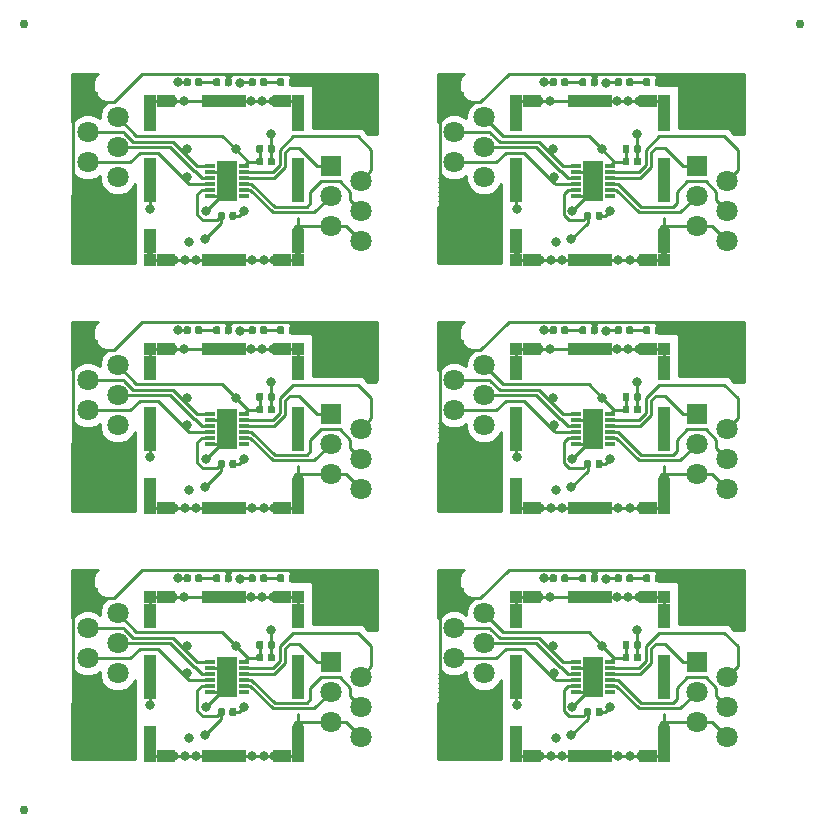
<source format=gbr>
G04 #@! TF.GenerationSoftware,KiCad,Pcbnew,5.0.2-bee76a0~70~ubuntu18.04.1*
G04 #@! TF.CreationDate,2020-02-26T15:16:49+01:00*
G04 #@! TF.ProjectId,output.rs485_adapter_panel,6f757470-7574-42e7-9273-3438355f6164,rev?*
G04 #@! TF.SameCoordinates,Original*
G04 #@! TF.FileFunction,Copper,L1,Top*
G04 #@! TF.FilePolarity,Positive*
%FSLAX46Y46*%
G04 Gerber Fmt 4.6, Leading zero omitted, Abs format (unit mm)*
G04 Created by KiCad (PCBNEW 5.0.2-bee76a0~70~ubuntu18.04.1) date Wed 26 Feb 2020 03:16:49 PM CET*
%MOMM*%
%LPD*%
G01*
G04 APERTURE LIST*
G04 #@! TA.AperFunction,BGAPad,CuDef*
%ADD10C,0.750000*%
G04 #@! TD*
G04 #@! TA.AperFunction,SMDPad,CuDef*
%ADD11R,1.000000X2.130000*%
G04 #@! TD*
G04 #@! TA.AperFunction,SMDPad,CuDef*
%ADD12R,1.000000X3.800000*%
G04 #@! TD*
G04 #@! TA.AperFunction,SMDPad,CuDef*
%ADD13R,1.650000X1.000000*%
G04 #@! TD*
G04 #@! TA.AperFunction,SMDPad,CuDef*
%ADD14R,3.800000X1.000000*%
G04 #@! TD*
G04 #@! TA.AperFunction,SMDPad,CuDef*
%ADD15R,1.000000X1.000000*%
G04 #@! TD*
G04 #@! TA.AperFunction,Conductor*
%ADD16C,0.100000*%
G04 #@! TD*
G04 #@! TA.AperFunction,SMDPad,CuDef*
%ADD17C,0.590000*%
G04 #@! TD*
G04 #@! TA.AperFunction,ComponentPad*
%ADD18C,4.400000*%
G04 #@! TD*
G04 #@! TA.AperFunction,SMDPad,CuDef*
%ADD19R,1.803400X3.403600*%
G04 #@! TD*
G04 #@! TA.AperFunction,SMDPad,CuDef*
%ADD20R,0.812800X0.304800*%
G04 #@! TD*
G04 #@! TA.AperFunction,ComponentPad*
%ADD21C,1.800000*%
G04 #@! TD*
G04 #@! TA.AperFunction,ComponentPad*
%ADD22R,1.800000X1.800000*%
G04 #@! TD*
G04 #@! TA.AperFunction,ViaPad*
%ADD23C,0.800000*%
G04 #@! TD*
G04 #@! TA.AperFunction,Conductor*
%ADD24C,0.250000*%
G04 #@! TD*
G04 #@! TA.AperFunction,Conductor*
%ADD25C,0.254000*%
G04 #@! TD*
G04 APERTURE END LIST*
D10*
G04 #@! TO.P,FID3,*
G04 #@! TO.N,*
X136200000Y-137700000D03*
G04 #@! TD*
G04 #@! TO.P,FID2,*
G04 #@! TO.N,*
X136200000Y-71200000D03*
G04 #@! TD*
D11*
G04 #@! TO.P,J1,1*
G04 #@! TO.N,SHIELD*
X190375001Y-131590001D03*
X177875001Y-131590001D03*
D12*
X190375001Y-126425001D03*
X177875001Y-126425001D03*
D11*
X190375001Y-121260001D03*
X177875001Y-121260001D03*
D13*
X189050001Y-133155001D03*
X189050001Y-119695001D03*
D14*
X184125001Y-133155001D03*
X184125001Y-119695001D03*
D13*
X179200001Y-133155001D03*
X179200001Y-119695001D03*
D15*
X177875001Y-133155001D03*
X190375001Y-133155001D03*
X190375001Y-119695001D03*
X177875001Y-119695001D03*
G04 #@! TD*
D11*
G04 #@! TO.P,J1,1*
G04 #@! TO.N,SHIELD*
X159375001Y-131590001D03*
X146875001Y-131590001D03*
D12*
X159375001Y-126425001D03*
X146875001Y-126425001D03*
D11*
X159375001Y-121260001D03*
X146875001Y-121260001D03*
D13*
X158050001Y-133155001D03*
X158050001Y-119695001D03*
D14*
X153125001Y-133155001D03*
X153125001Y-119695001D03*
D13*
X148200001Y-133155001D03*
X148200001Y-119695001D03*
D15*
X146875001Y-133155001D03*
X159375001Y-133155001D03*
X159375001Y-119695001D03*
X146875001Y-119695001D03*
G04 #@! TD*
D11*
G04 #@! TO.P,J1,1*
G04 #@! TO.N,SHIELD*
X190375001Y-110590001D03*
X177875001Y-110590001D03*
D12*
X190375001Y-105425001D03*
X177875001Y-105425001D03*
D11*
X190375001Y-100260001D03*
X177875001Y-100260001D03*
D13*
X189050001Y-112155001D03*
X189050001Y-98695001D03*
D14*
X184125001Y-112155001D03*
X184125001Y-98695001D03*
D13*
X179200001Y-112155001D03*
X179200001Y-98695001D03*
D15*
X177875001Y-112155001D03*
X190375001Y-112155001D03*
X190375001Y-98695001D03*
X177875001Y-98695001D03*
G04 #@! TD*
D11*
G04 #@! TO.P,J1,1*
G04 #@! TO.N,SHIELD*
X159375001Y-110590001D03*
X146875001Y-110590001D03*
D12*
X159375001Y-105425001D03*
X146875001Y-105425001D03*
D11*
X159375001Y-100260001D03*
X146875001Y-100260001D03*
D13*
X158050001Y-112155001D03*
X158050001Y-98695001D03*
D14*
X153125001Y-112155001D03*
X153125001Y-98695001D03*
D13*
X148200001Y-112155001D03*
X148200001Y-98695001D03*
D15*
X146875001Y-112155001D03*
X159375001Y-112155001D03*
X159375001Y-98695001D03*
X146875001Y-98695001D03*
G04 #@! TD*
D11*
G04 #@! TO.P,J1,1*
G04 #@! TO.N,SHIELD*
X190375001Y-89590001D03*
X177875001Y-89590001D03*
D12*
X190375001Y-84425001D03*
X177875001Y-84425001D03*
D11*
X190375001Y-79260001D03*
X177875001Y-79260001D03*
D13*
X189050001Y-91155001D03*
X189050001Y-77695001D03*
D14*
X184125001Y-91155001D03*
X184125001Y-77695001D03*
D13*
X179200001Y-91155001D03*
X179200001Y-77695001D03*
D15*
X177875001Y-91155001D03*
X190375001Y-91155001D03*
X190375001Y-77695001D03*
X177875001Y-77695001D03*
G04 #@! TD*
D16*
G04 #@! TO.N,GND*
G04 #@! TO.C,C1*
G36*
X188296958Y-123430710D02*
X188311276Y-123432834D01*
X188325317Y-123436351D01*
X188338946Y-123441228D01*
X188352031Y-123447417D01*
X188364447Y-123454858D01*
X188376073Y-123463481D01*
X188386798Y-123473202D01*
X188396519Y-123483927D01*
X188405142Y-123495553D01*
X188412583Y-123507969D01*
X188418772Y-123521054D01*
X188423649Y-123534683D01*
X188427166Y-123548724D01*
X188429290Y-123563042D01*
X188430000Y-123577500D01*
X188430000Y-123922500D01*
X188429290Y-123936958D01*
X188427166Y-123951276D01*
X188423649Y-123965317D01*
X188418772Y-123978946D01*
X188412583Y-123992031D01*
X188405142Y-124004447D01*
X188396519Y-124016073D01*
X188386798Y-124026798D01*
X188376073Y-124036519D01*
X188364447Y-124045142D01*
X188352031Y-124052583D01*
X188338946Y-124058772D01*
X188325317Y-124063649D01*
X188311276Y-124067166D01*
X188296958Y-124069290D01*
X188282500Y-124070000D01*
X187987500Y-124070000D01*
X187973042Y-124069290D01*
X187958724Y-124067166D01*
X187944683Y-124063649D01*
X187931054Y-124058772D01*
X187917969Y-124052583D01*
X187905553Y-124045142D01*
X187893927Y-124036519D01*
X187883202Y-124026798D01*
X187873481Y-124016073D01*
X187864858Y-124004447D01*
X187857417Y-123992031D01*
X187851228Y-123978946D01*
X187846351Y-123965317D01*
X187842834Y-123951276D01*
X187840710Y-123936958D01*
X187840000Y-123922500D01*
X187840000Y-123577500D01*
X187840710Y-123563042D01*
X187842834Y-123548724D01*
X187846351Y-123534683D01*
X187851228Y-123521054D01*
X187857417Y-123507969D01*
X187864858Y-123495553D01*
X187873481Y-123483927D01*
X187883202Y-123473202D01*
X187893927Y-123463481D01*
X187905553Y-123454858D01*
X187917969Y-123447417D01*
X187931054Y-123441228D01*
X187944683Y-123436351D01*
X187958724Y-123432834D01*
X187973042Y-123430710D01*
X187987500Y-123430000D01*
X188282500Y-123430000D01*
X188296958Y-123430710D01*
X188296958Y-123430710D01*
G37*
D17*
G04 #@! TD*
G04 #@! TO.P,C1,2*
G04 #@! TO.N,GND*
X188135000Y-123750000D03*
D16*
G04 #@! TO.N,+3V3*
G04 #@! TO.C,C1*
G36*
X187326958Y-123430710D02*
X187341276Y-123432834D01*
X187355317Y-123436351D01*
X187368946Y-123441228D01*
X187382031Y-123447417D01*
X187394447Y-123454858D01*
X187406073Y-123463481D01*
X187416798Y-123473202D01*
X187426519Y-123483927D01*
X187435142Y-123495553D01*
X187442583Y-123507969D01*
X187448772Y-123521054D01*
X187453649Y-123534683D01*
X187457166Y-123548724D01*
X187459290Y-123563042D01*
X187460000Y-123577500D01*
X187460000Y-123922500D01*
X187459290Y-123936958D01*
X187457166Y-123951276D01*
X187453649Y-123965317D01*
X187448772Y-123978946D01*
X187442583Y-123992031D01*
X187435142Y-124004447D01*
X187426519Y-124016073D01*
X187416798Y-124026798D01*
X187406073Y-124036519D01*
X187394447Y-124045142D01*
X187382031Y-124052583D01*
X187368946Y-124058772D01*
X187355317Y-124063649D01*
X187341276Y-124067166D01*
X187326958Y-124069290D01*
X187312500Y-124070000D01*
X187017500Y-124070000D01*
X187003042Y-124069290D01*
X186988724Y-124067166D01*
X186974683Y-124063649D01*
X186961054Y-124058772D01*
X186947969Y-124052583D01*
X186935553Y-124045142D01*
X186923927Y-124036519D01*
X186913202Y-124026798D01*
X186903481Y-124016073D01*
X186894858Y-124004447D01*
X186887417Y-123992031D01*
X186881228Y-123978946D01*
X186876351Y-123965317D01*
X186872834Y-123951276D01*
X186870710Y-123936958D01*
X186870000Y-123922500D01*
X186870000Y-123577500D01*
X186870710Y-123563042D01*
X186872834Y-123548724D01*
X186876351Y-123534683D01*
X186881228Y-123521054D01*
X186887417Y-123507969D01*
X186894858Y-123495553D01*
X186903481Y-123483927D01*
X186913202Y-123473202D01*
X186923927Y-123463481D01*
X186935553Y-123454858D01*
X186947969Y-123447417D01*
X186961054Y-123441228D01*
X186974683Y-123436351D01*
X186988724Y-123432834D01*
X187003042Y-123430710D01*
X187017500Y-123430000D01*
X187312500Y-123430000D01*
X187326958Y-123430710D01*
X187326958Y-123430710D01*
G37*
D17*
G04 #@! TD*
G04 #@! TO.P,C1,1*
G04 #@! TO.N,+3V3*
X187165000Y-123750000D03*
D16*
G04 #@! TO.N,GND*
G04 #@! TO.C,C1*
G36*
X157296958Y-123430710D02*
X157311276Y-123432834D01*
X157325317Y-123436351D01*
X157338946Y-123441228D01*
X157352031Y-123447417D01*
X157364447Y-123454858D01*
X157376073Y-123463481D01*
X157386798Y-123473202D01*
X157396519Y-123483927D01*
X157405142Y-123495553D01*
X157412583Y-123507969D01*
X157418772Y-123521054D01*
X157423649Y-123534683D01*
X157427166Y-123548724D01*
X157429290Y-123563042D01*
X157430000Y-123577500D01*
X157430000Y-123922500D01*
X157429290Y-123936958D01*
X157427166Y-123951276D01*
X157423649Y-123965317D01*
X157418772Y-123978946D01*
X157412583Y-123992031D01*
X157405142Y-124004447D01*
X157396519Y-124016073D01*
X157386798Y-124026798D01*
X157376073Y-124036519D01*
X157364447Y-124045142D01*
X157352031Y-124052583D01*
X157338946Y-124058772D01*
X157325317Y-124063649D01*
X157311276Y-124067166D01*
X157296958Y-124069290D01*
X157282500Y-124070000D01*
X156987500Y-124070000D01*
X156973042Y-124069290D01*
X156958724Y-124067166D01*
X156944683Y-124063649D01*
X156931054Y-124058772D01*
X156917969Y-124052583D01*
X156905553Y-124045142D01*
X156893927Y-124036519D01*
X156883202Y-124026798D01*
X156873481Y-124016073D01*
X156864858Y-124004447D01*
X156857417Y-123992031D01*
X156851228Y-123978946D01*
X156846351Y-123965317D01*
X156842834Y-123951276D01*
X156840710Y-123936958D01*
X156840000Y-123922500D01*
X156840000Y-123577500D01*
X156840710Y-123563042D01*
X156842834Y-123548724D01*
X156846351Y-123534683D01*
X156851228Y-123521054D01*
X156857417Y-123507969D01*
X156864858Y-123495553D01*
X156873481Y-123483927D01*
X156883202Y-123473202D01*
X156893927Y-123463481D01*
X156905553Y-123454858D01*
X156917969Y-123447417D01*
X156931054Y-123441228D01*
X156944683Y-123436351D01*
X156958724Y-123432834D01*
X156973042Y-123430710D01*
X156987500Y-123430000D01*
X157282500Y-123430000D01*
X157296958Y-123430710D01*
X157296958Y-123430710D01*
G37*
D17*
G04 #@! TD*
G04 #@! TO.P,C1,2*
G04 #@! TO.N,GND*
X157135000Y-123750000D03*
D16*
G04 #@! TO.N,+3V3*
G04 #@! TO.C,C1*
G36*
X156326958Y-123430710D02*
X156341276Y-123432834D01*
X156355317Y-123436351D01*
X156368946Y-123441228D01*
X156382031Y-123447417D01*
X156394447Y-123454858D01*
X156406073Y-123463481D01*
X156416798Y-123473202D01*
X156426519Y-123483927D01*
X156435142Y-123495553D01*
X156442583Y-123507969D01*
X156448772Y-123521054D01*
X156453649Y-123534683D01*
X156457166Y-123548724D01*
X156459290Y-123563042D01*
X156460000Y-123577500D01*
X156460000Y-123922500D01*
X156459290Y-123936958D01*
X156457166Y-123951276D01*
X156453649Y-123965317D01*
X156448772Y-123978946D01*
X156442583Y-123992031D01*
X156435142Y-124004447D01*
X156426519Y-124016073D01*
X156416798Y-124026798D01*
X156406073Y-124036519D01*
X156394447Y-124045142D01*
X156382031Y-124052583D01*
X156368946Y-124058772D01*
X156355317Y-124063649D01*
X156341276Y-124067166D01*
X156326958Y-124069290D01*
X156312500Y-124070000D01*
X156017500Y-124070000D01*
X156003042Y-124069290D01*
X155988724Y-124067166D01*
X155974683Y-124063649D01*
X155961054Y-124058772D01*
X155947969Y-124052583D01*
X155935553Y-124045142D01*
X155923927Y-124036519D01*
X155913202Y-124026798D01*
X155903481Y-124016073D01*
X155894858Y-124004447D01*
X155887417Y-123992031D01*
X155881228Y-123978946D01*
X155876351Y-123965317D01*
X155872834Y-123951276D01*
X155870710Y-123936958D01*
X155870000Y-123922500D01*
X155870000Y-123577500D01*
X155870710Y-123563042D01*
X155872834Y-123548724D01*
X155876351Y-123534683D01*
X155881228Y-123521054D01*
X155887417Y-123507969D01*
X155894858Y-123495553D01*
X155903481Y-123483927D01*
X155913202Y-123473202D01*
X155923927Y-123463481D01*
X155935553Y-123454858D01*
X155947969Y-123447417D01*
X155961054Y-123441228D01*
X155974683Y-123436351D01*
X155988724Y-123432834D01*
X156003042Y-123430710D01*
X156017500Y-123430000D01*
X156312500Y-123430000D01*
X156326958Y-123430710D01*
X156326958Y-123430710D01*
G37*
D17*
G04 #@! TD*
G04 #@! TO.P,C1,1*
G04 #@! TO.N,+3V3*
X156165000Y-123750000D03*
D16*
G04 #@! TO.N,GND*
G04 #@! TO.C,C1*
G36*
X188296958Y-102430710D02*
X188311276Y-102432834D01*
X188325317Y-102436351D01*
X188338946Y-102441228D01*
X188352031Y-102447417D01*
X188364447Y-102454858D01*
X188376073Y-102463481D01*
X188386798Y-102473202D01*
X188396519Y-102483927D01*
X188405142Y-102495553D01*
X188412583Y-102507969D01*
X188418772Y-102521054D01*
X188423649Y-102534683D01*
X188427166Y-102548724D01*
X188429290Y-102563042D01*
X188430000Y-102577500D01*
X188430000Y-102922500D01*
X188429290Y-102936958D01*
X188427166Y-102951276D01*
X188423649Y-102965317D01*
X188418772Y-102978946D01*
X188412583Y-102992031D01*
X188405142Y-103004447D01*
X188396519Y-103016073D01*
X188386798Y-103026798D01*
X188376073Y-103036519D01*
X188364447Y-103045142D01*
X188352031Y-103052583D01*
X188338946Y-103058772D01*
X188325317Y-103063649D01*
X188311276Y-103067166D01*
X188296958Y-103069290D01*
X188282500Y-103070000D01*
X187987500Y-103070000D01*
X187973042Y-103069290D01*
X187958724Y-103067166D01*
X187944683Y-103063649D01*
X187931054Y-103058772D01*
X187917969Y-103052583D01*
X187905553Y-103045142D01*
X187893927Y-103036519D01*
X187883202Y-103026798D01*
X187873481Y-103016073D01*
X187864858Y-103004447D01*
X187857417Y-102992031D01*
X187851228Y-102978946D01*
X187846351Y-102965317D01*
X187842834Y-102951276D01*
X187840710Y-102936958D01*
X187840000Y-102922500D01*
X187840000Y-102577500D01*
X187840710Y-102563042D01*
X187842834Y-102548724D01*
X187846351Y-102534683D01*
X187851228Y-102521054D01*
X187857417Y-102507969D01*
X187864858Y-102495553D01*
X187873481Y-102483927D01*
X187883202Y-102473202D01*
X187893927Y-102463481D01*
X187905553Y-102454858D01*
X187917969Y-102447417D01*
X187931054Y-102441228D01*
X187944683Y-102436351D01*
X187958724Y-102432834D01*
X187973042Y-102430710D01*
X187987500Y-102430000D01*
X188282500Y-102430000D01*
X188296958Y-102430710D01*
X188296958Y-102430710D01*
G37*
D17*
G04 #@! TD*
G04 #@! TO.P,C1,2*
G04 #@! TO.N,GND*
X188135000Y-102750000D03*
D16*
G04 #@! TO.N,+3V3*
G04 #@! TO.C,C1*
G36*
X187326958Y-102430710D02*
X187341276Y-102432834D01*
X187355317Y-102436351D01*
X187368946Y-102441228D01*
X187382031Y-102447417D01*
X187394447Y-102454858D01*
X187406073Y-102463481D01*
X187416798Y-102473202D01*
X187426519Y-102483927D01*
X187435142Y-102495553D01*
X187442583Y-102507969D01*
X187448772Y-102521054D01*
X187453649Y-102534683D01*
X187457166Y-102548724D01*
X187459290Y-102563042D01*
X187460000Y-102577500D01*
X187460000Y-102922500D01*
X187459290Y-102936958D01*
X187457166Y-102951276D01*
X187453649Y-102965317D01*
X187448772Y-102978946D01*
X187442583Y-102992031D01*
X187435142Y-103004447D01*
X187426519Y-103016073D01*
X187416798Y-103026798D01*
X187406073Y-103036519D01*
X187394447Y-103045142D01*
X187382031Y-103052583D01*
X187368946Y-103058772D01*
X187355317Y-103063649D01*
X187341276Y-103067166D01*
X187326958Y-103069290D01*
X187312500Y-103070000D01*
X187017500Y-103070000D01*
X187003042Y-103069290D01*
X186988724Y-103067166D01*
X186974683Y-103063649D01*
X186961054Y-103058772D01*
X186947969Y-103052583D01*
X186935553Y-103045142D01*
X186923927Y-103036519D01*
X186913202Y-103026798D01*
X186903481Y-103016073D01*
X186894858Y-103004447D01*
X186887417Y-102992031D01*
X186881228Y-102978946D01*
X186876351Y-102965317D01*
X186872834Y-102951276D01*
X186870710Y-102936958D01*
X186870000Y-102922500D01*
X186870000Y-102577500D01*
X186870710Y-102563042D01*
X186872834Y-102548724D01*
X186876351Y-102534683D01*
X186881228Y-102521054D01*
X186887417Y-102507969D01*
X186894858Y-102495553D01*
X186903481Y-102483927D01*
X186913202Y-102473202D01*
X186923927Y-102463481D01*
X186935553Y-102454858D01*
X186947969Y-102447417D01*
X186961054Y-102441228D01*
X186974683Y-102436351D01*
X186988724Y-102432834D01*
X187003042Y-102430710D01*
X187017500Y-102430000D01*
X187312500Y-102430000D01*
X187326958Y-102430710D01*
X187326958Y-102430710D01*
G37*
D17*
G04 #@! TD*
G04 #@! TO.P,C1,1*
G04 #@! TO.N,+3V3*
X187165000Y-102750000D03*
D16*
G04 #@! TO.N,GND*
G04 #@! TO.C,C1*
G36*
X157296958Y-102430710D02*
X157311276Y-102432834D01*
X157325317Y-102436351D01*
X157338946Y-102441228D01*
X157352031Y-102447417D01*
X157364447Y-102454858D01*
X157376073Y-102463481D01*
X157386798Y-102473202D01*
X157396519Y-102483927D01*
X157405142Y-102495553D01*
X157412583Y-102507969D01*
X157418772Y-102521054D01*
X157423649Y-102534683D01*
X157427166Y-102548724D01*
X157429290Y-102563042D01*
X157430000Y-102577500D01*
X157430000Y-102922500D01*
X157429290Y-102936958D01*
X157427166Y-102951276D01*
X157423649Y-102965317D01*
X157418772Y-102978946D01*
X157412583Y-102992031D01*
X157405142Y-103004447D01*
X157396519Y-103016073D01*
X157386798Y-103026798D01*
X157376073Y-103036519D01*
X157364447Y-103045142D01*
X157352031Y-103052583D01*
X157338946Y-103058772D01*
X157325317Y-103063649D01*
X157311276Y-103067166D01*
X157296958Y-103069290D01*
X157282500Y-103070000D01*
X156987500Y-103070000D01*
X156973042Y-103069290D01*
X156958724Y-103067166D01*
X156944683Y-103063649D01*
X156931054Y-103058772D01*
X156917969Y-103052583D01*
X156905553Y-103045142D01*
X156893927Y-103036519D01*
X156883202Y-103026798D01*
X156873481Y-103016073D01*
X156864858Y-103004447D01*
X156857417Y-102992031D01*
X156851228Y-102978946D01*
X156846351Y-102965317D01*
X156842834Y-102951276D01*
X156840710Y-102936958D01*
X156840000Y-102922500D01*
X156840000Y-102577500D01*
X156840710Y-102563042D01*
X156842834Y-102548724D01*
X156846351Y-102534683D01*
X156851228Y-102521054D01*
X156857417Y-102507969D01*
X156864858Y-102495553D01*
X156873481Y-102483927D01*
X156883202Y-102473202D01*
X156893927Y-102463481D01*
X156905553Y-102454858D01*
X156917969Y-102447417D01*
X156931054Y-102441228D01*
X156944683Y-102436351D01*
X156958724Y-102432834D01*
X156973042Y-102430710D01*
X156987500Y-102430000D01*
X157282500Y-102430000D01*
X157296958Y-102430710D01*
X157296958Y-102430710D01*
G37*
D17*
G04 #@! TD*
G04 #@! TO.P,C1,2*
G04 #@! TO.N,GND*
X157135000Y-102750000D03*
D16*
G04 #@! TO.N,+3V3*
G04 #@! TO.C,C1*
G36*
X156326958Y-102430710D02*
X156341276Y-102432834D01*
X156355317Y-102436351D01*
X156368946Y-102441228D01*
X156382031Y-102447417D01*
X156394447Y-102454858D01*
X156406073Y-102463481D01*
X156416798Y-102473202D01*
X156426519Y-102483927D01*
X156435142Y-102495553D01*
X156442583Y-102507969D01*
X156448772Y-102521054D01*
X156453649Y-102534683D01*
X156457166Y-102548724D01*
X156459290Y-102563042D01*
X156460000Y-102577500D01*
X156460000Y-102922500D01*
X156459290Y-102936958D01*
X156457166Y-102951276D01*
X156453649Y-102965317D01*
X156448772Y-102978946D01*
X156442583Y-102992031D01*
X156435142Y-103004447D01*
X156426519Y-103016073D01*
X156416798Y-103026798D01*
X156406073Y-103036519D01*
X156394447Y-103045142D01*
X156382031Y-103052583D01*
X156368946Y-103058772D01*
X156355317Y-103063649D01*
X156341276Y-103067166D01*
X156326958Y-103069290D01*
X156312500Y-103070000D01*
X156017500Y-103070000D01*
X156003042Y-103069290D01*
X155988724Y-103067166D01*
X155974683Y-103063649D01*
X155961054Y-103058772D01*
X155947969Y-103052583D01*
X155935553Y-103045142D01*
X155923927Y-103036519D01*
X155913202Y-103026798D01*
X155903481Y-103016073D01*
X155894858Y-103004447D01*
X155887417Y-102992031D01*
X155881228Y-102978946D01*
X155876351Y-102965317D01*
X155872834Y-102951276D01*
X155870710Y-102936958D01*
X155870000Y-102922500D01*
X155870000Y-102577500D01*
X155870710Y-102563042D01*
X155872834Y-102548724D01*
X155876351Y-102534683D01*
X155881228Y-102521054D01*
X155887417Y-102507969D01*
X155894858Y-102495553D01*
X155903481Y-102483927D01*
X155913202Y-102473202D01*
X155923927Y-102463481D01*
X155935553Y-102454858D01*
X155947969Y-102447417D01*
X155961054Y-102441228D01*
X155974683Y-102436351D01*
X155988724Y-102432834D01*
X156003042Y-102430710D01*
X156017500Y-102430000D01*
X156312500Y-102430000D01*
X156326958Y-102430710D01*
X156326958Y-102430710D01*
G37*
D17*
G04 #@! TD*
G04 #@! TO.P,C1,1*
G04 #@! TO.N,+3V3*
X156165000Y-102750000D03*
D16*
G04 #@! TO.N,GND*
G04 #@! TO.C,C1*
G36*
X188296958Y-81430710D02*
X188311276Y-81432834D01*
X188325317Y-81436351D01*
X188338946Y-81441228D01*
X188352031Y-81447417D01*
X188364447Y-81454858D01*
X188376073Y-81463481D01*
X188386798Y-81473202D01*
X188396519Y-81483927D01*
X188405142Y-81495553D01*
X188412583Y-81507969D01*
X188418772Y-81521054D01*
X188423649Y-81534683D01*
X188427166Y-81548724D01*
X188429290Y-81563042D01*
X188430000Y-81577500D01*
X188430000Y-81922500D01*
X188429290Y-81936958D01*
X188427166Y-81951276D01*
X188423649Y-81965317D01*
X188418772Y-81978946D01*
X188412583Y-81992031D01*
X188405142Y-82004447D01*
X188396519Y-82016073D01*
X188386798Y-82026798D01*
X188376073Y-82036519D01*
X188364447Y-82045142D01*
X188352031Y-82052583D01*
X188338946Y-82058772D01*
X188325317Y-82063649D01*
X188311276Y-82067166D01*
X188296958Y-82069290D01*
X188282500Y-82070000D01*
X187987500Y-82070000D01*
X187973042Y-82069290D01*
X187958724Y-82067166D01*
X187944683Y-82063649D01*
X187931054Y-82058772D01*
X187917969Y-82052583D01*
X187905553Y-82045142D01*
X187893927Y-82036519D01*
X187883202Y-82026798D01*
X187873481Y-82016073D01*
X187864858Y-82004447D01*
X187857417Y-81992031D01*
X187851228Y-81978946D01*
X187846351Y-81965317D01*
X187842834Y-81951276D01*
X187840710Y-81936958D01*
X187840000Y-81922500D01*
X187840000Y-81577500D01*
X187840710Y-81563042D01*
X187842834Y-81548724D01*
X187846351Y-81534683D01*
X187851228Y-81521054D01*
X187857417Y-81507969D01*
X187864858Y-81495553D01*
X187873481Y-81483927D01*
X187883202Y-81473202D01*
X187893927Y-81463481D01*
X187905553Y-81454858D01*
X187917969Y-81447417D01*
X187931054Y-81441228D01*
X187944683Y-81436351D01*
X187958724Y-81432834D01*
X187973042Y-81430710D01*
X187987500Y-81430000D01*
X188282500Y-81430000D01*
X188296958Y-81430710D01*
X188296958Y-81430710D01*
G37*
D17*
G04 #@! TD*
G04 #@! TO.P,C1,2*
G04 #@! TO.N,GND*
X188135000Y-81750000D03*
D16*
G04 #@! TO.N,+3V3*
G04 #@! TO.C,C1*
G36*
X187326958Y-81430710D02*
X187341276Y-81432834D01*
X187355317Y-81436351D01*
X187368946Y-81441228D01*
X187382031Y-81447417D01*
X187394447Y-81454858D01*
X187406073Y-81463481D01*
X187416798Y-81473202D01*
X187426519Y-81483927D01*
X187435142Y-81495553D01*
X187442583Y-81507969D01*
X187448772Y-81521054D01*
X187453649Y-81534683D01*
X187457166Y-81548724D01*
X187459290Y-81563042D01*
X187460000Y-81577500D01*
X187460000Y-81922500D01*
X187459290Y-81936958D01*
X187457166Y-81951276D01*
X187453649Y-81965317D01*
X187448772Y-81978946D01*
X187442583Y-81992031D01*
X187435142Y-82004447D01*
X187426519Y-82016073D01*
X187416798Y-82026798D01*
X187406073Y-82036519D01*
X187394447Y-82045142D01*
X187382031Y-82052583D01*
X187368946Y-82058772D01*
X187355317Y-82063649D01*
X187341276Y-82067166D01*
X187326958Y-82069290D01*
X187312500Y-82070000D01*
X187017500Y-82070000D01*
X187003042Y-82069290D01*
X186988724Y-82067166D01*
X186974683Y-82063649D01*
X186961054Y-82058772D01*
X186947969Y-82052583D01*
X186935553Y-82045142D01*
X186923927Y-82036519D01*
X186913202Y-82026798D01*
X186903481Y-82016073D01*
X186894858Y-82004447D01*
X186887417Y-81992031D01*
X186881228Y-81978946D01*
X186876351Y-81965317D01*
X186872834Y-81951276D01*
X186870710Y-81936958D01*
X186870000Y-81922500D01*
X186870000Y-81577500D01*
X186870710Y-81563042D01*
X186872834Y-81548724D01*
X186876351Y-81534683D01*
X186881228Y-81521054D01*
X186887417Y-81507969D01*
X186894858Y-81495553D01*
X186903481Y-81483927D01*
X186913202Y-81473202D01*
X186923927Y-81463481D01*
X186935553Y-81454858D01*
X186947969Y-81447417D01*
X186961054Y-81441228D01*
X186974683Y-81436351D01*
X186988724Y-81432834D01*
X187003042Y-81430710D01*
X187017500Y-81430000D01*
X187312500Y-81430000D01*
X187326958Y-81430710D01*
X187326958Y-81430710D01*
G37*
D17*
G04 #@! TD*
G04 #@! TO.P,C1,1*
G04 #@! TO.N,+3V3*
X187165000Y-81750000D03*
D18*
G04 #@! TO.P,H2,1*
G04 #@! TO.N,GND*
X195000000Y-119500000D03*
G04 #@! TD*
G04 #@! TO.P,H2,1*
G04 #@! TO.N,GND*
X164000000Y-119500000D03*
G04 #@! TD*
G04 #@! TO.P,H2,1*
G04 #@! TO.N,GND*
X195000000Y-98500000D03*
G04 #@! TD*
G04 #@! TO.P,H2,1*
G04 #@! TO.N,GND*
X164000000Y-98500000D03*
G04 #@! TD*
G04 #@! TO.P,H2,1*
G04 #@! TO.N,GND*
X195000000Y-77500000D03*
G04 #@! TD*
D16*
G04 #@! TO.N,Net-(D1-Pad1)*
G04 #@! TO.C,R2*
G36*
X189076958Y-117780710D02*
X189091276Y-117782834D01*
X189105317Y-117786351D01*
X189118946Y-117791228D01*
X189132031Y-117797417D01*
X189144447Y-117804858D01*
X189156073Y-117813481D01*
X189166798Y-117823202D01*
X189176519Y-117833927D01*
X189185142Y-117845553D01*
X189192583Y-117857969D01*
X189198772Y-117871054D01*
X189203649Y-117884683D01*
X189207166Y-117898724D01*
X189209290Y-117913042D01*
X189210000Y-117927500D01*
X189210000Y-118272500D01*
X189209290Y-118286958D01*
X189207166Y-118301276D01*
X189203649Y-118315317D01*
X189198772Y-118328946D01*
X189192583Y-118342031D01*
X189185142Y-118354447D01*
X189176519Y-118366073D01*
X189166798Y-118376798D01*
X189156073Y-118386519D01*
X189144447Y-118395142D01*
X189132031Y-118402583D01*
X189118946Y-118408772D01*
X189105317Y-118413649D01*
X189091276Y-118417166D01*
X189076958Y-118419290D01*
X189062500Y-118420000D01*
X188767500Y-118420000D01*
X188753042Y-118419290D01*
X188738724Y-118417166D01*
X188724683Y-118413649D01*
X188711054Y-118408772D01*
X188697969Y-118402583D01*
X188685553Y-118395142D01*
X188673927Y-118386519D01*
X188663202Y-118376798D01*
X188653481Y-118366073D01*
X188644858Y-118354447D01*
X188637417Y-118342031D01*
X188631228Y-118328946D01*
X188626351Y-118315317D01*
X188622834Y-118301276D01*
X188620710Y-118286958D01*
X188620000Y-118272500D01*
X188620000Y-117927500D01*
X188620710Y-117913042D01*
X188622834Y-117898724D01*
X188626351Y-117884683D01*
X188631228Y-117871054D01*
X188637417Y-117857969D01*
X188644858Y-117845553D01*
X188653481Y-117833927D01*
X188663202Y-117823202D01*
X188673927Y-117813481D01*
X188685553Y-117804858D01*
X188697969Y-117797417D01*
X188711054Y-117791228D01*
X188724683Y-117786351D01*
X188738724Y-117782834D01*
X188753042Y-117780710D01*
X188767500Y-117780000D01*
X189062500Y-117780000D01*
X189076958Y-117780710D01*
X189076958Y-117780710D01*
G37*
D17*
G04 #@! TD*
G04 #@! TO.P,R2,2*
G04 #@! TO.N,Net-(D1-Pad1)*
X188915000Y-118100000D03*
D16*
G04 #@! TO.N,GND*
G04 #@! TO.C,R2*
G36*
X190046958Y-117780710D02*
X190061276Y-117782834D01*
X190075317Y-117786351D01*
X190088946Y-117791228D01*
X190102031Y-117797417D01*
X190114447Y-117804858D01*
X190126073Y-117813481D01*
X190136798Y-117823202D01*
X190146519Y-117833927D01*
X190155142Y-117845553D01*
X190162583Y-117857969D01*
X190168772Y-117871054D01*
X190173649Y-117884683D01*
X190177166Y-117898724D01*
X190179290Y-117913042D01*
X190180000Y-117927500D01*
X190180000Y-118272500D01*
X190179290Y-118286958D01*
X190177166Y-118301276D01*
X190173649Y-118315317D01*
X190168772Y-118328946D01*
X190162583Y-118342031D01*
X190155142Y-118354447D01*
X190146519Y-118366073D01*
X190136798Y-118376798D01*
X190126073Y-118386519D01*
X190114447Y-118395142D01*
X190102031Y-118402583D01*
X190088946Y-118408772D01*
X190075317Y-118413649D01*
X190061276Y-118417166D01*
X190046958Y-118419290D01*
X190032500Y-118420000D01*
X189737500Y-118420000D01*
X189723042Y-118419290D01*
X189708724Y-118417166D01*
X189694683Y-118413649D01*
X189681054Y-118408772D01*
X189667969Y-118402583D01*
X189655553Y-118395142D01*
X189643927Y-118386519D01*
X189633202Y-118376798D01*
X189623481Y-118366073D01*
X189614858Y-118354447D01*
X189607417Y-118342031D01*
X189601228Y-118328946D01*
X189596351Y-118315317D01*
X189592834Y-118301276D01*
X189590710Y-118286958D01*
X189590000Y-118272500D01*
X189590000Y-117927500D01*
X189590710Y-117913042D01*
X189592834Y-117898724D01*
X189596351Y-117884683D01*
X189601228Y-117871054D01*
X189607417Y-117857969D01*
X189614858Y-117845553D01*
X189623481Y-117833927D01*
X189633202Y-117823202D01*
X189643927Y-117813481D01*
X189655553Y-117804858D01*
X189667969Y-117797417D01*
X189681054Y-117791228D01*
X189694683Y-117786351D01*
X189708724Y-117782834D01*
X189723042Y-117780710D01*
X189737500Y-117780000D01*
X190032500Y-117780000D01*
X190046958Y-117780710D01*
X190046958Y-117780710D01*
G37*
D17*
G04 #@! TD*
G04 #@! TO.P,R2,1*
G04 #@! TO.N,GND*
X189885000Y-118100000D03*
D16*
G04 #@! TO.N,Net-(D1-Pad1)*
G04 #@! TO.C,R2*
G36*
X158076958Y-117780710D02*
X158091276Y-117782834D01*
X158105317Y-117786351D01*
X158118946Y-117791228D01*
X158132031Y-117797417D01*
X158144447Y-117804858D01*
X158156073Y-117813481D01*
X158166798Y-117823202D01*
X158176519Y-117833927D01*
X158185142Y-117845553D01*
X158192583Y-117857969D01*
X158198772Y-117871054D01*
X158203649Y-117884683D01*
X158207166Y-117898724D01*
X158209290Y-117913042D01*
X158210000Y-117927500D01*
X158210000Y-118272500D01*
X158209290Y-118286958D01*
X158207166Y-118301276D01*
X158203649Y-118315317D01*
X158198772Y-118328946D01*
X158192583Y-118342031D01*
X158185142Y-118354447D01*
X158176519Y-118366073D01*
X158166798Y-118376798D01*
X158156073Y-118386519D01*
X158144447Y-118395142D01*
X158132031Y-118402583D01*
X158118946Y-118408772D01*
X158105317Y-118413649D01*
X158091276Y-118417166D01*
X158076958Y-118419290D01*
X158062500Y-118420000D01*
X157767500Y-118420000D01*
X157753042Y-118419290D01*
X157738724Y-118417166D01*
X157724683Y-118413649D01*
X157711054Y-118408772D01*
X157697969Y-118402583D01*
X157685553Y-118395142D01*
X157673927Y-118386519D01*
X157663202Y-118376798D01*
X157653481Y-118366073D01*
X157644858Y-118354447D01*
X157637417Y-118342031D01*
X157631228Y-118328946D01*
X157626351Y-118315317D01*
X157622834Y-118301276D01*
X157620710Y-118286958D01*
X157620000Y-118272500D01*
X157620000Y-117927500D01*
X157620710Y-117913042D01*
X157622834Y-117898724D01*
X157626351Y-117884683D01*
X157631228Y-117871054D01*
X157637417Y-117857969D01*
X157644858Y-117845553D01*
X157653481Y-117833927D01*
X157663202Y-117823202D01*
X157673927Y-117813481D01*
X157685553Y-117804858D01*
X157697969Y-117797417D01*
X157711054Y-117791228D01*
X157724683Y-117786351D01*
X157738724Y-117782834D01*
X157753042Y-117780710D01*
X157767500Y-117780000D01*
X158062500Y-117780000D01*
X158076958Y-117780710D01*
X158076958Y-117780710D01*
G37*
D17*
G04 #@! TD*
G04 #@! TO.P,R2,2*
G04 #@! TO.N,Net-(D1-Pad1)*
X157915000Y-118100000D03*
D16*
G04 #@! TO.N,GND*
G04 #@! TO.C,R2*
G36*
X159046958Y-117780710D02*
X159061276Y-117782834D01*
X159075317Y-117786351D01*
X159088946Y-117791228D01*
X159102031Y-117797417D01*
X159114447Y-117804858D01*
X159126073Y-117813481D01*
X159136798Y-117823202D01*
X159146519Y-117833927D01*
X159155142Y-117845553D01*
X159162583Y-117857969D01*
X159168772Y-117871054D01*
X159173649Y-117884683D01*
X159177166Y-117898724D01*
X159179290Y-117913042D01*
X159180000Y-117927500D01*
X159180000Y-118272500D01*
X159179290Y-118286958D01*
X159177166Y-118301276D01*
X159173649Y-118315317D01*
X159168772Y-118328946D01*
X159162583Y-118342031D01*
X159155142Y-118354447D01*
X159146519Y-118366073D01*
X159136798Y-118376798D01*
X159126073Y-118386519D01*
X159114447Y-118395142D01*
X159102031Y-118402583D01*
X159088946Y-118408772D01*
X159075317Y-118413649D01*
X159061276Y-118417166D01*
X159046958Y-118419290D01*
X159032500Y-118420000D01*
X158737500Y-118420000D01*
X158723042Y-118419290D01*
X158708724Y-118417166D01*
X158694683Y-118413649D01*
X158681054Y-118408772D01*
X158667969Y-118402583D01*
X158655553Y-118395142D01*
X158643927Y-118386519D01*
X158633202Y-118376798D01*
X158623481Y-118366073D01*
X158614858Y-118354447D01*
X158607417Y-118342031D01*
X158601228Y-118328946D01*
X158596351Y-118315317D01*
X158592834Y-118301276D01*
X158590710Y-118286958D01*
X158590000Y-118272500D01*
X158590000Y-117927500D01*
X158590710Y-117913042D01*
X158592834Y-117898724D01*
X158596351Y-117884683D01*
X158601228Y-117871054D01*
X158607417Y-117857969D01*
X158614858Y-117845553D01*
X158623481Y-117833927D01*
X158633202Y-117823202D01*
X158643927Y-117813481D01*
X158655553Y-117804858D01*
X158667969Y-117797417D01*
X158681054Y-117791228D01*
X158694683Y-117786351D01*
X158708724Y-117782834D01*
X158723042Y-117780710D01*
X158737500Y-117780000D01*
X159032500Y-117780000D01*
X159046958Y-117780710D01*
X159046958Y-117780710D01*
G37*
D17*
G04 #@! TD*
G04 #@! TO.P,R2,1*
G04 #@! TO.N,GND*
X158885000Y-118100000D03*
D16*
G04 #@! TO.N,Net-(D1-Pad1)*
G04 #@! TO.C,R2*
G36*
X189076958Y-96780710D02*
X189091276Y-96782834D01*
X189105317Y-96786351D01*
X189118946Y-96791228D01*
X189132031Y-96797417D01*
X189144447Y-96804858D01*
X189156073Y-96813481D01*
X189166798Y-96823202D01*
X189176519Y-96833927D01*
X189185142Y-96845553D01*
X189192583Y-96857969D01*
X189198772Y-96871054D01*
X189203649Y-96884683D01*
X189207166Y-96898724D01*
X189209290Y-96913042D01*
X189210000Y-96927500D01*
X189210000Y-97272500D01*
X189209290Y-97286958D01*
X189207166Y-97301276D01*
X189203649Y-97315317D01*
X189198772Y-97328946D01*
X189192583Y-97342031D01*
X189185142Y-97354447D01*
X189176519Y-97366073D01*
X189166798Y-97376798D01*
X189156073Y-97386519D01*
X189144447Y-97395142D01*
X189132031Y-97402583D01*
X189118946Y-97408772D01*
X189105317Y-97413649D01*
X189091276Y-97417166D01*
X189076958Y-97419290D01*
X189062500Y-97420000D01*
X188767500Y-97420000D01*
X188753042Y-97419290D01*
X188738724Y-97417166D01*
X188724683Y-97413649D01*
X188711054Y-97408772D01*
X188697969Y-97402583D01*
X188685553Y-97395142D01*
X188673927Y-97386519D01*
X188663202Y-97376798D01*
X188653481Y-97366073D01*
X188644858Y-97354447D01*
X188637417Y-97342031D01*
X188631228Y-97328946D01*
X188626351Y-97315317D01*
X188622834Y-97301276D01*
X188620710Y-97286958D01*
X188620000Y-97272500D01*
X188620000Y-96927500D01*
X188620710Y-96913042D01*
X188622834Y-96898724D01*
X188626351Y-96884683D01*
X188631228Y-96871054D01*
X188637417Y-96857969D01*
X188644858Y-96845553D01*
X188653481Y-96833927D01*
X188663202Y-96823202D01*
X188673927Y-96813481D01*
X188685553Y-96804858D01*
X188697969Y-96797417D01*
X188711054Y-96791228D01*
X188724683Y-96786351D01*
X188738724Y-96782834D01*
X188753042Y-96780710D01*
X188767500Y-96780000D01*
X189062500Y-96780000D01*
X189076958Y-96780710D01*
X189076958Y-96780710D01*
G37*
D17*
G04 #@! TD*
G04 #@! TO.P,R2,2*
G04 #@! TO.N,Net-(D1-Pad1)*
X188915000Y-97100000D03*
D16*
G04 #@! TO.N,GND*
G04 #@! TO.C,R2*
G36*
X190046958Y-96780710D02*
X190061276Y-96782834D01*
X190075317Y-96786351D01*
X190088946Y-96791228D01*
X190102031Y-96797417D01*
X190114447Y-96804858D01*
X190126073Y-96813481D01*
X190136798Y-96823202D01*
X190146519Y-96833927D01*
X190155142Y-96845553D01*
X190162583Y-96857969D01*
X190168772Y-96871054D01*
X190173649Y-96884683D01*
X190177166Y-96898724D01*
X190179290Y-96913042D01*
X190180000Y-96927500D01*
X190180000Y-97272500D01*
X190179290Y-97286958D01*
X190177166Y-97301276D01*
X190173649Y-97315317D01*
X190168772Y-97328946D01*
X190162583Y-97342031D01*
X190155142Y-97354447D01*
X190146519Y-97366073D01*
X190136798Y-97376798D01*
X190126073Y-97386519D01*
X190114447Y-97395142D01*
X190102031Y-97402583D01*
X190088946Y-97408772D01*
X190075317Y-97413649D01*
X190061276Y-97417166D01*
X190046958Y-97419290D01*
X190032500Y-97420000D01*
X189737500Y-97420000D01*
X189723042Y-97419290D01*
X189708724Y-97417166D01*
X189694683Y-97413649D01*
X189681054Y-97408772D01*
X189667969Y-97402583D01*
X189655553Y-97395142D01*
X189643927Y-97386519D01*
X189633202Y-97376798D01*
X189623481Y-97366073D01*
X189614858Y-97354447D01*
X189607417Y-97342031D01*
X189601228Y-97328946D01*
X189596351Y-97315317D01*
X189592834Y-97301276D01*
X189590710Y-97286958D01*
X189590000Y-97272500D01*
X189590000Y-96927500D01*
X189590710Y-96913042D01*
X189592834Y-96898724D01*
X189596351Y-96884683D01*
X189601228Y-96871054D01*
X189607417Y-96857969D01*
X189614858Y-96845553D01*
X189623481Y-96833927D01*
X189633202Y-96823202D01*
X189643927Y-96813481D01*
X189655553Y-96804858D01*
X189667969Y-96797417D01*
X189681054Y-96791228D01*
X189694683Y-96786351D01*
X189708724Y-96782834D01*
X189723042Y-96780710D01*
X189737500Y-96780000D01*
X190032500Y-96780000D01*
X190046958Y-96780710D01*
X190046958Y-96780710D01*
G37*
D17*
G04 #@! TD*
G04 #@! TO.P,R2,1*
G04 #@! TO.N,GND*
X189885000Y-97100000D03*
D16*
G04 #@! TO.N,Net-(D1-Pad1)*
G04 #@! TO.C,R2*
G36*
X158076958Y-96780710D02*
X158091276Y-96782834D01*
X158105317Y-96786351D01*
X158118946Y-96791228D01*
X158132031Y-96797417D01*
X158144447Y-96804858D01*
X158156073Y-96813481D01*
X158166798Y-96823202D01*
X158176519Y-96833927D01*
X158185142Y-96845553D01*
X158192583Y-96857969D01*
X158198772Y-96871054D01*
X158203649Y-96884683D01*
X158207166Y-96898724D01*
X158209290Y-96913042D01*
X158210000Y-96927500D01*
X158210000Y-97272500D01*
X158209290Y-97286958D01*
X158207166Y-97301276D01*
X158203649Y-97315317D01*
X158198772Y-97328946D01*
X158192583Y-97342031D01*
X158185142Y-97354447D01*
X158176519Y-97366073D01*
X158166798Y-97376798D01*
X158156073Y-97386519D01*
X158144447Y-97395142D01*
X158132031Y-97402583D01*
X158118946Y-97408772D01*
X158105317Y-97413649D01*
X158091276Y-97417166D01*
X158076958Y-97419290D01*
X158062500Y-97420000D01*
X157767500Y-97420000D01*
X157753042Y-97419290D01*
X157738724Y-97417166D01*
X157724683Y-97413649D01*
X157711054Y-97408772D01*
X157697969Y-97402583D01*
X157685553Y-97395142D01*
X157673927Y-97386519D01*
X157663202Y-97376798D01*
X157653481Y-97366073D01*
X157644858Y-97354447D01*
X157637417Y-97342031D01*
X157631228Y-97328946D01*
X157626351Y-97315317D01*
X157622834Y-97301276D01*
X157620710Y-97286958D01*
X157620000Y-97272500D01*
X157620000Y-96927500D01*
X157620710Y-96913042D01*
X157622834Y-96898724D01*
X157626351Y-96884683D01*
X157631228Y-96871054D01*
X157637417Y-96857969D01*
X157644858Y-96845553D01*
X157653481Y-96833927D01*
X157663202Y-96823202D01*
X157673927Y-96813481D01*
X157685553Y-96804858D01*
X157697969Y-96797417D01*
X157711054Y-96791228D01*
X157724683Y-96786351D01*
X157738724Y-96782834D01*
X157753042Y-96780710D01*
X157767500Y-96780000D01*
X158062500Y-96780000D01*
X158076958Y-96780710D01*
X158076958Y-96780710D01*
G37*
D17*
G04 #@! TD*
G04 #@! TO.P,R2,2*
G04 #@! TO.N,Net-(D1-Pad1)*
X157915000Y-97100000D03*
D16*
G04 #@! TO.N,GND*
G04 #@! TO.C,R2*
G36*
X159046958Y-96780710D02*
X159061276Y-96782834D01*
X159075317Y-96786351D01*
X159088946Y-96791228D01*
X159102031Y-96797417D01*
X159114447Y-96804858D01*
X159126073Y-96813481D01*
X159136798Y-96823202D01*
X159146519Y-96833927D01*
X159155142Y-96845553D01*
X159162583Y-96857969D01*
X159168772Y-96871054D01*
X159173649Y-96884683D01*
X159177166Y-96898724D01*
X159179290Y-96913042D01*
X159180000Y-96927500D01*
X159180000Y-97272500D01*
X159179290Y-97286958D01*
X159177166Y-97301276D01*
X159173649Y-97315317D01*
X159168772Y-97328946D01*
X159162583Y-97342031D01*
X159155142Y-97354447D01*
X159146519Y-97366073D01*
X159136798Y-97376798D01*
X159126073Y-97386519D01*
X159114447Y-97395142D01*
X159102031Y-97402583D01*
X159088946Y-97408772D01*
X159075317Y-97413649D01*
X159061276Y-97417166D01*
X159046958Y-97419290D01*
X159032500Y-97420000D01*
X158737500Y-97420000D01*
X158723042Y-97419290D01*
X158708724Y-97417166D01*
X158694683Y-97413649D01*
X158681054Y-97408772D01*
X158667969Y-97402583D01*
X158655553Y-97395142D01*
X158643927Y-97386519D01*
X158633202Y-97376798D01*
X158623481Y-97366073D01*
X158614858Y-97354447D01*
X158607417Y-97342031D01*
X158601228Y-97328946D01*
X158596351Y-97315317D01*
X158592834Y-97301276D01*
X158590710Y-97286958D01*
X158590000Y-97272500D01*
X158590000Y-96927500D01*
X158590710Y-96913042D01*
X158592834Y-96898724D01*
X158596351Y-96884683D01*
X158601228Y-96871054D01*
X158607417Y-96857969D01*
X158614858Y-96845553D01*
X158623481Y-96833927D01*
X158633202Y-96823202D01*
X158643927Y-96813481D01*
X158655553Y-96804858D01*
X158667969Y-96797417D01*
X158681054Y-96791228D01*
X158694683Y-96786351D01*
X158708724Y-96782834D01*
X158723042Y-96780710D01*
X158737500Y-96780000D01*
X159032500Y-96780000D01*
X159046958Y-96780710D01*
X159046958Y-96780710D01*
G37*
D17*
G04 #@! TD*
G04 #@! TO.P,R2,1*
G04 #@! TO.N,GND*
X158885000Y-97100000D03*
D16*
G04 #@! TO.N,Net-(D1-Pad1)*
G04 #@! TO.C,R2*
G36*
X189076958Y-75780710D02*
X189091276Y-75782834D01*
X189105317Y-75786351D01*
X189118946Y-75791228D01*
X189132031Y-75797417D01*
X189144447Y-75804858D01*
X189156073Y-75813481D01*
X189166798Y-75823202D01*
X189176519Y-75833927D01*
X189185142Y-75845553D01*
X189192583Y-75857969D01*
X189198772Y-75871054D01*
X189203649Y-75884683D01*
X189207166Y-75898724D01*
X189209290Y-75913042D01*
X189210000Y-75927500D01*
X189210000Y-76272500D01*
X189209290Y-76286958D01*
X189207166Y-76301276D01*
X189203649Y-76315317D01*
X189198772Y-76328946D01*
X189192583Y-76342031D01*
X189185142Y-76354447D01*
X189176519Y-76366073D01*
X189166798Y-76376798D01*
X189156073Y-76386519D01*
X189144447Y-76395142D01*
X189132031Y-76402583D01*
X189118946Y-76408772D01*
X189105317Y-76413649D01*
X189091276Y-76417166D01*
X189076958Y-76419290D01*
X189062500Y-76420000D01*
X188767500Y-76420000D01*
X188753042Y-76419290D01*
X188738724Y-76417166D01*
X188724683Y-76413649D01*
X188711054Y-76408772D01*
X188697969Y-76402583D01*
X188685553Y-76395142D01*
X188673927Y-76386519D01*
X188663202Y-76376798D01*
X188653481Y-76366073D01*
X188644858Y-76354447D01*
X188637417Y-76342031D01*
X188631228Y-76328946D01*
X188626351Y-76315317D01*
X188622834Y-76301276D01*
X188620710Y-76286958D01*
X188620000Y-76272500D01*
X188620000Y-75927500D01*
X188620710Y-75913042D01*
X188622834Y-75898724D01*
X188626351Y-75884683D01*
X188631228Y-75871054D01*
X188637417Y-75857969D01*
X188644858Y-75845553D01*
X188653481Y-75833927D01*
X188663202Y-75823202D01*
X188673927Y-75813481D01*
X188685553Y-75804858D01*
X188697969Y-75797417D01*
X188711054Y-75791228D01*
X188724683Y-75786351D01*
X188738724Y-75782834D01*
X188753042Y-75780710D01*
X188767500Y-75780000D01*
X189062500Y-75780000D01*
X189076958Y-75780710D01*
X189076958Y-75780710D01*
G37*
D17*
G04 #@! TD*
G04 #@! TO.P,R2,2*
G04 #@! TO.N,Net-(D1-Pad1)*
X188915000Y-76100000D03*
D16*
G04 #@! TO.N,GND*
G04 #@! TO.C,R2*
G36*
X190046958Y-75780710D02*
X190061276Y-75782834D01*
X190075317Y-75786351D01*
X190088946Y-75791228D01*
X190102031Y-75797417D01*
X190114447Y-75804858D01*
X190126073Y-75813481D01*
X190136798Y-75823202D01*
X190146519Y-75833927D01*
X190155142Y-75845553D01*
X190162583Y-75857969D01*
X190168772Y-75871054D01*
X190173649Y-75884683D01*
X190177166Y-75898724D01*
X190179290Y-75913042D01*
X190180000Y-75927500D01*
X190180000Y-76272500D01*
X190179290Y-76286958D01*
X190177166Y-76301276D01*
X190173649Y-76315317D01*
X190168772Y-76328946D01*
X190162583Y-76342031D01*
X190155142Y-76354447D01*
X190146519Y-76366073D01*
X190136798Y-76376798D01*
X190126073Y-76386519D01*
X190114447Y-76395142D01*
X190102031Y-76402583D01*
X190088946Y-76408772D01*
X190075317Y-76413649D01*
X190061276Y-76417166D01*
X190046958Y-76419290D01*
X190032500Y-76420000D01*
X189737500Y-76420000D01*
X189723042Y-76419290D01*
X189708724Y-76417166D01*
X189694683Y-76413649D01*
X189681054Y-76408772D01*
X189667969Y-76402583D01*
X189655553Y-76395142D01*
X189643927Y-76386519D01*
X189633202Y-76376798D01*
X189623481Y-76366073D01*
X189614858Y-76354447D01*
X189607417Y-76342031D01*
X189601228Y-76328946D01*
X189596351Y-76315317D01*
X189592834Y-76301276D01*
X189590710Y-76286958D01*
X189590000Y-76272500D01*
X189590000Y-75927500D01*
X189590710Y-75913042D01*
X189592834Y-75898724D01*
X189596351Y-75884683D01*
X189601228Y-75871054D01*
X189607417Y-75857969D01*
X189614858Y-75845553D01*
X189623481Y-75833927D01*
X189633202Y-75823202D01*
X189643927Y-75813481D01*
X189655553Y-75804858D01*
X189667969Y-75797417D01*
X189681054Y-75791228D01*
X189694683Y-75786351D01*
X189708724Y-75782834D01*
X189723042Y-75780710D01*
X189737500Y-75780000D01*
X190032500Y-75780000D01*
X190046958Y-75780710D01*
X190046958Y-75780710D01*
G37*
D17*
G04 #@! TD*
G04 #@! TO.P,R2,1*
G04 #@! TO.N,GND*
X189885000Y-76100000D03*
D18*
G04 #@! TO.P,H1,1*
G04 #@! TO.N,GND*
X173500000Y-131300000D03*
G04 #@! TD*
G04 #@! TO.P,H1,1*
G04 #@! TO.N,GND*
X142500000Y-131300000D03*
G04 #@! TD*
G04 #@! TO.P,H1,1*
G04 #@! TO.N,GND*
X173500000Y-110300000D03*
G04 #@! TD*
G04 #@! TO.P,H1,1*
G04 #@! TO.N,GND*
X142500000Y-110300000D03*
G04 #@! TD*
G04 #@! TO.P,H1,1*
G04 #@! TO.N,GND*
X173500000Y-89300000D03*
G04 #@! TD*
D19*
G04 #@! TO.P,U1,13*
G04 #@! TO.N,GND*
X184350000Y-126450000D03*
D20*
G04 #@! TO.P,U1,12*
G04 #@! TO.N,+3V3*
X185797800Y-125200000D03*
G04 #@! TO.P,U1,11*
G04 #@! TO.N,/h_Rx*
X185797800Y-125700000D03*
G04 #@! TO.P,U1,10*
G04 #@! TO.N,/l_Rx*
X185797800Y-126200000D03*
G04 #@! TO.P,U1,9*
G04 #@! TO.N,/h_Tx*
X185797800Y-126700000D03*
G04 #@! TO.P,U1,8*
G04 #@! TO.N,/l_Tx*
X185797800Y-127200000D03*
G04 #@! TO.P,U1,7*
G04 #@! TO.N,Net-(U1-Pad7)*
X185797800Y-127700000D03*
G04 #@! TO.P,U1,6*
G04 #@! TO.N,GND*
X182902200Y-127700000D03*
G04 #@! TO.P,U1,5*
G04 #@! TO.N,/term_te*
X182902200Y-127200000D03*
G04 #@! TO.P,U1,4*
G04 #@! TO.N,/TX_iso*
X182902200Y-126700000D03*
G04 #@! TO.P,U1,3*
G04 #@! TO.N,/DE*
X182902200Y-126200000D03*
G04 #@! TO.P,U1,2*
G04 #@! TO.N,GND*
X182902200Y-125700000D03*
G04 #@! TO.P,U1,1*
G04 #@! TO.N,/RX_iso*
X182902200Y-125200000D03*
G04 #@! TD*
D19*
G04 #@! TO.P,U1,13*
G04 #@! TO.N,GND*
X153350000Y-126450000D03*
D20*
G04 #@! TO.P,U1,12*
G04 #@! TO.N,+3V3*
X154797800Y-125200000D03*
G04 #@! TO.P,U1,11*
G04 #@! TO.N,/h_Rx*
X154797800Y-125700000D03*
G04 #@! TO.P,U1,10*
G04 #@! TO.N,/l_Rx*
X154797800Y-126200000D03*
G04 #@! TO.P,U1,9*
G04 #@! TO.N,/h_Tx*
X154797800Y-126700000D03*
G04 #@! TO.P,U1,8*
G04 #@! TO.N,/l_Tx*
X154797800Y-127200000D03*
G04 #@! TO.P,U1,7*
G04 #@! TO.N,Net-(U1-Pad7)*
X154797800Y-127700000D03*
G04 #@! TO.P,U1,6*
G04 #@! TO.N,GND*
X151902200Y-127700000D03*
G04 #@! TO.P,U1,5*
G04 #@! TO.N,/term_te*
X151902200Y-127200000D03*
G04 #@! TO.P,U1,4*
G04 #@! TO.N,/TX_iso*
X151902200Y-126700000D03*
G04 #@! TO.P,U1,3*
G04 #@! TO.N,/DE*
X151902200Y-126200000D03*
G04 #@! TO.P,U1,2*
G04 #@! TO.N,GND*
X151902200Y-125700000D03*
G04 #@! TO.P,U1,1*
G04 #@! TO.N,/RX_iso*
X151902200Y-125200000D03*
G04 #@! TD*
D19*
G04 #@! TO.P,U1,13*
G04 #@! TO.N,GND*
X184350000Y-105450000D03*
D20*
G04 #@! TO.P,U1,12*
G04 #@! TO.N,+3V3*
X185797800Y-104200000D03*
G04 #@! TO.P,U1,11*
G04 #@! TO.N,/h_Rx*
X185797800Y-104700000D03*
G04 #@! TO.P,U1,10*
G04 #@! TO.N,/l_Rx*
X185797800Y-105200000D03*
G04 #@! TO.P,U1,9*
G04 #@! TO.N,/h_Tx*
X185797800Y-105700000D03*
G04 #@! TO.P,U1,8*
G04 #@! TO.N,/l_Tx*
X185797800Y-106200000D03*
G04 #@! TO.P,U1,7*
G04 #@! TO.N,Net-(U1-Pad7)*
X185797800Y-106700000D03*
G04 #@! TO.P,U1,6*
G04 #@! TO.N,GND*
X182902200Y-106700000D03*
G04 #@! TO.P,U1,5*
G04 #@! TO.N,/term_te*
X182902200Y-106200000D03*
G04 #@! TO.P,U1,4*
G04 #@! TO.N,/TX_iso*
X182902200Y-105700000D03*
G04 #@! TO.P,U1,3*
G04 #@! TO.N,/DE*
X182902200Y-105200000D03*
G04 #@! TO.P,U1,2*
G04 #@! TO.N,GND*
X182902200Y-104700000D03*
G04 #@! TO.P,U1,1*
G04 #@! TO.N,/RX_iso*
X182902200Y-104200000D03*
G04 #@! TD*
D19*
G04 #@! TO.P,U1,13*
G04 #@! TO.N,GND*
X153350000Y-105450000D03*
D20*
G04 #@! TO.P,U1,12*
G04 #@! TO.N,+3V3*
X154797800Y-104200000D03*
G04 #@! TO.P,U1,11*
G04 #@! TO.N,/h_Rx*
X154797800Y-104700000D03*
G04 #@! TO.P,U1,10*
G04 #@! TO.N,/l_Rx*
X154797800Y-105200000D03*
G04 #@! TO.P,U1,9*
G04 #@! TO.N,/h_Tx*
X154797800Y-105700000D03*
G04 #@! TO.P,U1,8*
G04 #@! TO.N,/l_Tx*
X154797800Y-106200000D03*
G04 #@! TO.P,U1,7*
G04 #@! TO.N,Net-(U1-Pad7)*
X154797800Y-106700000D03*
G04 #@! TO.P,U1,6*
G04 #@! TO.N,GND*
X151902200Y-106700000D03*
G04 #@! TO.P,U1,5*
G04 #@! TO.N,/term_te*
X151902200Y-106200000D03*
G04 #@! TO.P,U1,4*
G04 #@! TO.N,/TX_iso*
X151902200Y-105700000D03*
G04 #@! TO.P,U1,3*
G04 #@! TO.N,/DE*
X151902200Y-105200000D03*
G04 #@! TO.P,U1,2*
G04 #@! TO.N,GND*
X151902200Y-104700000D03*
G04 #@! TO.P,U1,1*
G04 #@! TO.N,/RX_iso*
X151902200Y-104200000D03*
G04 #@! TD*
D19*
G04 #@! TO.P,U1,13*
G04 #@! TO.N,GND*
X184350000Y-84450000D03*
D20*
G04 #@! TO.P,U1,12*
G04 #@! TO.N,+3V3*
X185797800Y-83200000D03*
G04 #@! TO.P,U1,11*
G04 #@! TO.N,/h_Rx*
X185797800Y-83700000D03*
G04 #@! TO.P,U1,10*
G04 #@! TO.N,/l_Rx*
X185797800Y-84200000D03*
G04 #@! TO.P,U1,9*
G04 #@! TO.N,/h_Tx*
X185797800Y-84700000D03*
G04 #@! TO.P,U1,8*
G04 #@! TO.N,/l_Tx*
X185797800Y-85200000D03*
G04 #@! TO.P,U1,7*
G04 #@! TO.N,Net-(U1-Pad7)*
X185797800Y-85700000D03*
G04 #@! TO.P,U1,6*
G04 #@! TO.N,GND*
X182902200Y-85700000D03*
G04 #@! TO.P,U1,5*
G04 #@! TO.N,/term_te*
X182902200Y-85200000D03*
G04 #@! TO.P,U1,4*
G04 #@! TO.N,/TX_iso*
X182902200Y-84700000D03*
G04 #@! TO.P,U1,3*
G04 #@! TO.N,/DE*
X182902200Y-84200000D03*
G04 #@! TO.P,U1,2*
G04 #@! TO.N,GND*
X182902200Y-83700000D03*
G04 #@! TO.P,U1,1*
G04 #@! TO.N,/RX_iso*
X182902200Y-83200000D03*
G04 #@! TD*
D16*
G04 #@! TO.N,GND*
G04 #@! TO.C,R3*
G36*
X184646958Y-117780710D02*
X184661276Y-117782834D01*
X184675317Y-117786351D01*
X184688946Y-117791228D01*
X184702031Y-117797417D01*
X184714447Y-117804858D01*
X184726073Y-117813481D01*
X184736798Y-117823202D01*
X184746519Y-117833927D01*
X184755142Y-117845553D01*
X184762583Y-117857969D01*
X184768772Y-117871054D01*
X184773649Y-117884683D01*
X184777166Y-117898724D01*
X184779290Y-117913042D01*
X184780000Y-117927500D01*
X184780000Y-118272500D01*
X184779290Y-118286958D01*
X184777166Y-118301276D01*
X184773649Y-118315317D01*
X184768772Y-118328946D01*
X184762583Y-118342031D01*
X184755142Y-118354447D01*
X184746519Y-118366073D01*
X184736798Y-118376798D01*
X184726073Y-118386519D01*
X184714447Y-118395142D01*
X184702031Y-118402583D01*
X184688946Y-118408772D01*
X184675317Y-118413649D01*
X184661276Y-118417166D01*
X184646958Y-118419290D01*
X184632500Y-118420000D01*
X184337500Y-118420000D01*
X184323042Y-118419290D01*
X184308724Y-118417166D01*
X184294683Y-118413649D01*
X184281054Y-118408772D01*
X184267969Y-118402583D01*
X184255553Y-118395142D01*
X184243927Y-118386519D01*
X184233202Y-118376798D01*
X184223481Y-118366073D01*
X184214858Y-118354447D01*
X184207417Y-118342031D01*
X184201228Y-118328946D01*
X184196351Y-118315317D01*
X184192834Y-118301276D01*
X184190710Y-118286958D01*
X184190000Y-118272500D01*
X184190000Y-117927500D01*
X184190710Y-117913042D01*
X184192834Y-117898724D01*
X184196351Y-117884683D01*
X184201228Y-117871054D01*
X184207417Y-117857969D01*
X184214858Y-117845553D01*
X184223481Y-117833927D01*
X184233202Y-117823202D01*
X184243927Y-117813481D01*
X184255553Y-117804858D01*
X184267969Y-117797417D01*
X184281054Y-117791228D01*
X184294683Y-117786351D01*
X184308724Y-117782834D01*
X184323042Y-117780710D01*
X184337500Y-117780000D01*
X184632500Y-117780000D01*
X184646958Y-117780710D01*
X184646958Y-117780710D01*
G37*
D17*
G04 #@! TD*
G04 #@! TO.P,R3,1*
G04 #@! TO.N,GND*
X184485000Y-118100000D03*
D16*
G04 #@! TO.N,Net-(D2-Pad1)*
G04 #@! TO.C,R3*
G36*
X183676958Y-117780710D02*
X183691276Y-117782834D01*
X183705317Y-117786351D01*
X183718946Y-117791228D01*
X183732031Y-117797417D01*
X183744447Y-117804858D01*
X183756073Y-117813481D01*
X183766798Y-117823202D01*
X183776519Y-117833927D01*
X183785142Y-117845553D01*
X183792583Y-117857969D01*
X183798772Y-117871054D01*
X183803649Y-117884683D01*
X183807166Y-117898724D01*
X183809290Y-117913042D01*
X183810000Y-117927500D01*
X183810000Y-118272500D01*
X183809290Y-118286958D01*
X183807166Y-118301276D01*
X183803649Y-118315317D01*
X183798772Y-118328946D01*
X183792583Y-118342031D01*
X183785142Y-118354447D01*
X183776519Y-118366073D01*
X183766798Y-118376798D01*
X183756073Y-118386519D01*
X183744447Y-118395142D01*
X183732031Y-118402583D01*
X183718946Y-118408772D01*
X183705317Y-118413649D01*
X183691276Y-118417166D01*
X183676958Y-118419290D01*
X183662500Y-118420000D01*
X183367500Y-118420000D01*
X183353042Y-118419290D01*
X183338724Y-118417166D01*
X183324683Y-118413649D01*
X183311054Y-118408772D01*
X183297969Y-118402583D01*
X183285553Y-118395142D01*
X183273927Y-118386519D01*
X183263202Y-118376798D01*
X183253481Y-118366073D01*
X183244858Y-118354447D01*
X183237417Y-118342031D01*
X183231228Y-118328946D01*
X183226351Y-118315317D01*
X183222834Y-118301276D01*
X183220710Y-118286958D01*
X183220000Y-118272500D01*
X183220000Y-117927500D01*
X183220710Y-117913042D01*
X183222834Y-117898724D01*
X183226351Y-117884683D01*
X183231228Y-117871054D01*
X183237417Y-117857969D01*
X183244858Y-117845553D01*
X183253481Y-117833927D01*
X183263202Y-117823202D01*
X183273927Y-117813481D01*
X183285553Y-117804858D01*
X183297969Y-117797417D01*
X183311054Y-117791228D01*
X183324683Y-117786351D01*
X183338724Y-117782834D01*
X183353042Y-117780710D01*
X183367500Y-117780000D01*
X183662500Y-117780000D01*
X183676958Y-117780710D01*
X183676958Y-117780710D01*
G37*
D17*
G04 #@! TD*
G04 #@! TO.P,R3,2*
G04 #@! TO.N,Net-(D2-Pad1)*
X183515000Y-118100000D03*
D16*
G04 #@! TO.N,GND*
G04 #@! TO.C,R3*
G36*
X153646958Y-117780710D02*
X153661276Y-117782834D01*
X153675317Y-117786351D01*
X153688946Y-117791228D01*
X153702031Y-117797417D01*
X153714447Y-117804858D01*
X153726073Y-117813481D01*
X153736798Y-117823202D01*
X153746519Y-117833927D01*
X153755142Y-117845553D01*
X153762583Y-117857969D01*
X153768772Y-117871054D01*
X153773649Y-117884683D01*
X153777166Y-117898724D01*
X153779290Y-117913042D01*
X153780000Y-117927500D01*
X153780000Y-118272500D01*
X153779290Y-118286958D01*
X153777166Y-118301276D01*
X153773649Y-118315317D01*
X153768772Y-118328946D01*
X153762583Y-118342031D01*
X153755142Y-118354447D01*
X153746519Y-118366073D01*
X153736798Y-118376798D01*
X153726073Y-118386519D01*
X153714447Y-118395142D01*
X153702031Y-118402583D01*
X153688946Y-118408772D01*
X153675317Y-118413649D01*
X153661276Y-118417166D01*
X153646958Y-118419290D01*
X153632500Y-118420000D01*
X153337500Y-118420000D01*
X153323042Y-118419290D01*
X153308724Y-118417166D01*
X153294683Y-118413649D01*
X153281054Y-118408772D01*
X153267969Y-118402583D01*
X153255553Y-118395142D01*
X153243927Y-118386519D01*
X153233202Y-118376798D01*
X153223481Y-118366073D01*
X153214858Y-118354447D01*
X153207417Y-118342031D01*
X153201228Y-118328946D01*
X153196351Y-118315317D01*
X153192834Y-118301276D01*
X153190710Y-118286958D01*
X153190000Y-118272500D01*
X153190000Y-117927500D01*
X153190710Y-117913042D01*
X153192834Y-117898724D01*
X153196351Y-117884683D01*
X153201228Y-117871054D01*
X153207417Y-117857969D01*
X153214858Y-117845553D01*
X153223481Y-117833927D01*
X153233202Y-117823202D01*
X153243927Y-117813481D01*
X153255553Y-117804858D01*
X153267969Y-117797417D01*
X153281054Y-117791228D01*
X153294683Y-117786351D01*
X153308724Y-117782834D01*
X153323042Y-117780710D01*
X153337500Y-117780000D01*
X153632500Y-117780000D01*
X153646958Y-117780710D01*
X153646958Y-117780710D01*
G37*
D17*
G04 #@! TD*
G04 #@! TO.P,R3,1*
G04 #@! TO.N,GND*
X153485000Y-118100000D03*
D16*
G04 #@! TO.N,Net-(D2-Pad1)*
G04 #@! TO.C,R3*
G36*
X152676958Y-117780710D02*
X152691276Y-117782834D01*
X152705317Y-117786351D01*
X152718946Y-117791228D01*
X152732031Y-117797417D01*
X152744447Y-117804858D01*
X152756073Y-117813481D01*
X152766798Y-117823202D01*
X152776519Y-117833927D01*
X152785142Y-117845553D01*
X152792583Y-117857969D01*
X152798772Y-117871054D01*
X152803649Y-117884683D01*
X152807166Y-117898724D01*
X152809290Y-117913042D01*
X152810000Y-117927500D01*
X152810000Y-118272500D01*
X152809290Y-118286958D01*
X152807166Y-118301276D01*
X152803649Y-118315317D01*
X152798772Y-118328946D01*
X152792583Y-118342031D01*
X152785142Y-118354447D01*
X152776519Y-118366073D01*
X152766798Y-118376798D01*
X152756073Y-118386519D01*
X152744447Y-118395142D01*
X152732031Y-118402583D01*
X152718946Y-118408772D01*
X152705317Y-118413649D01*
X152691276Y-118417166D01*
X152676958Y-118419290D01*
X152662500Y-118420000D01*
X152367500Y-118420000D01*
X152353042Y-118419290D01*
X152338724Y-118417166D01*
X152324683Y-118413649D01*
X152311054Y-118408772D01*
X152297969Y-118402583D01*
X152285553Y-118395142D01*
X152273927Y-118386519D01*
X152263202Y-118376798D01*
X152253481Y-118366073D01*
X152244858Y-118354447D01*
X152237417Y-118342031D01*
X152231228Y-118328946D01*
X152226351Y-118315317D01*
X152222834Y-118301276D01*
X152220710Y-118286958D01*
X152220000Y-118272500D01*
X152220000Y-117927500D01*
X152220710Y-117913042D01*
X152222834Y-117898724D01*
X152226351Y-117884683D01*
X152231228Y-117871054D01*
X152237417Y-117857969D01*
X152244858Y-117845553D01*
X152253481Y-117833927D01*
X152263202Y-117823202D01*
X152273927Y-117813481D01*
X152285553Y-117804858D01*
X152297969Y-117797417D01*
X152311054Y-117791228D01*
X152324683Y-117786351D01*
X152338724Y-117782834D01*
X152353042Y-117780710D01*
X152367500Y-117780000D01*
X152662500Y-117780000D01*
X152676958Y-117780710D01*
X152676958Y-117780710D01*
G37*
D17*
G04 #@! TD*
G04 #@! TO.P,R3,2*
G04 #@! TO.N,Net-(D2-Pad1)*
X152515000Y-118100000D03*
D16*
G04 #@! TO.N,GND*
G04 #@! TO.C,R3*
G36*
X184646958Y-96780710D02*
X184661276Y-96782834D01*
X184675317Y-96786351D01*
X184688946Y-96791228D01*
X184702031Y-96797417D01*
X184714447Y-96804858D01*
X184726073Y-96813481D01*
X184736798Y-96823202D01*
X184746519Y-96833927D01*
X184755142Y-96845553D01*
X184762583Y-96857969D01*
X184768772Y-96871054D01*
X184773649Y-96884683D01*
X184777166Y-96898724D01*
X184779290Y-96913042D01*
X184780000Y-96927500D01*
X184780000Y-97272500D01*
X184779290Y-97286958D01*
X184777166Y-97301276D01*
X184773649Y-97315317D01*
X184768772Y-97328946D01*
X184762583Y-97342031D01*
X184755142Y-97354447D01*
X184746519Y-97366073D01*
X184736798Y-97376798D01*
X184726073Y-97386519D01*
X184714447Y-97395142D01*
X184702031Y-97402583D01*
X184688946Y-97408772D01*
X184675317Y-97413649D01*
X184661276Y-97417166D01*
X184646958Y-97419290D01*
X184632500Y-97420000D01*
X184337500Y-97420000D01*
X184323042Y-97419290D01*
X184308724Y-97417166D01*
X184294683Y-97413649D01*
X184281054Y-97408772D01*
X184267969Y-97402583D01*
X184255553Y-97395142D01*
X184243927Y-97386519D01*
X184233202Y-97376798D01*
X184223481Y-97366073D01*
X184214858Y-97354447D01*
X184207417Y-97342031D01*
X184201228Y-97328946D01*
X184196351Y-97315317D01*
X184192834Y-97301276D01*
X184190710Y-97286958D01*
X184190000Y-97272500D01*
X184190000Y-96927500D01*
X184190710Y-96913042D01*
X184192834Y-96898724D01*
X184196351Y-96884683D01*
X184201228Y-96871054D01*
X184207417Y-96857969D01*
X184214858Y-96845553D01*
X184223481Y-96833927D01*
X184233202Y-96823202D01*
X184243927Y-96813481D01*
X184255553Y-96804858D01*
X184267969Y-96797417D01*
X184281054Y-96791228D01*
X184294683Y-96786351D01*
X184308724Y-96782834D01*
X184323042Y-96780710D01*
X184337500Y-96780000D01*
X184632500Y-96780000D01*
X184646958Y-96780710D01*
X184646958Y-96780710D01*
G37*
D17*
G04 #@! TD*
G04 #@! TO.P,R3,1*
G04 #@! TO.N,GND*
X184485000Y-97100000D03*
D16*
G04 #@! TO.N,Net-(D2-Pad1)*
G04 #@! TO.C,R3*
G36*
X183676958Y-96780710D02*
X183691276Y-96782834D01*
X183705317Y-96786351D01*
X183718946Y-96791228D01*
X183732031Y-96797417D01*
X183744447Y-96804858D01*
X183756073Y-96813481D01*
X183766798Y-96823202D01*
X183776519Y-96833927D01*
X183785142Y-96845553D01*
X183792583Y-96857969D01*
X183798772Y-96871054D01*
X183803649Y-96884683D01*
X183807166Y-96898724D01*
X183809290Y-96913042D01*
X183810000Y-96927500D01*
X183810000Y-97272500D01*
X183809290Y-97286958D01*
X183807166Y-97301276D01*
X183803649Y-97315317D01*
X183798772Y-97328946D01*
X183792583Y-97342031D01*
X183785142Y-97354447D01*
X183776519Y-97366073D01*
X183766798Y-97376798D01*
X183756073Y-97386519D01*
X183744447Y-97395142D01*
X183732031Y-97402583D01*
X183718946Y-97408772D01*
X183705317Y-97413649D01*
X183691276Y-97417166D01*
X183676958Y-97419290D01*
X183662500Y-97420000D01*
X183367500Y-97420000D01*
X183353042Y-97419290D01*
X183338724Y-97417166D01*
X183324683Y-97413649D01*
X183311054Y-97408772D01*
X183297969Y-97402583D01*
X183285553Y-97395142D01*
X183273927Y-97386519D01*
X183263202Y-97376798D01*
X183253481Y-97366073D01*
X183244858Y-97354447D01*
X183237417Y-97342031D01*
X183231228Y-97328946D01*
X183226351Y-97315317D01*
X183222834Y-97301276D01*
X183220710Y-97286958D01*
X183220000Y-97272500D01*
X183220000Y-96927500D01*
X183220710Y-96913042D01*
X183222834Y-96898724D01*
X183226351Y-96884683D01*
X183231228Y-96871054D01*
X183237417Y-96857969D01*
X183244858Y-96845553D01*
X183253481Y-96833927D01*
X183263202Y-96823202D01*
X183273927Y-96813481D01*
X183285553Y-96804858D01*
X183297969Y-96797417D01*
X183311054Y-96791228D01*
X183324683Y-96786351D01*
X183338724Y-96782834D01*
X183353042Y-96780710D01*
X183367500Y-96780000D01*
X183662500Y-96780000D01*
X183676958Y-96780710D01*
X183676958Y-96780710D01*
G37*
D17*
G04 #@! TD*
G04 #@! TO.P,R3,2*
G04 #@! TO.N,Net-(D2-Pad1)*
X183515000Y-97100000D03*
D16*
G04 #@! TO.N,GND*
G04 #@! TO.C,R3*
G36*
X153646958Y-96780710D02*
X153661276Y-96782834D01*
X153675317Y-96786351D01*
X153688946Y-96791228D01*
X153702031Y-96797417D01*
X153714447Y-96804858D01*
X153726073Y-96813481D01*
X153736798Y-96823202D01*
X153746519Y-96833927D01*
X153755142Y-96845553D01*
X153762583Y-96857969D01*
X153768772Y-96871054D01*
X153773649Y-96884683D01*
X153777166Y-96898724D01*
X153779290Y-96913042D01*
X153780000Y-96927500D01*
X153780000Y-97272500D01*
X153779290Y-97286958D01*
X153777166Y-97301276D01*
X153773649Y-97315317D01*
X153768772Y-97328946D01*
X153762583Y-97342031D01*
X153755142Y-97354447D01*
X153746519Y-97366073D01*
X153736798Y-97376798D01*
X153726073Y-97386519D01*
X153714447Y-97395142D01*
X153702031Y-97402583D01*
X153688946Y-97408772D01*
X153675317Y-97413649D01*
X153661276Y-97417166D01*
X153646958Y-97419290D01*
X153632500Y-97420000D01*
X153337500Y-97420000D01*
X153323042Y-97419290D01*
X153308724Y-97417166D01*
X153294683Y-97413649D01*
X153281054Y-97408772D01*
X153267969Y-97402583D01*
X153255553Y-97395142D01*
X153243927Y-97386519D01*
X153233202Y-97376798D01*
X153223481Y-97366073D01*
X153214858Y-97354447D01*
X153207417Y-97342031D01*
X153201228Y-97328946D01*
X153196351Y-97315317D01*
X153192834Y-97301276D01*
X153190710Y-97286958D01*
X153190000Y-97272500D01*
X153190000Y-96927500D01*
X153190710Y-96913042D01*
X153192834Y-96898724D01*
X153196351Y-96884683D01*
X153201228Y-96871054D01*
X153207417Y-96857969D01*
X153214858Y-96845553D01*
X153223481Y-96833927D01*
X153233202Y-96823202D01*
X153243927Y-96813481D01*
X153255553Y-96804858D01*
X153267969Y-96797417D01*
X153281054Y-96791228D01*
X153294683Y-96786351D01*
X153308724Y-96782834D01*
X153323042Y-96780710D01*
X153337500Y-96780000D01*
X153632500Y-96780000D01*
X153646958Y-96780710D01*
X153646958Y-96780710D01*
G37*
D17*
G04 #@! TD*
G04 #@! TO.P,R3,1*
G04 #@! TO.N,GND*
X153485000Y-97100000D03*
D16*
G04 #@! TO.N,Net-(D2-Pad1)*
G04 #@! TO.C,R3*
G36*
X152676958Y-96780710D02*
X152691276Y-96782834D01*
X152705317Y-96786351D01*
X152718946Y-96791228D01*
X152732031Y-96797417D01*
X152744447Y-96804858D01*
X152756073Y-96813481D01*
X152766798Y-96823202D01*
X152776519Y-96833927D01*
X152785142Y-96845553D01*
X152792583Y-96857969D01*
X152798772Y-96871054D01*
X152803649Y-96884683D01*
X152807166Y-96898724D01*
X152809290Y-96913042D01*
X152810000Y-96927500D01*
X152810000Y-97272500D01*
X152809290Y-97286958D01*
X152807166Y-97301276D01*
X152803649Y-97315317D01*
X152798772Y-97328946D01*
X152792583Y-97342031D01*
X152785142Y-97354447D01*
X152776519Y-97366073D01*
X152766798Y-97376798D01*
X152756073Y-97386519D01*
X152744447Y-97395142D01*
X152732031Y-97402583D01*
X152718946Y-97408772D01*
X152705317Y-97413649D01*
X152691276Y-97417166D01*
X152676958Y-97419290D01*
X152662500Y-97420000D01*
X152367500Y-97420000D01*
X152353042Y-97419290D01*
X152338724Y-97417166D01*
X152324683Y-97413649D01*
X152311054Y-97408772D01*
X152297969Y-97402583D01*
X152285553Y-97395142D01*
X152273927Y-97386519D01*
X152263202Y-97376798D01*
X152253481Y-97366073D01*
X152244858Y-97354447D01*
X152237417Y-97342031D01*
X152231228Y-97328946D01*
X152226351Y-97315317D01*
X152222834Y-97301276D01*
X152220710Y-97286958D01*
X152220000Y-97272500D01*
X152220000Y-96927500D01*
X152220710Y-96913042D01*
X152222834Y-96898724D01*
X152226351Y-96884683D01*
X152231228Y-96871054D01*
X152237417Y-96857969D01*
X152244858Y-96845553D01*
X152253481Y-96833927D01*
X152263202Y-96823202D01*
X152273927Y-96813481D01*
X152285553Y-96804858D01*
X152297969Y-96797417D01*
X152311054Y-96791228D01*
X152324683Y-96786351D01*
X152338724Y-96782834D01*
X152353042Y-96780710D01*
X152367500Y-96780000D01*
X152662500Y-96780000D01*
X152676958Y-96780710D01*
X152676958Y-96780710D01*
G37*
D17*
G04 #@! TD*
G04 #@! TO.P,R3,2*
G04 #@! TO.N,Net-(D2-Pad1)*
X152515000Y-97100000D03*
D16*
G04 #@! TO.N,GND*
G04 #@! TO.C,R3*
G36*
X184646958Y-75780710D02*
X184661276Y-75782834D01*
X184675317Y-75786351D01*
X184688946Y-75791228D01*
X184702031Y-75797417D01*
X184714447Y-75804858D01*
X184726073Y-75813481D01*
X184736798Y-75823202D01*
X184746519Y-75833927D01*
X184755142Y-75845553D01*
X184762583Y-75857969D01*
X184768772Y-75871054D01*
X184773649Y-75884683D01*
X184777166Y-75898724D01*
X184779290Y-75913042D01*
X184780000Y-75927500D01*
X184780000Y-76272500D01*
X184779290Y-76286958D01*
X184777166Y-76301276D01*
X184773649Y-76315317D01*
X184768772Y-76328946D01*
X184762583Y-76342031D01*
X184755142Y-76354447D01*
X184746519Y-76366073D01*
X184736798Y-76376798D01*
X184726073Y-76386519D01*
X184714447Y-76395142D01*
X184702031Y-76402583D01*
X184688946Y-76408772D01*
X184675317Y-76413649D01*
X184661276Y-76417166D01*
X184646958Y-76419290D01*
X184632500Y-76420000D01*
X184337500Y-76420000D01*
X184323042Y-76419290D01*
X184308724Y-76417166D01*
X184294683Y-76413649D01*
X184281054Y-76408772D01*
X184267969Y-76402583D01*
X184255553Y-76395142D01*
X184243927Y-76386519D01*
X184233202Y-76376798D01*
X184223481Y-76366073D01*
X184214858Y-76354447D01*
X184207417Y-76342031D01*
X184201228Y-76328946D01*
X184196351Y-76315317D01*
X184192834Y-76301276D01*
X184190710Y-76286958D01*
X184190000Y-76272500D01*
X184190000Y-75927500D01*
X184190710Y-75913042D01*
X184192834Y-75898724D01*
X184196351Y-75884683D01*
X184201228Y-75871054D01*
X184207417Y-75857969D01*
X184214858Y-75845553D01*
X184223481Y-75833927D01*
X184233202Y-75823202D01*
X184243927Y-75813481D01*
X184255553Y-75804858D01*
X184267969Y-75797417D01*
X184281054Y-75791228D01*
X184294683Y-75786351D01*
X184308724Y-75782834D01*
X184323042Y-75780710D01*
X184337500Y-75780000D01*
X184632500Y-75780000D01*
X184646958Y-75780710D01*
X184646958Y-75780710D01*
G37*
D17*
G04 #@! TD*
G04 #@! TO.P,R3,1*
G04 #@! TO.N,GND*
X184485000Y-76100000D03*
D16*
G04 #@! TO.N,Net-(D2-Pad1)*
G04 #@! TO.C,R3*
G36*
X183676958Y-75780710D02*
X183691276Y-75782834D01*
X183705317Y-75786351D01*
X183718946Y-75791228D01*
X183732031Y-75797417D01*
X183744447Y-75804858D01*
X183756073Y-75813481D01*
X183766798Y-75823202D01*
X183776519Y-75833927D01*
X183785142Y-75845553D01*
X183792583Y-75857969D01*
X183798772Y-75871054D01*
X183803649Y-75884683D01*
X183807166Y-75898724D01*
X183809290Y-75913042D01*
X183810000Y-75927500D01*
X183810000Y-76272500D01*
X183809290Y-76286958D01*
X183807166Y-76301276D01*
X183803649Y-76315317D01*
X183798772Y-76328946D01*
X183792583Y-76342031D01*
X183785142Y-76354447D01*
X183776519Y-76366073D01*
X183766798Y-76376798D01*
X183756073Y-76386519D01*
X183744447Y-76395142D01*
X183732031Y-76402583D01*
X183718946Y-76408772D01*
X183705317Y-76413649D01*
X183691276Y-76417166D01*
X183676958Y-76419290D01*
X183662500Y-76420000D01*
X183367500Y-76420000D01*
X183353042Y-76419290D01*
X183338724Y-76417166D01*
X183324683Y-76413649D01*
X183311054Y-76408772D01*
X183297969Y-76402583D01*
X183285553Y-76395142D01*
X183273927Y-76386519D01*
X183263202Y-76376798D01*
X183253481Y-76366073D01*
X183244858Y-76354447D01*
X183237417Y-76342031D01*
X183231228Y-76328946D01*
X183226351Y-76315317D01*
X183222834Y-76301276D01*
X183220710Y-76286958D01*
X183220000Y-76272500D01*
X183220000Y-75927500D01*
X183220710Y-75913042D01*
X183222834Y-75898724D01*
X183226351Y-75884683D01*
X183231228Y-75871054D01*
X183237417Y-75857969D01*
X183244858Y-75845553D01*
X183253481Y-75833927D01*
X183263202Y-75823202D01*
X183273927Y-75813481D01*
X183285553Y-75804858D01*
X183297969Y-75797417D01*
X183311054Y-75791228D01*
X183324683Y-75786351D01*
X183338724Y-75782834D01*
X183353042Y-75780710D01*
X183367500Y-75780000D01*
X183662500Y-75780000D01*
X183676958Y-75780710D01*
X183676958Y-75780710D01*
G37*
D17*
G04 #@! TD*
G04 #@! TO.P,R3,2*
G04 #@! TO.N,Net-(D2-Pad1)*
X183515000Y-76100000D03*
D21*
G04 #@! TO.P,J3,4*
G04 #@! TO.N,/h_Tx*
X195715000Y-128985000D03*
G04 #@! TO.P,J3,3*
G04 #@! TO.N,/l_Tx*
X193175000Y-127715000D03*
G04 #@! TO.P,J3,2*
G04 #@! TO.N,/h_Rx*
X195715000Y-126445000D03*
D22*
G04 #@! TO.P,J3,1*
G04 #@! TO.N,/l_Rx*
X193175000Y-125175000D03*
D21*
G04 #@! TO.P,J3,5*
G04 #@! TO.N,SHIELD*
X193175000Y-130255000D03*
G04 #@! TO.P,J3,6*
X195715000Y-131525000D03*
G04 #@! TD*
G04 #@! TO.P,J3,4*
G04 #@! TO.N,/h_Tx*
X164715000Y-128985000D03*
G04 #@! TO.P,J3,3*
G04 #@! TO.N,/l_Tx*
X162175000Y-127715000D03*
G04 #@! TO.P,J3,2*
G04 #@! TO.N,/h_Rx*
X164715000Y-126445000D03*
D22*
G04 #@! TO.P,J3,1*
G04 #@! TO.N,/l_Rx*
X162175000Y-125175000D03*
D21*
G04 #@! TO.P,J3,5*
G04 #@! TO.N,SHIELD*
X162175000Y-130255000D03*
G04 #@! TO.P,J3,6*
X164715000Y-131525000D03*
G04 #@! TD*
G04 #@! TO.P,J3,4*
G04 #@! TO.N,/h_Tx*
X195715000Y-107985000D03*
G04 #@! TO.P,J3,3*
G04 #@! TO.N,/l_Tx*
X193175000Y-106715000D03*
G04 #@! TO.P,J3,2*
G04 #@! TO.N,/h_Rx*
X195715000Y-105445000D03*
D22*
G04 #@! TO.P,J3,1*
G04 #@! TO.N,/l_Rx*
X193175000Y-104175000D03*
D21*
G04 #@! TO.P,J3,5*
G04 #@! TO.N,SHIELD*
X193175000Y-109255000D03*
G04 #@! TO.P,J3,6*
X195715000Y-110525000D03*
G04 #@! TD*
G04 #@! TO.P,J3,4*
G04 #@! TO.N,/h_Tx*
X164715000Y-107985000D03*
G04 #@! TO.P,J3,3*
G04 #@! TO.N,/l_Tx*
X162175000Y-106715000D03*
G04 #@! TO.P,J3,2*
G04 #@! TO.N,/h_Rx*
X164715000Y-105445000D03*
D22*
G04 #@! TO.P,J3,1*
G04 #@! TO.N,/l_Rx*
X162175000Y-104175000D03*
D21*
G04 #@! TO.P,J3,5*
G04 #@! TO.N,SHIELD*
X162175000Y-109255000D03*
G04 #@! TO.P,J3,6*
X164715000Y-110525000D03*
G04 #@! TD*
G04 #@! TO.P,J3,4*
G04 #@! TO.N,/h_Tx*
X195715000Y-86985000D03*
G04 #@! TO.P,J3,3*
G04 #@! TO.N,/l_Tx*
X193175000Y-85715000D03*
G04 #@! TO.P,J3,2*
G04 #@! TO.N,/h_Rx*
X195715000Y-84445000D03*
D22*
G04 #@! TO.P,J3,1*
G04 #@! TO.N,/l_Rx*
X193175000Y-83175000D03*
D21*
G04 #@! TO.P,J3,5*
G04 #@! TO.N,SHIELD*
X193175000Y-88255000D03*
G04 #@! TO.P,J3,6*
X195715000Y-89525000D03*
G04 #@! TD*
D16*
G04 #@! TO.N,Net-(D2-Pad1)*
G04 #@! TO.C,D2*
G36*
X182146958Y-117780710D02*
X182161276Y-117782834D01*
X182175317Y-117786351D01*
X182188946Y-117791228D01*
X182202031Y-117797417D01*
X182214447Y-117804858D01*
X182226073Y-117813481D01*
X182236798Y-117823202D01*
X182246519Y-117833927D01*
X182255142Y-117845553D01*
X182262583Y-117857969D01*
X182268772Y-117871054D01*
X182273649Y-117884683D01*
X182277166Y-117898724D01*
X182279290Y-117913042D01*
X182280000Y-117927500D01*
X182280000Y-118272500D01*
X182279290Y-118286958D01*
X182277166Y-118301276D01*
X182273649Y-118315317D01*
X182268772Y-118328946D01*
X182262583Y-118342031D01*
X182255142Y-118354447D01*
X182246519Y-118366073D01*
X182236798Y-118376798D01*
X182226073Y-118386519D01*
X182214447Y-118395142D01*
X182202031Y-118402583D01*
X182188946Y-118408772D01*
X182175317Y-118413649D01*
X182161276Y-118417166D01*
X182146958Y-118419290D01*
X182132500Y-118420000D01*
X181837500Y-118420000D01*
X181823042Y-118419290D01*
X181808724Y-118417166D01*
X181794683Y-118413649D01*
X181781054Y-118408772D01*
X181767969Y-118402583D01*
X181755553Y-118395142D01*
X181743927Y-118386519D01*
X181733202Y-118376798D01*
X181723481Y-118366073D01*
X181714858Y-118354447D01*
X181707417Y-118342031D01*
X181701228Y-118328946D01*
X181696351Y-118315317D01*
X181692834Y-118301276D01*
X181690710Y-118286958D01*
X181690000Y-118272500D01*
X181690000Y-117927500D01*
X181690710Y-117913042D01*
X181692834Y-117898724D01*
X181696351Y-117884683D01*
X181701228Y-117871054D01*
X181707417Y-117857969D01*
X181714858Y-117845553D01*
X181723481Y-117833927D01*
X181733202Y-117823202D01*
X181743927Y-117813481D01*
X181755553Y-117804858D01*
X181767969Y-117797417D01*
X181781054Y-117791228D01*
X181794683Y-117786351D01*
X181808724Y-117782834D01*
X181823042Y-117780710D01*
X181837500Y-117780000D01*
X182132500Y-117780000D01*
X182146958Y-117780710D01*
X182146958Y-117780710D01*
G37*
D17*
G04 #@! TD*
G04 #@! TO.P,D2,1*
G04 #@! TO.N,Net-(D2-Pad1)*
X181985000Y-118100000D03*
D16*
G04 #@! TO.N,/RX_iso*
G04 #@! TO.C,D2*
G36*
X181176958Y-117780710D02*
X181191276Y-117782834D01*
X181205317Y-117786351D01*
X181218946Y-117791228D01*
X181232031Y-117797417D01*
X181244447Y-117804858D01*
X181256073Y-117813481D01*
X181266798Y-117823202D01*
X181276519Y-117833927D01*
X181285142Y-117845553D01*
X181292583Y-117857969D01*
X181298772Y-117871054D01*
X181303649Y-117884683D01*
X181307166Y-117898724D01*
X181309290Y-117913042D01*
X181310000Y-117927500D01*
X181310000Y-118272500D01*
X181309290Y-118286958D01*
X181307166Y-118301276D01*
X181303649Y-118315317D01*
X181298772Y-118328946D01*
X181292583Y-118342031D01*
X181285142Y-118354447D01*
X181276519Y-118366073D01*
X181266798Y-118376798D01*
X181256073Y-118386519D01*
X181244447Y-118395142D01*
X181232031Y-118402583D01*
X181218946Y-118408772D01*
X181205317Y-118413649D01*
X181191276Y-118417166D01*
X181176958Y-118419290D01*
X181162500Y-118420000D01*
X180867500Y-118420000D01*
X180853042Y-118419290D01*
X180838724Y-118417166D01*
X180824683Y-118413649D01*
X180811054Y-118408772D01*
X180797969Y-118402583D01*
X180785553Y-118395142D01*
X180773927Y-118386519D01*
X180763202Y-118376798D01*
X180753481Y-118366073D01*
X180744858Y-118354447D01*
X180737417Y-118342031D01*
X180731228Y-118328946D01*
X180726351Y-118315317D01*
X180722834Y-118301276D01*
X180720710Y-118286958D01*
X180720000Y-118272500D01*
X180720000Y-117927500D01*
X180720710Y-117913042D01*
X180722834Y-117898724D01*
X180726351Y-117884683D01*
X180731228Y-117871054D01*
X180737417Y-117857969D01*
X180744858Y-117845553D01*
X180753481Y-117833927D01*
X180763202Y-117823202D01*
X180773927Y-117813481D01*
X180785553Y-117804858D01*
X180797969Y-117797417D01*
X180811054Y-117791228D01*
X180824683Y-117786351D01*
X180838724Y-117782834D01*
X180853042Y-117780710D01*
X180867500Y-117780000D01*
X181162500Y-117780000D01*
X181176958Y-117780710D01*
X181176958Y-117780710D01*
G37*
D17*
G04 #@! TD*
G04 #@! TO.P,D2,2*
G04 #@! TO.N,/RX_iso*
X181015000Y-118100000D03*
D16*
G04 #@! TO.N,Net-(D2-Pad1)*
G04 #@! TO.C,D2*
G36*
X151146958Y-117780710D02*
X151161276Y-117782834D01*
X151175317Y-117786351D01*
X151188946Y-117791228D01*
X151202031Y-117797417D01*
X151214447Y-117804858D01*
X151226073Y-117813481D01*
X151236798Y-117823202D01*
X151246519Y-117833927D01*
X151255142Y-117845553D01*
X151262583Y-117857969D01*
X151268772Y-117871054D01*
X151273649Y-117884683D01*
X151277166Y-117898724D01*
X151279290Y-117913042D01*
X151280000Y-117927500D01*
X151280000Y-118272500D01*
X151279290Y-118286958D01*
X151277166Y-118301276D01*
X151273649Y-118315317D01*
X151268772Y-118328946D01*
X151262583Y-118342031D01*
X151255142Y-118354447D01*
X151246519Y-118366073D01*
X151236798Y-118376798D01*
X151226073Y-118386519D01*
X151214447Y-118395142D01*
X151202031Y-118402583D01*
X151188946Y-118408772D01*
X151175317Y-118413649D01*
X151161276Y-118417166D01*
X151146958Y-118419290D01*
X151132500Y-118420000D01*
X150837500Y-118420000D01*
X150823042Y-118419290D01*
X150808724Y-118417166D01*
X150794683Y-118413649D01*
X150781054Y-118408772D01*
X150767969Y-118402583D01*
X150755553Y-118395142D01*
X150743927Y-118386519D01*
X150733202Y-118376798D01*
X150723481Y-118366073D01*
X150714858Y-118354447D01*
X150707417Y-118342031D01*
X150701228Y-118328946D01*
X150696351Y-118315317D01*
X150692834Y-118301276D01*
X150690710Y-118286958D01*
X150690000Y-118272500D01*
X150690000Y-117927500D01*
X150690710Y-117913042D01*
X150692834Y-117898724D01*
X150696351Y-117884683D01*
X150701228Y-117871054D01*
X150707417Y-117857969D01*
X150714858Y-117845553D01*
X150723481Y-117833927D01*
X150733202Y-117823202D01*
X150743927Y-117813481D01*
X150755553Y-117804858D01*
X150767969Y-117797417D01*
X150781054Y-117791228D01*
X150794683Y-117786351D01*
X150808724Y-117782834D01*
X150823042Y-117780710D01*
X150837500Y-117780000D01*
X151132500Y-117780000D01*
X151146958Y-117780710D01*
X151146958Y-117780710D01*
G37*
D17*
G04 #@! TD*
G04 #@! TO.P,D2,1*
G04 #@! TO.N,Net-(D2-Pad1)*
X150985000Y-118100000D03*
D16*
G04 #@! TO.N,/RX_iso*
G04 #@! TO.C,D2*
G36*
X150176958Y-117780710D02*
X150191276Y-117782834D01*
X150205317Y-117786351D01*
X150218946Y-117791228D01*
X150232031Y-117797417D01*
X150244447Y-117804858D01*
X150256073Y-117813481D01*
X150266798Y-117823202D01*
X150276519Y-117833927D01*
X150285142Y-117845553D01*
X150292583Y-117857969D01*
X150298772Y-117871054D01*
X150303649Y-117884683D01*
X150307166Y-117898724D01*
X150309290Y-117913042D01*
X150310000Y-117927500D01*
X150310000Y-118272500D01*
X150309290Y-118286958D01*
X150307166Y-118301276D01*
X150303649Y-118315317D01*
X150298772Y-118328946D01*
X150292583Y-118342031D01*
X150285142Y-118354447D01*
X150276519Y-118366073D01*
X150266798Y-118376798D01*
X150256073Y-118386519D01*
X150244447Y-118395142D01*
X150232031Y-118402583D01*
X150218946Y-118408772D01*
X150205317Y-118413649D01*
X150191276Y-118417166D01*
X150176958Y-118419290D01*
X150162500Y-118420000D01*
X149867500Y-118420000D01*
X149853042Y-118419290D01*
X149838724Y-118417166D01*
X149824683Y-118413649D01*
X149811054Y-118408772D01*
X149797969Y-118402583D01*
X149785553Y-118395142D01*
X149773927Y-118386519D01*
X149763202Y-118376798D01*
X149753481Y-118366073D01*
X149744858Y-118354447D01*
X149737417Y-118342031D01*
X149731228Y-118328946D01*
X149726351Y-118315317D01*
X149722834Y-118301276D01*
X149720710Y-118286958D01*
X149720000Y-118272500D01*
X149720000Y-117927500D01*
X149720710Y-117913042D01*
X149722834Y-117898724D01*
X149726351Y-117884683D01*
X149731228Y-117871054D01*
X149737417Y-117857969D01*
X149744858Y-117845553D01*
X149753481Y-117833927D01*
X149763202Y-117823202D01*
X149773927Y-117813481D01*
X149785553Y-117804858D01*
X149797969Y-117797417D01*
X149811054Y-117791228D01*
X149824683Y-117786351D01*
X149838724Y-117782834D01*
X149853042Y-117780710D01*
X149867500Y-117780000D01*
X150162500Y-117780000D01*
X150176958Y-117780710D01*
X150176958Y-117780710D01*
G37*
D17*
G04 #@! TD*
G04 #@! TO.P,D2,2*
G04 #@! TO.N,/RX_iso*
X150015000Y-118100000D03*
D16*
G04 #@! TO.N,Net-(D2-Pad1)*
G04 #@! TO.C,D2*
G36*
X182146958Y-96780710D02*
X182161276Y-96782834D01*
X182175317Y-96786351D01*
X182188946Y-96791228D01*
X182202031Y-96797417D01*
X182214447Y-96804858D01*
X182226073Y-96813481D01*
X182236798Y-96823202D01*
X182246519Y-96833927D01*
X182255142Y-96845553D01*
X182262583Y-96857969D01*
X182268772Y-96871054D01*
X182273649Y-96884683D01*
X182277166Y-96898724D01*
X182279290Y-96913042D01*
X182280000Y-96927500D01*
X182280000Y-97272500D01*
X182279290Y-97286958D01*
X182277166Y-97301276D01*
X182273649Y-97315317D01*
X182268772Y-97328946D01*
X182262583Y-97342031D01*
X182255142Y-97354447D01*
X182246519Y-97366073D01*
X182236798Y-97376798D01*
X182226073Y-97386519D01*
X182214447Y-97395142D01*
X182202031Y-97402583D01*
X182188946Y-97408772D01*
X182175317Y-97413649D01*
X182161276Y-97417166D01*
X182146958Y-97419290D01*
X182132500Y-97420000D01*
X181837500Y-97420000D01*
X181823042Y-97419290D01*
X181808724Y-97417166D01*
X181794683Y-97413649D01*
X181781054Y-97408772D01*
X181767969Y-97402583D01*
X181755553Y-97395142D01*
X181743927Y-97386519D01*
X181733202Y-97376798D01*
X181723481Y-97366073D01*
X181714858Y-97354447D01*
X181707417Y-97342031D01*
X181701228Y-97328946D01*
X181696351Y-97315317D01*
X181692834Y-97301276D01*
X181690710Y-97286958D01*
X181690000Y-97272500D01*
X181690000Y-96927500D01*
X181690710Y-96913042D01*
X181692834Y-96898724D01*
X181696351Y-96884683D01*
X181701228Y-96871054D01*
X181707417Y-96857969D01*
X181714858Y-96845553D01*
X181723481Y-96833927D01*
X181733202Y-96823202D01*
X181743927Y-96813481D01*
X181755553Y-96804858D01*
X181767969Y-96797417D01*
X181781054Y-96791228D01*
X181794683Y-96786351D01*
X181808724Y-96782834D01*
X181823042Y-96780710D01*
X181837500Y-96780000D01*
X182132500Y-96780000D01*
X182146958Y-96780710D01*
X182146958Y-96780710D01*
G37*
D17*
G04 #@! TD*
G04 #@! TO.P,D2,1*
G04 #@! TO.N,Net-(D2-Pad1)*
X181985000Y-97100000D03*
D16*
G04 #@! TO.N,/RX_iso*
G04 #@! TO.C,D2*
G36*
X181176958Y-96780710D02*
X181191276Y-96782834D01*
X181205317Y-96786351D01*
X181218946Y-96791228D01*
X181232031Y-96797417D01*
X181244447Y-96804858D01*
X181256073Y-96813481D01*
X181266798Y-96823202D01*
X181276519Y-96833927D01*
X181285142Y-96845553D01*
X181292583Y-96857969D01*
X181298772Y-96871054D01*
X181303649Y-96884683D01*
X181307166Y-96898724D01*
X181309290Y-96913042D01*
X181310000Y-96927500D01*
X181310000Y-97272500D01*
X181309290Y-97286958D01*
X181307166Y-97301276D01*
X181303649Y-97315317D01*
X181298772Y-97328946D01*
X181292583Y-97342031D01*
X181285142Y-97354447D01*
X181276519Y-97366073D01*
X181266798Y-97376798D01*
X181256073Y-97386519D01*
X181244447Y-97395142D01*
X181232031Y-97402583D01*
X181218946Y-97408772D01*
X181205317Y-97413649D01*
X181191276Y-97417166D01*
X181176958Y-97419290D01*
X181162500Y-97420000D01*
X180867500Y-97420000D01*
X180853042Y-97419290D01*
X180838724Y-97417166D01*
X180824683Y-97413649D01*
X180811054Y-97408772D01*
X180797969Y-97402583D01*
X180785553Y-97395142D01*
X180773927Y-97386519D01*
X180763202Y-97376798D01*
X180753481Y-97366073D01*
X180744858Y-97354447D01*
X180737417Y-97342031D01*
X180731228Y-97328946D01*
X180726351Y-97315317D01*
X180722834Y-97301276D01*
X180720710Y-97286958D01*
X180720000Y-97272500D01*
X180720000Y-96927500D01*
X180720710Y-96913042D01*
X180722834Y-96898724D01*
X180726351Y-96884683D01*
X180731228Y-96871054D01*
X180737417Y-96857969D01*
X180744858Y-96845553D01*
X180753481Y-96833927D01*
X180763202Y-96823202D01*
X180773927Y-96813481D01*
X180785553Y-96804858D01*
X180797969Y-96797417D01*
X180811054Y-96791228D01*
X180824683Y-96786351D01*
X180838724Y-96782834D01*
X180853042Y-96780710D01*
X180867500Y-96780000D01*
X181162500Y-96780000D01*
X181176958Y-96780710D01*
X181176958Y-96780710D01*
G37*
D17*
G04 #@! TD*
G04 #@! TO.P,D2,2*
G04 #@! TO.N,/RX_iso*
X181015000Y-97100000D03*
D16*
G04 #@! TO.N,Net-(D2-Pad1)*
G04 #@! TO.C,D2*
G36*
X151146958Y-96780710D02*
X151161276Y-96782834D01*
X151175317Y-96786351D01*
X151188946Y-96791228D01*
X151202031Y-96797417D01*
X151214447Y-96804858D01*
X151226073Y-96813481D01*
X151236798Y-96823202D01*
X151246519Y-96833927D01*
X151255142Y-96845553D01*
X151262583Y-96857969D01*
X151268772Y-96871054D01*
X151273649Y-96884683D01*
X151277166Y-96898724D01*
X151279290Y-96913042D01*
X151280000Y-96927500D01*
X151280000Y-97272500D01*
X151279290Y-97286958D01*
X151277166Y-97301276D01*
X151273649Y-97315317D01*
X151268772Y-97328946D01*
X151262583Y-97342031D01*
X151255142Y-97354447D01*
X151246519Y-97366073D01*
X151236798Y-97376798D01*
X151226073Y-97386519D01*
X151214447Y-97395142D01*
X151202031Y-97402583D01*
X151188946Y-97408772D01*
X151175317Y-97413649D01*
X151161276Y-97417166D01*
X151146958Y-97419290D01*
X151132500Y-97420000D01*
X150837500Y-97420000D01*
X150823042Y-97419290D01*
X150808724Y-97417166D01*
X150794683Y-97413649D01*
X150781054Y-97408772D01*
X150767969Y-97402583D01*
X150755553Y-97395142D01*
X150743927Y-97386519D01*
X150733202Y-97376798D01*
X150723481Y-97366073D01*
X150714858Y-97354447D01*
X150707417Y-97342031D01*
X150701228Y-97328946D01*
X150696351Y-97315317D01*
X150692834Y-97301276D01*
X150690710Y-97286958D01*
X150690000Y-97272500D01*
X150690000Y-96927500D01*
X150690710Y-96913042D01*
X150692834Y-96898724D01*
X150696351Y-96884683D01*
X150701228Y-96871054D01*
X150707417Y-96857969D01*
X150714858Y-96845553D01*
X150723481Y-96833927D01*
X150733202Y-96823202D01*
X150743927Y-96813481D01*
X150755553Y-96804858D01*
X150767969Y-96797417D01*
X150781054Y-96791228D01*
X150794683Y-96786351D01*
X150808724Y-96782834D01*
X150823042Y-96780710D01*
X150837500Y-96780000D01*
X151132500Y-96780000D01*
X151146958Y-96780710D01*
X151146958Y-96780710D01*
G37*
D17*
G04 #@! TD*
G04 #@! TO.P,D2,1*
G04 #@! TO.N,Net-(D2-Pad1)*
X150985000Y-97100000D03*
D16*
G04 #@! TO.N,/RX_iso*
G04 #@! TO.C,D2*
G36*
X150176958Y-96780710D02*
X150191276Y-96782834D01*
X150205317Y-96786351D01*
X150218946Y-96791228D01*
X150232031Y-96797417D01*
X150244447Y-96804858D01*
X150256073Y-96813481D01*
X150266798Y-96823202D01*
X150276519Y-96833927D01*
X150285142Y-96845553D01*
X150292583Y-96857969D01*
X150298772Y-96871054D01*
X150303649Y-96884683D01*
X150307166Y-96898724D01*
X150309290Y-96913042D01*
X150310000Y-96927500D01*
X150310000Y-97272500D01*
X150309290Y-97286958D01*
X150307166Y-97301276D01*
X150303649Y-97315317D01*
X150298772Y-97328946D01*
X150292583Y-97342031D01*
X150285142Y-97354447D01*
X150276519Y-97366073D01*
X150266798Y-97376798D01*
X150256073Y-97386519D01*
X150244447Y-97395142D01*
X150232031Y-97402583D01*
X150218946Y-97408772D01*
X150205317Y-97413649D01*
X150191276Y-97417166D01*
X150176958Y-97419290D01*
X150162500Y-97420000D01*
X149867500Y-97420000D01*
X149853042Y-97419290D01*
X149838724Y-97417166D01*
X149824683Y-97413649D01*
X149811054Y-97408772D01*
X149797969Y-97402583D01*
X149785553Y-97395142D01*
X149773927Y-97386519D01*
X149763202Y-97376798D01*
X149753481Y-97366073D01*
X149744858Y-97354447D01*
X149737417Y-97342031D01*
X149731228Y-97328946D01*
X149726351Y-97315317D01*
X149722834Y-97301276D01*
X149720710Y-97286958D01*
X149720000Y-97272500D01*
X149720000Y-96927500D01*
X149720710Y-96913042D01*
X149722834Y-96898724D01*
X149726351Y-96884683D01*
X149731228Y-96871054D01*
X149737417Y-96857969D01*
X149744858Y-96845553D01*
X149753481Y-96833927D01*
X149763202Y-96823202D01*
X149773927Y-96813481D01*
X149785553Y-96804858D01*
X149797969Y-96797417D01*
X149811054Y-96791228D01*
X149824683Y-96786351D01*
X149838724Y-96782834D01*
X149853042Y-96780710D01*
X149867500Y-96780000D01*
X150162500Y-96780000D01*
X150176958Y-96780710D01*
X150176958Y-96780710D01*
G37*
D17*
G04 #@! TD*
G04 #@! TO.P,D2,2*
G04 #@! TO.N,/RX_iso*
X150015000Y-97100000D03*
D16*
G04 #@! TO.N,Net-(D2-Pad1)*
G04 #@! TO.C,D2*
G36*
X182146958Y-75780710D02*
X182161276Y-75782834D01*
X182175317Y-75786351D01*
X182188946Y-75791228D01*
X182202031Y-75797417D01*
X182214447Y-75804858D01*
X182226073Y-75813481D01*
X182236798Y-75823202D01*
X182246519Y-75833927D01*
X182255142Y-75845553D01*
X182262583Y-75857969D01*
X182268772Y-75871054D01*
X182273649Y-75884683D01*
X182277166Y-75898724D01*
X182279290Y-75913042D01*
X182280000Y-75927500D01*
X182280000Y-76272500D01*
X182279290Y-76286958D01*
X182277166Y-76301276D01*
X182273649Y-76315317D01*
X182268772Y-76328946D01*
X182262583Y-76342031D01*
X182255142Y-76354447D01*
X182246519Y-76366073D01*
X182236798Y-76376798D01*
X182226073Y-76386519D01*
X182214447Y-76395142D01*
X182202031Y-76402583D01*
X182188946Y-76408772D01*
X182175317Y-76413649D01*
X182161276Y-76417166D01*
X182146958Y-76419290D01*
X182132500Y-76420000D01*
X181837500Y-76420000D01*
X181823042Y-76419290D01*
X181808724Y-76417166D01*
X181794683Y-76413649D01*
X181781054Y-76408772D01*
X181767969Y-76402583D01*
X181755553Y-76395142D01*
X181743927Y-76386519D01*
X181733202Y-76376798D01*
X181723481Y-76366073D01*
X181714858Y-76354447D01*
X181707417Y-76342031D01*
X181701228Y-76328946D01*
X181696351Y-76315317D01*
X181692834Y-76301276D01*
X181690710Y-76286958D01*
X181690000Y-76272500D01*
X181690000Y-75927500D01*
X181690710Y-75913042D01*
X181692834Y-75898724D01*
X181696351Y-75884683D01*
X181701228Y-75871054D01*
X181707417Y-75857969D01*
X181714858Y-75845553D01*
X181723481Y-75833927D01*
X181733202Y-75823202D01*
X181743927Y-75813481D01*
X181755553Y-75804858D01*
X181767969Y-75797417D01*
X181781054Y-75791228D01*
X181794683Y-75786351D01*
X181808724Y-75782834D01*
X181823042Y-75780710D01*
X181837500Y-75780000D01*
X182132500Y-75780000D01*
X182146958Y-75780710D01*
X182146958Y-75780710D01*
G37*
D17*
G04 #@! TD*
G04 #@! TO.P,D2,1*
G04 #@! TO.N,Net-(D2-Pad1)*
X181985000Y-76100000D03*
D16*
G04 #@! TO.N,/RX_iso*
G04 #@! TO.C,D2*
G36*
X181176958Y-75780710D02*
X181191276Y-75782834D01*
X181205317Y-75786351D01*
X181218946Y-75791228D01*
X181232031Y-75797417D01*
X181244447Y-75804858D01*
X181256073Y-75813481D01*
X181266798Y-75823202D01*
X181276519Y-75833927D01*
X181285142Y-75845553D01*
X181292583Y-75857969D01*
X181298772Y-75871054D01*
X181303649Y-75884683D01*
X181307166Y-75898724D01*
X181309290Y-75913042D01*
X181310000Y-75927500D01*
X181310000Y-76272500D01*
X181309290Y-76286958D01*
X181307166Y-76301276D01*
X181303649Y-76315317D01*
X181298772Y-76328946D01*
X181292583Y-76342031D01*
X181285142Y-76354447D01*
X181276519Y-76366073D01*
X181266798Y-76376798D01*
X181256073Y-76386519D01*
X181244447Y-76395142D01*
X181232031Y-76402583D01*
X181218946Y-76408772D01*
X181205317Y-76413649D01*
X181191276Y-76417166D01*
X181176958Y-76419290D01*
X181162500Y-76420000D01*
X180867500Y-76420000D01*
X180853042Y-76419290D01*
X180838724Y-76417166D01*
X180824683Y-76413649D01*
X180811054Y-76408772D01*
X180797969Y-76402583D01*
X180785553Y-76395142D01*
X180773927Y-76386519D01*
X180763202Y-76376798D01*
X180753481Y-76366073D01*
X180744858Y-76354447D01*
X180737417Y-76342031D01*
X180731228Y-76328946D01*
X180726351Y-76315317D01*
X180722834Y-76301276D01*
X180720710Y-76286958D01*
X180720000Y-76272500D01*
X180720000Y-75927500D01*
X180720710Y-75913042D01*
X180722834Y-75898724D01*
X180726351Y-75884683D01*
X180731228Y-75871054D01*
X180737417Y-75857969D01*
X180744858Y-75845553D01*
X180753481Y-75833927D01*
X180763202Y-75823202D01*
X180773927Y-75813481D01*
X180785553Y-75804858D01*
X180797969Y-75797417D01*
X180811054Y-75791228D01*
X180824683Y-75786351D01*
X180838724Y-75782834D01*
X180853042Y-75780710D01*
X180867500Y-75780000D01*
X181162500Y-75780000D01*
X181176958Y-75780710D01*
X181176958Y-75780710D01*
G37*
D17*
G04 #@! TD*
G04 #@! TO.P,D2,2*
G04 #@! TO.N,/RX_iso*
X181015000Y-76100000D03*
D16*
G04 #@! TO.N,/TX_iso*
G04 #@! TO.C,D1*
G36*
X186676958Y-117780710D02*
X186691276Y-117782834D01*
X186705317Y-117786351D01*
X186718946Y-117791228D01*
X186732031Y-117797417D01*
X186744447Y-117804858D01*
X186756073Y-117813481D01*
X186766798Y-117823202D01*
X186776519Y-117833927D01*
X186785142Y-117845553D01*
X186792583Y-117857969D01*
X186798772Y-117871054D01*
X186803649Y-117884683D01*
X186807166Y-117898724D01*
X186809290Y-117913042D01*
X186810000Y-117927500D01*
X186810000Y-118272500D01*
X186809290Y-118286958D01*
X186807166Y-118301276D01*
X186803649Y-118315317D01*
X186798772Y-118328946D01*
X186792583Y-118342031D01*
X186785142Y-118354447D01*
X186776519Y-118366073D01*
X186766798Y-118376798D01*
X186756073Y-118386519D01*
X186744447Y-118395142D01*
X186732031Y-118402583D01*
X186718946Y-118408772D01*
X186705317Y-118413649D01*
X186691276Y-118417166D01*
X186676958Y-118419290D01*
X186662500Y-118420000D01*
X186367500Y-118420000D01*
X186353042Y-118419290D01*
X186338724Y-118417166D01*
X186324683Y-118413649D01*
X186311054Y-118408772D01*
X186297969Y-118402583D01*
X186285553Y-118395142D01*
X186273927Y-118386519D01*
X186263202Y-118376798D01*
X186253481Y-118366073D01*
X186244858Y-118354447D01*
X186237417Y-118342031D01*
X186231228Y-118328946D01*
X186226351Y-118315317D01*
X186222834Y-118301276D01*
X186220710Y-118286958D01*
X186220000Y-118272500D01*
X186220000Y-117927500D01*
X186220710Y-117913042D01*
X186222834Y-117898724D01*
X186226351Y-117884683D01*
X186231228Y-117871054D01*
X186237417Y-117857969D01*
X186244858Y-117845553D01*
X186253481Y-117833927D01*
X186263202Y-117823202D01*
X186273927Y-117813481D01*
X186285553Y-117804858D01*
X186297969Y-117797417D01*
X186311054Y-117791228D01*
X186324683Y-117786351D01*
X186338724Y-117782834D01*
X186353042Y-117780710D01*
X186367500Y-117780000D01*
X186662500Y-117780000D01*
X186676958Y-117780710D01*
X186676958Y-117780710D01*
G37*
D17*
G04 #@! TD*
G04 #@! TO.P,D1,2*
G04 #@! TO.N,/TX_iso*
X186515000Y-118100000D03*
D16*
G04 #@! TO.N,Net-(D1-Pad1)*
G04 #@! TO.C,D1*
G36*
X187646958Y-117780710D02*
X187661276Y-117782834D01*
X187675317Y-117786351D01*
X187688946Y-117791228D01*
X187702031Y-117797417D01*
X187714447Y-117804858D01*
X187726073Y-117813481D01*
X187736798Y-117823202D01*
X187746519Y-117833927D01*
X187755142Y-117845553D01*
X187762583Y-117857969D01*
X187768772Y-117871054D01*
X187773649Y-117884683D01*
X187777166Y-117898724D01*
X187779290Y-117913042D01*
X187780000Y-117927500D01*
X187780000Y-118272500D01*
X187779290Y-118286958D01*
X187777166Y-118301276D01*
X187773649Y-118315317D01*
X187768772Y-118328946D01*
X187762583Y-118342031D01*
X187755142Y-118354447D01*
X187746519Y-118366073D01*
X187736798Y-118376798D01*
X187726073Y-118386519D01*
X187714447Y-118395142D01*
X187702031Y-118402583D01*
X187688946Y-118408772D01*
X187675317Y-118413649D01*
X187661276Y-118417166D01*
X187646958Y-118419290D01*
X187632500Y-118420000D01*
X187337500Y-118420000D01*
X187323042Y-118419290D01*
X187308724Y-118417166D01*
X187294683Y-118413649D01*
X187281054Y-118408772D01*
X187267969Y-118402583D01*
X187255553Y-118395142D01*
X187243927Y-118386519D01*
X187233202Y-118376798D01*
X187223481Y-118366073D01*
X187214858Y-118354447D01*
X187207417Y-118342031D01*
X187201228Y-118328946D01*
X187196351Y-118315317D01*
X187192834Y-118301276D01*
X187190710Y-118286958D01*
X187190000Y-118272500D01*
X187190000Y-117927500D01*
X187190710Y-117913042D01*
X187192834Y-117898724D01*
X187196351Y-117884683D01*
X187201228Y-117871054D01*
X187207417Y-117857969D01*
X187214858Y-117845553D01*
X187223481Y-117833927D01*
X187233202Y-117823202D01*
X187243927Y-117813481D01*
X187255553Y-117804858D01*
X187267969Y-117797417D01*
X187281054Y-117791228D01*
X187294683Y-117786351D01*
X187308724Y-117782834D01*
X187323042Y-117780710D01*
X187337500Y-117780000D01*
X187632500Y-117780000D01*
X187646958Y-117780710D01*
X187646958Y-117780710D01*
G37*
D17*
G04 #@! TD*
G04 #@! TO.P,D1,1*
G04 #@! TO.N,Net-(D1-Pad1)*
X187485000Y-118100000D03*
D16*
G04 #@! TO.N,/TX_iso*
G04 #@! TO.C,D1*
G36*
X155676958Y-117780710D02*
X155691276Y-117782834D01*
X155705317Y-117786351D01*
X155718946Y-117791228D01*
X155732031Y-117797417D01*
X155744447Y-117804858D01*
X155756073Y-117813481D01*
X155766798Y-117823202D01*
X155776519Y-117833927D01*
X155785142Y-117845553D01*
X155792583Y-117857969D01*
X155798772Y-117871054D01*
X155803649Y-117884683D01*
X155807166Y-117898724D01*
X155809290Y-117913042D01*
X155810000Y-117927500D01*
X155810000Y-118272500D01*
X155809290Y-118286958D01*
X155807166Y-118301276D01*
X155803649Y-118315317D01*
X155798772Y-118328946D01*
X155792583Y-118342031D01*
X155785142Y-118354447D01*
X155776519Y-118366073D01*
X155766798Y-118376798D01*
X155756073Y-118386519D01*
X155744447Y-118395142D01*
X155732031Y-118402583D01*
X155718946Y-118408772D01*
X155705317Y-118413649D01*
X155691276Y-118417166D01*
X155676958Y-118419290D01*
X155662500Y-118420000D01*
X155367500Y-118420000D01*
X155353042Y-118419290D01*
X155338724Y-118417166D01*
X155324683Y-118413649D01*
X155311054Y-118408772D01*
X155297969Y-118402583D01*
X155285553Y-118395142D01*
X155273927Y-118386519D01*
X155263202Y-118376798D01*
X155253481Y-118366073D01*
X155244858Y-118354447D01*
X155237417Y-118342031D01*
X155231228Y-118328946D01*
X155226351Y-118315317D01*
X155222834Y-118301276D01*
X155220710Y-118286958D01*
X155220000Y-118272500D01*
X155220000Y-117927500D01*
X155220710Y-117913042D01*
X155222834Y-117898724D01*
X155226351Y-117884683D01*
X155231228Y-117871054D01*
X155237417Y-117857969D01*
X155244858Y-117845553D01*
X155253481Y-117833927D01*
X155263202Y-117823202D01*
X155273927Y-117813481D01*
X155285553Y-117804858D01*
X155297969Y-117797417D01*
X155311054Y-117791228D01*
X155324683Y-117786351D01*
X155338724Y-117782834D01*
X155353042Y-117780710D01*
X155367500Y-117780000D01*
X155662500Y-117780000D01*
X155676958Y-117780710D01*
X155676958Y-117780710D01*
G37*
D17*
G04 #@! TD*
G04 #@! TO.P,D1,2*
G04 #@! TO.N,/TX_iso*
X155515000Y-118100000D03*
D16*
G04 #@! TO.N,Net-(D1-Pad1)*
G04 #@! TO.C,D1*
G36*
X156646958Y-117780710D02*
X156661276Y-117782834D01*
X156675317Y-117786351D01*
X156688946Y-117791228D01*
X156702031Y-117797417D01*
X156714447Y-117804858D01*
X156726073Y-117813481D01*
X156736798Y-117823202D01*
X156746519Y-117833927D01*
X156755142Y-117845553D01*
X156762583Y-117857969D01*
X156768772Y-117871054D01*
X156773649Y-117884683D01*
X156777166Y-117898724D01*
X156779290Y-117913042D01*
X156780000Y-117927500D01*
X156780000Y-118272500D01*
X156779290Y-118286958D01*
X156777166Y-118301276D01*
X156773649Y-118315317D01*
X156768772Y-118328946D01*
X156762583Y-118342031D01*
X156755142Y-118354447D01*
X156746519Y-118366073D01*
X156736798Y-118376798D01*
X156726073Y-118386519D01*
X156714447Y-118395142D01*
X156702031Y-118402583D01*
X156688946Y-118408772D01*
X156675317Y-118413649D01*
X156661276Y-118417166D01*
X156646958Y-118419290D01*
X156632500Y-118420000D01*
X156337500Y-118420000D01*
X156323042Y-118419290D01*
X156308724Y-118417166D01*
X156294683Y-118413649D01*
X156281054Y-118408772D01*
X156267969Y-118402583D01*
X156255553Y-118395142D01*
X156243927Y-118386519D01*
X156233202Y-118376798D01*
X156223481Y-118366073D01*
X156214858Y-118354447D01*
X156207417Y-118342031D01*
X156201228Y-118328946D01*
X156196351Y-118315317D01*
X156192834Y-118301276D01*
X156190710Y-118286958D01*
X156190000Y-118272500D01*
X156190000Y-117927500D01*
X156190710Y-117913042D01*
X156192834Y-117898724D01*
X156196351Y-117884683D01*
X156201228Y-117871054D01*
X156207417Y-117857969D01*
X156214858Y-117845553D01*
X156223481Y-117833927D01*
X156233202Y-117823202D01*
X156243927Y-117813481D01*
X156255553Y-117804858D01*
X156267969Y-117797417D01*
X156281054Y-117791228D01*
X156294683Y-117786351D01*
X156308724Y-117782834D01*
X156323042Y-117780710D01*
X156337500Y-117780000D01*
X156632500Y-117780000D01*
X156646958Y-117780710D01*
X156646958Y-117780710D01*
G37*
D17*
G04 #@! TD*
G04 #@! TO.P,D1,1*
G04 #@! TO.N,Net-(D1-Pad1)*
X156485000Y-118100000D03*
D16*
G04 #@! TO.N,/TX_iso*
G04 #@! TO.C,D1*
G36*
X186676958Y-96780710D02*
X186691276Y-96782834D01*
X186705317Y-96786351D01*
X186718946Y-96791228D01*
X186732031Y-96797417D01*
X186744447Y-96804858D01*
X186756073Y-96813481D01*
X186766798Y-96823202D01*
X186776519Y-96833927D01*
X186785142Y-96845553D01*
X186792583Y-96857969D01*
X186798772Y-96871054D01*
X186803649Y-96884683D01*
X186807166Y-96898724D01*
X186809290Y-96913042D01*
X186810000Y-96927500D01*
X186810000Y-97272500D01*
X186809290Y-97286958D01*
X186807166Y-97301276D01*
X186803649Y-97315317D01*
X186798772Y-97328946D01*
X186792583Y-97342031D01*
X186785142Y-97354447D01*
X186776519Y-97366073D01*
X186766798Y-97376798D01*
X186756073Y-97386519D01*
X186744447Y-97395142D01*
X186732031Y-97402583D01*
X186718946Y-97408772D01*
X186705317Y-97413649D01*
X186691276Y-97417166D01*
X186676958Y-97419290D01*
X186662500Y-97420000D01*
X186367500Y-97420000D01*
X186353042Y-97419290D01*
X186338724Y-97417166D01*
X186324683Y-97413649D01*
X186311054Y-97408772D01*
X186297969Y-97402583D01*
X186285553Y-97395142D01*
X186273927Y-97386519D01*
X186263202Y-97376798D01*
X186253481Y-97366073D01*
X186244858Y-97354447D01*
X186237417Y-97342031D01*
X186231228Y-97328946D01*
X186226351Y-97315317D01*
X186222834Y-97301276D01*
X186220710Y-97286958D01*
X186220000Y-97272500D01*
X186220000Y-96927500D01*
X186220710Y-96913042D01*
X186222834Y-96898724D01*
X186226351Y-96884683D01*
X186231228Y-96871054D01*
X186237417Y-96857969D01*
X186244858Y-96845553D01*
X186253481Y-96833927D01*
X186263202Y-96823202D01*
X186273927Y-96813481D01*
X186285553Y-96804858D01*
X186297969Y-96797417D01*
X186311054Y-96791228D01*
X186324683Y-96786351D01*
X186338724Y-96782834D01*
X186353042Y-96780710D01*
X186367500Y-96780000D01*
X186662500Y-96780000D01*
X186676958Y-96780710D01*
X186676958Y-96780710D01*
G37*
D17*
G04 #@! TD*
G04 #@! TO.P,D1,2*
G04 #@! TO.N,/TX_iso*
X186515000Y-97100000D03*
D16*
G04 #@! TO.N,Net-(D1-Pad1)*
G04 #@! TO.C,D1*
G36*
X187646958Y-96780710D02*
X187661276Y-96782834D01*
X187675317Y-96786351D01*
X187688946Y-96791228D01*
X187702031Y-96797417D01*
X187714447Y-96804858D01*
X187726073Y-96813481D01*
X187736798Y-96823202D01*
X187746519Y-96833927D01*
X187755142Y-96845553D01*
X187762583Y-96857969D01*
X187768772Y-96871054D01*
X187773649Y-96884683D01*
X187777166Y-96898724D01*
X187779290Y-96913042D01*
X187780000Y-96927500D01*
X187780000Y-97272500D01*
X187779290Y-97286958D01*
X187777166Y-97301276D01*
X187773649Y-97315317D01*
X187768772Y-97328946D01*
X187762583Y-97342031D01*
X187755142Y-97354447D01*
X187746519Y-97366073D01*
X187736798Y-97376798D01*
X187726073Y-97386519D01*
X187714447Y-97395142D01*
X187702031Y-97402583D01*
X187688946Y-97408772D01*
X187675317Y-97413649D01*
X187661276Y-97417166D01*
X187646958Y-97419290D01*
X187632500Y-97420000D01*
X187337500Y-97420000D01*
X187323042Y-97419290D01*
X187308724Y-97417166D01*
X187294683Y-97413649D01*
X187281054Y-97408772D01*
X187267969Y-97402583D01*
X187255553Y-97395142D01*
X187243927Y-97386519D01*
X187233202Y-97376798D01*
X187223481Y-97366073D01*
X187214858Y-97354447D01*
X187207417Y-97342031D01*
X187201228Y-97328946D01*
X187196351Y-97315317D01*
X187192834Y-97301276D01*
X187190710Y-97286958D01*
X187190000Y-97272500D01*
X187190000Y-96927500D01*
X187190710Y-96913042D01*
X187192834Y-96898724D01*
X187196351Y-96884683D01*
X187201228Y-96871054D01*
X187207417Y-96857969D01*
X187214858Y-96845553D01*
X187223481Y-96833927D01*
X187233202Y-96823202D01*
X187243927Y-96813481D01*
X187255553Y-96804858D01*
X187267969Y-96797417D01*
X187281054Y-96791228D01*
X187294683Y-96786351D01*
X187308724Y-96782834D01*
X187323042Y-96780710D01*
X187337500Y-96780000D01*
X187632500Y-96780000D01*
X187646958Y-96780710D01*
X187646958Y-96780710D01*
G37*
D17*
G04 #@! TD*
G04 #@! TO.P,D1,1*
G04 #@! TO.N,Net-(D1-Pad1)*
X187485000Y-97100000D03*
D16*
G04 #@! TO.N,/TX_iso*
G04 #@! TO.C,D1*
G36*
X155676958Y-96780710D02*
X155691276Y-96782834D01*
X155705317Y-96786351D01*
X155718946Y-96791228D01*
X155732031Y-96797417D01*
X155744447Y-96804858D01*
X155756073Y-96813481D01*
X155766798Y-96823202D01*
X155776519Y-96833927D01*
X155785142Y-96845553D01*
X155792583Y-96857969D01*
X155798772Y-96871054D01*
X155803649Y-96884683D01*
X155807166Y-96898724D01*
X155809290Y-96913042D01*
X155810000Y-96927500D01*
X155810000Y-97272500D01*
X155809290Y-97286958D01*
X155807166Y-97301276D01*
X155803649Y-97315317D01*
X155798772Y-97328946D01*
X155792583Y-97342031D01*
X155785142Y-97354447D01*
X155776519Y-97366073D01*
X155766798Y-97376798D01*
X155756073Y-97386519D01*
X155744447Y-97395142D01*
X155732031Y-97402583D01*
X155718946Y-97408772D01*
X155705317Y-97413649D01*
X155691276Y-97417166D01*
X155676958Y-97419290D01*
X155662500Y-97420000D01*
X155367500Y-97420000D01*
X155353042Y-97419290D01*
X155338724Y-97417166D01*
X155324683Y-97413649D01*
X155311054Y-97408772D01*
X155297969Y-97402583D01*
X155285553Y-97395142D01*
X155273927Y-97386519D01*
X155263202Y-97376798D01*
X155253481Y-97366073D01*
X155244858Y-97354447D01*
X155237417Y-97342031D01*
X155231228Y-97328946D01*
X155226351Y-97315317D01*
X155222834Y-97301276D01*
X155220710Y-97286958D01*
X155220000Y-97272500D01*
X155220000Y-96927500D01*
X155220710Y-96913042D01*
X155222834Y-96898724D01*
X155226351Y-96884683D01*
X155231228Y-96871054D01*
X155237417Y-96857969D01*
X155244858Y-96845553D01*
X155253481Y-96833927D01*
X155263202Y-96823202D01*
X155273927Y-96813481D01*
X155285553Y-96804858D01*
X155297969Y-96797417D01*
X155311054Y-96791228D01*
X155324683Y-96786351D01*
X155338724Y-96782834D01*
X155353042Y-96780710D01*
X155367500Y-96780000D01*
X155662500Y-96780000D01*
X155676958Y-96780710D01*
X155676958Y-96780710D01*
G37*
D17*
G04 #@! TD*
G04 #@! TO.P,D1,2*
G04 #@! TO.N,/TX_iso*
X155515000Y-97100000D03*
D16*
G04 #@! TO.N,Net-(D1-Pad1)*
G04 #@! TO.C,D1*
G36*
X156646958Y-96780710D02*
X156661276Y-96782834D01*
X156675317Y-96786351D01*
X156688946Y-96791228D01*
X156702031Y-96797417D01*
X156714447Y-96804858D01*
X156726073Y-96813481D01*
X156736798Y-96823202D01*
X156746519Y-96833927D01*
X156755142Y-96845553D01*
X156762583Y-96857969D01*
X156768772Y-96871054D01*
X156773649Y-96884683D01*
X156777166Y-96898724D01*
X156779290Y-96913042D01*
X156780000Y-96927500D01*
X156780000Y-97272500D01*
X156779290Y-97286958D01*
X156777166Y-97301276D01*
X156773649Y-97315317D01*
X156768772Y-97328946D01*
X156762583Y-97342031D01*
X156755142Y-97354447D01*
X156746519Y-97366073D01*
X156736798Y-97376798D01*
X156726073Y-97386519D01*
X156714447Y-97395142D01*
X156702031Y-97402583D01*
X156688946Y-97408772D01*
X156675317Y-97413649D01*
X156661276Y-97417166D01*
X156646958Y-97419290D01*
X156632500Y-97420000D01*
X156337500Y-97420000D01*
X156323042Y-97419290D01*
X156308724Y-97417166D01*
X156294683Y-97413649D01*
X156281054Y-97408772D01*
X156267969Y-97402583D01*
X156255553Y-97395142D01*
X156243927Y-97386519D01*
X156233202Y-97376798D01*
X156223481Y-97366073D01*
X156214858Y-97354447D01*
X156207417Y-97342031D01*
X156201228Y-97328946D01*
X156196351Y-97315317D01*
X156192834Y-97301276D01*
X156190710Y-97286958D01*
X156190000Y-97272500D01*
X156190000Y-96927500D01*
X156190710Y-96913042D01*
X156192834Y-96898724D01*
X156196351Y-96884683D01*
X156201228Y-96871054D01*
X156207417Y-96857969D01*
X156214858Y-96845553D01*
X156223481Y-96833927D01*
X156233202Y-96823202D01*
X156243927Y-96813481D01*
X156255553Y-96804858D01*
X156267969Y-96797417D01*
X156281054Y-96791228D01*
X156294683Y-96786351D01*
X156308724Y-96782834D01*
X156323042Y-96780710D01*
X156337500Y-96780000D01*
X156632500Y-96780000D01*
X156646958Y-96780710D01*
X156646958Y-96780710D01*
G37*
D17*
G04 #@! TD*
G04 #@! TO.P,D1,1*
G04 #@! TO.N,Net-(D1-Pad1)*
X156485000Y-97100000D03*
D16*
G04 #@! TO.N,/TX_iso*
G04 #@! TO.C,D1*
G36*
X186676958Y-75780710D02*
X186691276Y-75782834D01*
X186705317Y-75786351D01*
X186718946Y-75791228D01*
X186732031Y-75797417D01*
X186744447Y-75804858D01*
X186756073Y-75813481D01*
X186766798Y-75823202D01*
X186776519Y-75833927D01*
X186785142Y-75845553D01*
X186792583Y-75857969D01*
X186798772Y-75871054D01*
X186803649Y-75884683D01*
X186807166Y-75898724D01*
X186809290Y-75913042D01*
X186810000Y-75927500D01*
X186810000Y-76272500D01*
X186809290Y-76286958D01*
X186807166Y-76301276D01*
X186803649Y-76315317D01*
X186798772Y-76328946D01*
X186792583Y-76342031D01*
X186785142Y-76354447D01*
X186776519Y-76366073D01*
X186766798Y-76376798D01*
X186756073Y-76386519D01*
X186744447Y-76395142D01*
X186732031Y-76402583D01*
X186718946Y-76408772D01*
X186705317Y-76413649D01*
X186691276Y-76417166D01*
X186676958Y-76419290D01*
X186662500Y-76420000D01*
X186367500Y-76420000D01*
X186353042Y-76419290D01*
X186338724Y-76417166D01*
X186324683Y-76413649D01*
X186311054Y-76408772D01*
X186297969Y-76402583D01*
X186285553Y-76395142D01*
X186273927Y-76386519D01*
X186263202Y-76376798D01*
X186253481Y-76366073D01*
X186244858Y-76354447D01*
X186237417Y-76342031D01*
X186231228Y-76328946D01*
X186226351Y-76315317D01*
X186222834Y-76301276D01*
X186220710Y-76286958D01*
X186220000Y-76272500D01*
X186220000Y-75927500D01*
X186220710Y-75913042D01*
X186222834Y-75898724D01*
X186226351Y-75884683D01*
X186231228Y-75871054D01*
X186237417Y-75857969D01*
X186244858Y-75845553D01*
X186253481Y-75833927D01*
X186263202Y-75823202D01*
X186273927Y-75813481D01*
X186285553Y-75804858D01*
X186297969Y-75797417D01*
X186311054Y-75791228D01*
X186324683Y-75786351D01*
X186338724Y-75782834D01*
X186353042Y-75780710D01*
X186367500Y-75780000D01*
X186662500Y-75780000D01*
X186676958Y-75780710D01*
X186676958Y-75780710D01*
G37*
D17*
G04 #@! TD*
G04 #@! TO.P,D1,2*
G04 #@! TO.N,/TX_iso*
X186515000Y-76100000D03*
D16*
G04 #@! TO.N,Net-(D1-Pad1)*
G04 #@! TO.C,D1*
G36*
X187646958Y-75780710D02*
X187661276Y-75782834D01*
X187675317Y-75786351D01*
X187688946Y-75791228D01*
X187702031Y-75797417D01*
X187714447Y-75804858D01*
X187726073Y-75813481D01*
X187736798Y-75823202D01*
X187746519Y-75833927D01*
X187755142Y-75845553D01*
X187762583Y-75857969D01*
X187768772Y-75871054D01*
X187773649Y-75884683D01*
X187777166Y-75898724D01*
X187779290Y-75913042D01*
X187780000Y-75927500D01*
X187780000Y-76272500D01*
X187779290Y-76286958D01*
X187777166Y-76301276D01*
X187773649Y-76315317D01*
X187768772Y-76328946D01*
X187762583Y-76342031D01*
X187755142Y-76354447D01*
X187746519Y-76366073D01*
X187736798Y-76376798D01*
X187726073Y-76386519D01*
X187714447Y-76395142D01*
X187702031Y-76402583D01*
X187688946Y-76408772D01*
X187675317Y-76413649D01*
X187661276Y-76417166D01*
X187646958Y-76419290D01*
X187632500Y-76420000D01*
X187337500Y-76420000D01*
X187323042Y-76419290D01*
X187308724Y-76417166D01*
X187294683Y-76413649D01*
X187281054Y-76408772D01*
X187267969Y-76402583D01*
X187255553Y-76395142D01*
X187243927Y-76386519D01*
X187233202Y-76376798D01*
X187223481Y-76366073D01*
X187214858Y-76354447D01*
X187207417Y-76342031D01*
X187201228Y-76328946D01*
X187196351Y-76315317D01*
X187192834Y-76301276D01*
X187190710Y-76286958D01*
X187190000Y-76272500D01*
X187190000Y-75927500D01*
X187190710Y-75913042D01*
X187192834Y-75898724D01*
X187196351Y-75884683D01*
X187201228Y-75871054D01*
X187207417Y-75857969D01*
X187214858Y-75845553D01*
X187223481Y-75833927D01*
X187233202Y-75823202D01*
X187243927Y-75813481D01*
X187255553Y-75804858D01*
X187267969Y-75797417D01*
X187281054Y-75791228D01*
X187294683Y-75786351D01*
X187308724Y-75782834D01*
X187323042Y-75780710D01*
X187337500Y-75780000D01*
X187632500Y-75780000D01*
X187646958Y-75780710D01*
X187646958Y-75780710D01*
G37*
D17*
G04 #@! TD*
G04 #@! TO.P,D1,1*
G04 #@! TO.N,Net-(D1-Pad1)*
X187485000Y-76100000D03*
D16*
G04 #@! TO.N,+3V3*
G04 #@! TO.C,C2*
G36*
X187326958Y-124505710D02*
X187341276Y-124507834D01*
X187355317Y-124511351D01*
X187368946Y-124516228D01*
X187382031Y-124522417D01*
X187394447Y-124529858D01*
X187406073Y-124538481D01*
X187416798Y-124548202D01*
X187426519Y-124558927D01*
X187435142Y-124570553D01*
X187442583Y-124582969D01*
X187448772Y-124596054D01*
X187453649Y-124609683D01*
X187457166Y-124623724D01*
X187459290Y-124638042D01*
X187460000Y-124652500D01*
X187460000Y-124997500D01*
X187459290Y-125011958D01*
X187457166Y-125026276D01*
X187453649Y-125040317D01*
X187448772Y-125053946D01*
X187442583Y-125067031D01*
X187435142Y-125079447D01*
X187426519Y-125091073D01*
X187416798Y-125101798D01*
X187406073Y-125111519D01*
X187394447Y-125120142D01*
X187382031Y-125127583D01*
X187368946Y-125133772D01*
X187355317Y-125138649D01*
X187341276Y-125142166D01*
X187326958Y-125144290D01*
X187312500Y-125145000D01*
X187017500Y-125145000D01*
X187003042Y-125144290D01*
X186988724Y-125142166D01*
X186974683Y-125138649D01*
X186961054Y-125133772D01*
X186947969Y-125127583D01*
X186935553Y-125120142D01*
X186923927Y-125111519D01*
X186913202Y-125101798D01*
X186903481Y-125091073D01*
X186894858Y-125079447D01*
X186887417Y-125067031D01*
X186881228Y-125053946D01*
X186876351Y-125040317D01*
X186872834Y-125026276D01*
X186870710Y-125011958D01*
X186870000Y-124997500D01*
X186870000Y-124652500D01*
X186870710Y-124638042D01*
X186872834Y-124623724D01*
X186876351Y-124609683D01*
X186881228Y-124596054D01*
X186887417Y-124582969D01*
X186894858Y-124570553D01*
X186903481Y-124558927D01*
X186913202Y-124548202D01*
X186923927Y-124538481D01*
X186935553Y-124529858D01*
X186947969Y-124522417D01*
X186961054Y-124516228D01*
X186974683Y-124511351D01*
X186988724Y-124507834D01*
X187003042Y-124505710D01*
X187017500Y-124505000D01*
X187312500Y-124505000D01*
X187326958Y-124505710D01*
X187326958Y-124505710D01*
G37*
D17*
G04 #@! TD*
G04 #@! TO.P,C2,1*
G04 #@! TO.N,+3V3*
X187165000Y-124825000D03*
D16*
G04 #@! TO.N,GND*
G04 #@! TO.C,C2*
G36*
X188296958Y-124505710D02*
X188311276Y-124507834D01*
X188325317Y-124511351D01*
X188338946Y-124516228D01*
X188352031Y-124522417D01*
X188364447Y-124529858D01*
X188376073Y-124538481D01*
X188386798Y-124548202D01*
X188396519Y-124558927D01*
X188405142Y-124570553D01*
X188412583Y-124582969D01*
X188418772Y-124596054D01*
X188423649Y-124609683D01*
X188427166Y-124623724D01*
X188429290Y-124638042D01*
X188430000Y-124652500D01*
X188430000Y-124997500D01*
X188429290Y-125011958D01*
X188427166Y-125026276D01*
X188423649Y-125040317D01*
X188418772Y-125053946D01*
X188412583Y-125067031D01*
X188405142Y-125079447D01*
X188396519Y-125091073D01*
X188386798Y-125101798D01*
X188376073Y-125111519D01*
X188364447Y-125120142D01*
X188352031Y-125127583D01*
X188338946Y-125133772D01*
X188325317Y-125138649D01*
X188311276Y-125142166D01*
X188296958Y-125144290D01*
X188282500Y-125145000D01*
X187987500Y-125145000D01*
X187973042Y-125144290D01*
X187958724Y-125142166D01*
X187944683Y-125138649D01*
X187931054Y-125133772D01*
X187917969Y-125127583D01*
X187905553Y-125120142D01*
X187893927Y-125111519D01*
X187883202Y-125101798D01*
X187873481Y-125091073D01*
X187864858Y-125079447D01*
X187857417Y-125067031D01*
X187851228Y-125053946D01*
X187846351Y-125040317D01*
X187842834Y-125026276D01*
X187840710Y-125011958D01*
X187840000Y-124997500D01*
X187840000Y-124652500D01*
X187840710Y-124638042D01*
X187842834Y-124623724D01*
X187846351Y-124609683D01*
X187851228Y-124596054D01*
X187857417Y-124582969D01*
X187864858Y-124570553D01*
X187873481Y-124558927D01*
X187883202Y-124548202D01*
X187893927Y-124538481D01*
X187905553Y-124529858D01*
X187917969Y-124522417D01*
X187931054Y-124516228D01*
X187944683Y-124511351D01*
X187958724Y-124507834D01*
X187973042Y-124505710D01*
X187987500Y-124505000D01*
X188282500Y-124505000D01*
X188296958Y-124505710D01*
X188296958Y-124505710D01*
G37*
D17*
G04 #@! TD*
G04 #@! TO.P,C2,2*
G04 #@! TO.N,GND*
X188135000Y-124825000D03*
D16*
G04 #@! TO.N,+3V3*
G04 #@! TO.C,C2*
G36*
X156326958Y-124505710D02*
X156341276Y-124507834D01*
X156355317Y-124511351D01*
X156368946Y-124516228D01*
X156382031Y-124522417D01*
X156394447Y-124529858D01*
X156406073Y-124538481D01*
X156416798Y-124548202D01*
X156426519Y-124558927D01*
X156435142Y-124570553D01*
X156442583Y-124582969D01*
X156448772Y-124596054D01*
X156453649Y-124609683D01*
X156457166Y-124623724D01*
X156459290Y-124638042D01*
X156460000Y-124652500D01*
X156460000Y-124997500D01*
X156459290Y-125011958D01*
X156457166Y-125026276D01*
X156453649Y-125040317D01*
X156448772Y-125053946D01*
X156442583Y-125067031D01*
X156435142Y-125079447D01*
X156426519Y-125091073D01*
X156416798Y-125101798D01*
X156406073Y-125111519D01*
X156394447Y-125120142D01*
X156382031Y-125127583D01*
X156368946Y-125133772D01*
X156355317Y-125138649D01*
X156341276Y-125142166D01*
X156326958Y-125144290D01*
X156312500Y-125145000D01*
X156017500Y-125145000D01*
X156003042Y-125144290D01*
X155988724Y-125142166D01*
X155974683Y-125138649D01*
X155961054Y-125133772D01*
X155947969Y-125127583D01*
X155935553Y-125120142D01*
X155923927Y-125111519D01*
X155913202Y-125101798D01*
X155903481Y-125091073D01*
X155894858Y-125079447D01*
X155887417Y-125067031D01*
X155881228Y-125053946D01*
X155876351Y-125040317D01*
X155872834Y-125026276D01*
X155870710Y-125011958D01*
X155870000Y-124997500D01*
X155870000Y-124652500D01*
X155870710Y-124638042D01*
X155872834Y-124623724D01*
X155876351Y-124609683D01*
X155881228Y-124596054D01*
X155887417Y-124582969D01*
X155894858Y-124570553D01*
X155903481Y-124558927D01*
X155913202Y-124548202D01*
X155923927Y-124538481D01*
X155935553Y-124529858D01*
X155947969Y-124522417D01*
X155961054Y-124516228D01*
X155974683Y-124511351D01*
X155988724Y-124507834D01*
X156003042Y-124505710D01*
X156017500Y-124505000D01*
X156312500Y-124505000D01*
X156326958Y-124505710D01*
X156326958Y-124505710D01*
G37*
D17*
G04 #@! TD*
G04 #@! TO.P,C2,1*
G04 #@! TO.N,+3V3*
X156165000Y-124825000D03*
D16*
G04 #@! TO.N,GND*
G04 #@! TO.C,C2*
G36*
X157296958Y-124505710D02*
X157311276Y-124507834D01*
X157325317Y-124511351D01*
X157338946Y-124516228D01*
X157352031Y-124522417D01*
X157364447Y-124529858D01*
X157376073Y-124538481D01*
X157386798Y-124548202D01*
X157396519Y-124558927D01*
X157405142Y-124570553D01*
X157412583Y-124582969D01*
X157418772Y-124596054D01*
X157423649Y-124609683D01*
X157427166Y-124623724D01*
X157429290Y-124638042D01*
X157430000Y-124652500D01*
X157430000Y-124997500D01*
X157429290Y-125011958D01*
X157427166Y-125026276D01*
X157423649Y-125040317D01*
X157418772Y-125053946D01*
X157412583Y-125067031D01*
X157405142Y-125079447D01*
X157396519Y-125091073D01*
X157386798Y-125101798D01*
X157376073Y-125111519D01*
X157364447Y-125120142D01*
X157352031Y-125127583D01*
X157338946Y-125133772D01*
X157325317Y-125138649D01*
X157311276Y-125142166D01*
X157296958Y-125144290D01*
X157282500Y-125145000D01*
X156987500Y-125145000D01*
X156973042Y-125144290D01*
X156958724Y-125142166D01*
X156944683Y-125138649D01*
X156931054Y-125133772D01*
X156917969Y-125127583D01*
X156905553Y-125120142D01*
X156893927Y-125111519D01*
X156883202Y-125101798D01*
X156873481Y-125091073D01*
X156864858Y-125079447D01*
X156857417Y-125067031D01*
X156851228Y-125053946D01*
X156846351Y-125040317D01*
X156842834Y-125026276D01*
X156840710Y-125011958D01*
X156840000Y-124997500D01*
X156840000Y-124652500D01*
X156840710Y-124638042D01*
X156842834Y-124623724D01*
X156846351Y-124609683D01*
X156851228Y-124596054D01*
X156857417Y-124582969D01*
X156864858Y-124570553D01*
X156873481Y-124558927D01*
X156883202Y-124548202D01*
X156893927Y-124538481D01*
X156905553Y-124529858D01*
X156917969Y-124522417D01*
X156931054Y-124516228D01*
X156944683Y-124511351D01*
X156958724Y-124507834D01*
X156973042Y-124505710D01*
X156987500Y-124505000D01*
X157282500Y-124505000D01*
X157296958Y-124505710D01*
X157296958Y-124505710D01*
G37*
D17*
G04 #@! TD*
G04 #@! TO.P,C2,2*
G04 #@! TO.N,GND*
X157135000Y-124825000D03*
D16*
G04 #@! TO.N,+3V3*
G04 #@! TO.C,C2*
G36*
X187326958Y-103505710D02*
X187341276Y-103507834D01*
X187355317Y-103511351D01*
X187368946Y-103516228D01*
X187382031Y-103522417D01*
X187394447Y-103529858D01*
X187406073Y-103538481D01*
X187416798Y-103548202D01*
X187426519Y-103558927D01*
X187435142Y-103570553D01*
X187442583Y-103582969D01*
X187448772Y-103596054D01*
X187453649Y-103609683D01*
X187457166Y-103623724D01*
X187459290Y-103638042D01*
X187460000Y-103652500D01*
X187460000Y-103997500D01*
X187459290Y-104011958D01*
X187457166Y-104026276D01*
X187453649Y-104040317D01*
X187448772Y-104053946D01*
X187442583Y-104067031D01*
X187435142Y-104079447D01*
X187426519Y-104091073D01*
X187416798Y-104101798D01*
X187406073Y-104111519D01*
X187394447Y-104120142D01*
X187382031Y-104127583D01*
X187368946Y-104133772D01*
X187355317Y-104138649D01*
X187341276Y-104142166D01*
X187326958Y-104144290D01*
X187312500Y-104145000D01*
X187017500Y-104145000D01*
X187003042Y-104144290D01*
X186988724Y-104142166D01*
X186974683Y-104138649D01*
X186961054Y-104133772D01*
X186947969Y-104127583D01*
X186935553Y-104120142D01*
X186923927Y-104111519D01*
X186913202Y-104101798D01*
X186903481Y-104091073D01*
X186894858Y-104079447D01*
X186887417Y-104067031D01*
X186881228Y-104053946D01*
X186876351Y-104040317D01*
X186872834Y-104026276D01*
X186870710Y-104011958D01*
X186870000Y-103997500D01*
X186870000Y-103652500D01*
X186870710Y-103638042D01*
X186872834Y-103623724D01*
X186876351Y-103609683D01*
X186881228Y-103596054D01*
X186887417Y-103582969D01*
X186894858Y-103570553D01*
X186903481Y-103558927D01*
X186913202Y-103548202D01*
X186923927Y-103538481D01*
X186935553Y-103529858D01*
X186947969Y-103522417D01*
X186961054Y-103516228D01*
X186974683Y-103511351D01*
X186988724Y-103507834D01*
X187003042Y-103505710D01*
X187017500Y-103505000D01*
X187312500Y-103505000D01*
X187326958Y-103505710D01*
X187326958Y-103505710D01*
G37*
D17*
G04 #@! TD*
G04 #@! TO.P,C2,1*
G04 #@! TO.N,+3V3*
X187165000Y-103825000D03*
D16*
G04 #@! TO.N,GND*
G04 #@! TO.C,C2*
G36*
X188296958Y-103505710D02*
X188311276Y-103507834D01*
X188325317Y-103511351D01*
X188338946Y-103516228D01*
X188352031Y-103522417D01*
X188364447Y-103529858D01*
X188376073Y-103538481D01*
X188386798Y-103548202D01*
X188396519Y-103558927D01*
X188405142Y-103570553D01*
X188412583Y-103582969D01*
X188418772Y-103596054D01*
X188423649Y-103609683D01*
X188427166Y-103623724D01*
X188429290Y-103638042D01*
X188430000Y-103652500D01*
X188430000Y-103997500D01*
X188429290Y-104011958D01*
X188427166Y-104026276D01*
X188423649Y-104040317D01*
X188418772Y-104053946D01*
X188412583Y-104067031D01*
X188405142Y-104079447D01*
X188396519Y-104091073D01*
X188386798Y-104101798D01*
X188376073Y-104111519D01*
X188364447Y-104120142D01*
X188352031Y-104127583D01*
X188338946Y-104133772D01*
X188325317Y-104138649D01*
X188311276Y-104142166D01*
X188296958Y-104144290D01*
X188282500Y-104145000D01*
X187987500Y-104145000D01*
X187973042Y-104144290D01*
X187958724Y-104142166D01*
X187944683Y-104138649D01*
X187931054Y-104133772D01*
X187917969Y-104127583D01*
X187905553Y-104120142D01*
X187893927Y-104111519D01*
X187883202Y-104101798D01*
X187873481Y-104091073D01*
X187864858Y-104079447D01*
X187857417Y-104067031D01*
X187851228Y-104053946D01*
X187846351Y-104040317D01*
X187842834Y-104026276D01*
X187840710Y-104011958D01*
X187840000Y-103997500D01*
X187840000Y-103652500D01*
X187840710Y-103638042D01*
X187842834Y-103623724D01*
X187846351Y-103609683D01*
X187851228Y-103596054D01*
X187857417Y-103582969D01*
X187864858Y-103570553D01*
X187873481Y-103558927D01*
X187883202Y-103548202D01*
X187893927Y-103538481D01*
X187905553Y-103529858D01*
X187917969Y-103522417D01*
X187931054Y-103516228D01*
X187944683Y-103511351D01*
X187958724Y-103507834D01*
X187973042Y-103505710D01*
X187987500Y-103505000D01*
X188282500Y-103505000D01*
X188296958Y-103505710D01*
X188296958Y-103505710D01*
G37*
D17*
G04 #@! TD*
G04 #@! TO.P,C2,2*
G04 #@! TO.N,GND*
X188135000Y-103825000D03*
D16*
G04 #@! TO.N,+3V3*
G04 #@! TO.C,C2*
G36*
X156326958Y-103505710D02*
X156341276Y-103507834D01*
X156355317Y-103511351D01*
X156368946Y-103516228D01*
X156382031Y-103522417D01*
X156394447Y-103529858D01*
X156406073Y-103538481D01*
X156416798Y-103548202D01*
X156426519Y-103558927D01*
X156435142Y-103570553D01*
X156442583Y-103582969D01*
X156448772Y-103596054D01*
X156453649Y-103609683D01*
X156457166Y-103623724D01*
X156459290Y-103638042D01*
X156460000Y-103652500D01*
X156460000Y-103997500D01*
X156459290Y-104011958D01*
X156457166Y-104026276D01*
X156453649Y-104040317D01*
X156448772Y-104053946D01*
X156442583Y-104067031D01*
X156435142Y-104079447D01*
X156426519Y-104091073D01*
X156416798Y-104101798D01*
X156406073Y-104111519D01*
X156394447Y-104120142D01*
X156382031Y-104127583D01*
X156368946Y-104133772D01*
X156355317Y-104138649D01*
X156341276Y-104142166D01*
X156326958Y-104144290D01*
X156312500Y-104145000D01*
X156017500Y-104145000D01*
X156003042Y-104144290D01*
X155988724Y-104142166D01*
X155974683Y-104138649D01*
X155961054Y-104133772D01*
X155947969Y-104127583D01*
X155935553Y-104120142D01*
X155923927Y-104111519D01*
X155913202Y-104101798D01*
X155903481Y-104091073D01*
X155894858Y-104079447D01*
X155887417Y-104067031D01*
X155881228Y-104053946D01*
X155876351Y-104040317D01*
X155872834Y-104026276D01*
X155870710Y-104011958D01*
X155870000Y-103997500D01*
X155870000Y-103652500D01*
X155870710Y-103638042D01*
X155872834Y-103623724D01*
X155876351Y-103609683D01*
X155881228Y-103596054D01*
X155887417Y-103582969D01*
X155894858Y-103570553D01*
X155903481Y-103558927D01*
X155913202Y-103548202D01*
X155923927Y-103538481D01*
X155935553Y-103529858D01*
X155947969Y-103522417D01*
X155961054Y-103516228D01*
X155974683Y-103511351D01*
X155988724Y-103507834D01*
X156003042Y-103505710D01*
X156017500Y-103505000D01*
X156312500Y-103505000D01*
X156326958Y-103505710D01*
X156326958Y-103505710D01*
G37*
D17*
G04 #@! TD*
G04 #@! TO.P,C2,1*
G04 #@! TO.N,+3V3*
X156165000Y-103825000D03*
D16*
G04 #@! TO.N,GND*
G04 #@! TO.C,C2*
G36*
X157296958Y-103505710D02*
X157311276Y-103507834D01*
X157325317Y-103511351D01*
X157338946Y-103516228D01*
X157352031Y-103522417D01*
X157364447Y-103529858D01*
X157376073Y-103538481D01*
X157386798Y-103548202D01*
X157396519Y-103558927D01*
X157405142Y-103570553D01*
X157412583Y-103582969D01*
X157418772Y-103596054D01*
X157423649Y-103609683D01*
X157427166Y-103623724D01*
X157429290Y-103638042D01*
X157430000Y-103652500D01*
X157430000Y-103997500D01*
X157429290Y-104011958D01*
X157427166Y-104026276D01*
X157423649Y-104040317D01*
X157418772Y-104053946D01*
X157412583Y-104067031D01*
X157405142Y-104079447D01*
X157396519Y-104091073D01*
X157386798Y-104101798D01*
X157376073Y-104111519D01*
X157364447Y-104120142D01*
X157352031Y-104127583D01*
X157338946Y-104133772D01*
X157325317Y-104138649D01*
X157311276Y-104142166D01*
X157296958Y-104144290D01*
X157282500Y-104145000D01*
X156987500Y-104145000D01*
X156973042Y-104144290D01*
X156958724Y-104142166D01*
X156944683Y-104138649D01*
X156931054Y-104133772D01*
X156917969Y-104127583D01*
X156905553Y-104120142D01*
X156893927Y-104111519D01*
X156883202Y-104101798D01*
X156873481Y-104091073D01*
X156864858Y-104079447D01*
X156857417Y-104067031D01*
X156851228Y-104053946D01*
X156846351Y-104040317D01*
X156842834Y-104026276D01*
X156840710Y-104011958D01*
X156840000Y-103997500D01*
X156840000Y-103652500D01*
X156840710Y-103638042D01*
X156842834Y-103623724D01*
X156846351Y-103609683D01*
X156851228Y-103596054D01*
X156857417Y-103582969D01*
X156864858Y-103570553D01*
X156873481Y-103558927D01*
X156883202Y-103548202D01*
X156893927Y-103538481D01*
X156905553Y-103529858D01*
X156917969Y-103522417D01*
X156931054Y-103516228D01*
X156944683Y-103511351D01*
X156958724Y-103507834D01*
X156973042Y-103505710D01*
X156987500Y-103505000D01*
X157282500Y-103505000D01*
X157296958Y-103505710D01*
X157296958Y-103505710D01*
G37*
D17*
G04 #@! TD*
G04 #@! TO.P,C2,2*
G04 #@! TO.N,GND*
X157135000Y-103825000D03*
D16*
G04 #@! TO.N,+3V3*
G04 #@! TO.C,C2*
G36*
X187326958Y-82505710D02*
X187341276Y-82507834D01*
X187355317Y-82511351D01*
X187368946Y-82516228D01*
X187382031Y-82522417D01*
X187394447Y-82529858D01*
X187406073Y-82538481D01*
X187416798Y-82548202D01*
X187426519Y-82558927D01*
X187435142Y-82570553D01*
X187442583Y-82582969D01*
X187448772Y-82596054D01*
X187453649Y-82609683D01*
X187457166Y-82623724D01*
X187459290Y-82638042D01*
X187460000Y-82652500D01*
X187460000Y-82997500D01*
X187459290Y-83011958D01*
X187457166Y-83026276D01*
X187453649Y-83040317D01*
X187448772Y-83053946D01*
X187442583Y-83067031D01*
X187435142Y-83079447D01*
X187426519Y-83091073D01*
X187416798Y-83101798D01*
X187406073Y-83111519D01*
X187394447Y-83120142D01*
X187382031Y-83127583D01*
X187368946Y-83133772D01*
X187355317Y-83138649D01*
X187341276Y-83142166D01*
X187326958Y-83144290D01*
X187312500Y-83145000D01*
X187017500Y-83145000D01*
X187003042Y-83144290D01*
X186988724Y-83142166D01*
X186974683Y-83138649D01*
X186961054Y-83133772D01*
X186947969Y-83127583D01*
X186935553Y-83120142D01*
X186923927Y-83111519D01*
X186913202Y-83101798D01*
X186903481Y-83091073D01*
X186894858Y-83079447D01*
X186887417Y-83067031D01*
X186881228Y-83053946D01*
X186876351Y-83040317D01*
X186872834Y-83026276D01*
X186870710Y-83011958D01*
X186870000Y-82997500D01*
X186870000Y-82652500D01*
X186870710Y-82638042D01*
X186872834Y-82623724D01*
X186876351Y-82609683D01*
X186881228Y-82596054D01*
X186887417Y-82582969D01*
X186894858Y-82570553D01*
X186903481Y-82558927D01*
X186913202Y-82548202D01*
X186923927Y-82538481D01*
X186935553Y-82529858D01*
X186947969Y-82522417D01*
X186961054Y-82516228D01*
X186974683Y-82511351D01*
X186988724Y-82507834D01*
X187003042Y-82505710D01*
X187017500Y-82505000D01*
X187312500Y-82505000D01*
X187326958Y-82505710D01*
X187326958Y-82505710D01*
G37*
D17*
G04 #@! TD*
G04 #@! TO.P,C2,1*
G04 #@! TO.N,+3V3*
X187165000Y-82825000D03*
D16*
G04 #@! TO.N,GND*
G04 #@! TO.C,C2*
G36*
X188296958Y-82505710D02*
X188311276Y-82507834D01*
X188325317Y-82511351D01*
X188338946Y-82516228D01*
X188352031Y-82522417D01*
X188364447Y-82529858D01*
X188376073Y-82538481D01*
X188386798Y-82548202D01*
X188396519Y-82558927D01*
X188405142Y-82570553D01*
X188412583Y-82582969D01*
X188418772Y-82596054D01*
X188423649Y-82609683D01*
X188427166Y-82623724D01*
X188429290Y-82638042D01*
X188430000Y-82652500D01*
X188430000Y-82997500D01*
X188429290Y-83011958D01*
X188427166Y-83026276D01*
X188423649Y-83040317D01*
X188418772Y-83053946D01*
X188412583Y-83067031D01*
X188405142Y-83079447D01*
X188396519Y-83091073D01*
X188386798Y-83101798D01*
X188376073Y-83111519D01*
X188364447Y-83120142D01*
X188352031Y-83127583D01*
X188338946Y-83133772D01*
X188325317Y-83138649D01*
X188311276Y-83142166D01*
X188296958Y-83144290D01*
X188282500Y-83145000D01*
X187987500Y-83145000D01*
X187973042Y-83144290D01*
X187958724Y-83142166D01*
X187944683Y-83138649D01*
X187931054Y-83133772D01*
X187917969Y-83127583D01*
X187905553Y-83120142D01*
X187893927Y-83111519D01*
X187883202Y-83101798D01*
X187873481Y-83091073D01*
X187864858Y-83079447D01*
X187857417Y-83067031D01*
X187851228Y-83053946D01*
X187846351Y-83040317D01*
X187842834Y-83026276D01*
X187840710Y-83011958D01*
X187840000Y-82997500D01*
X187840000Y-82652500D01*
X187840710Y-82638042D01*
X187842834Y-82623724D01*
X187846351Y-82609683D01*
X187851228Y-82596054D01*
X187857417Y-82582969D01*
X187864858Y-82570553D01*
X187873481Y-82558927D01*
X187883202Y-82548202D01*
X187893927Y-82538481D01*
X187905553Y-82529858D01*
X187917969Y-82522417D01*
X187931054Y-82516228D01*
X187944683Y-82511351D01*
X187958724Y-82507834D01*
X187973042Y-82505710D01*
X187987500Y-82505000D01*
X188282500Y-82505000D01*
X188296958Y-82505710D01*
X188296958Y-82505710D01*
G37*
D17*
G04 #@! TD*
G04 #@! TO.P,C2,2*
G04 #@! TO.N,GND*
X188135000Y-82825000D03*
D16*
G04 #@! TO.N,+3V3*
G04 #@! TO.C,R1*
G36*
X185046958Y-129105710D02*
X185061276Y-129107834D01*
X185075317Y-129111351D01*
X185088946Y-129116228D01*
X185102031Y-129122417D01*
X185114447Y-129129858D01*
X185126073Y-129138481D01*
X185136798Y-129148202D01*
X185146519Y-129158927D01*
X185155142Y-129170553D01*
X185162583Y-129182969D01*
X185168772Y-129196054D01*
X185173649Y-129209683D01*
X185177166Y-129223724D01*
X185179290Y-129238042D01*
X185180000Y-129252500D01*
X185180000Y-129597500D01*
X185179290Y-129611958D01*
X185177166Y-129626276D01*
X185173649Y-129640317D01*
X185168772Y-129653946D01*
X185162583Y-129667031D01*
X185155142Y-129679447D01*
X185146519Y-129691073D01*
X185136798Y-129701798D01*
X185126073Y-129711519D01*
X185114447Y-129720142D01*
X185102031Y-129727583D01*
X185088946Y-129733772D01*
X185075317Y-129738649D01*
X185061276Y-129742166D01*
X185046958Y-129744290D01*
X185032500Y-129745000D01*
X184737500Y-129745000D01*
X184723042Y-129744290D01*
X184708724Y-129742166D01*
X184694683Y-129738649D01*
X184681054Y-129733772D01*
X184667969Y-129727583D01*
X184655553Y-129720142D01*
X184643927Y-129711519D01*
X184633202Y-129701798D01*
X184623481Y-129691073D01*
X184614858Y-129679447D01*
X184607417Y-129667031D01*
X184601228Y-129653946D01*
X184596351Y-129640317D01*
X184592834Y-129626276D01*
X184590710Y-129611958D01*
X184590000Y-129597500D01*
X184590000Y-129252500D01*
X184590710Y-129238042D01*
X184592834Y-129223724D01*
X184596351Y-129209683D01*
X184601228Y-129196054D01*
X184607417Y-129182969D01*
X184614858Y-129170553D01*
X184623481Y-129158927D01*
X184633202Y-129148202D01*
X184643927Y-129138481D01*
X184655553Y-129129858D01*
X184667969Y-129122417D01*
X184681054Y-129116228D01*
X184694683Y-129111351D01*
X184708724Y-129107834D01*
X184723042Y-129105710D01*
X184737500Y-129105000D01*
X185032500Y-129105000D01*
X185046958Y-129105710D01*
X185046958Y-129105710D01*
G37*
D17*
G04 #@! TD*
G04 #@! TO.P,R1,2*
G04 #@! TO.N,+3V3*
X184885000Y-129425000D03*
D16*
G04 #@! TO.N,/term_te*
G04 #@! TO.C,R1*
G36*
X184076958Y-129105710D02*
X184091276Y-129107834D01*
X184105317Y-129111351D01*
X184118946Y-129116228D01*
X184132031Y-129122417D01*
X184144447Y-129129858D01*
X184156073Y-129138481D01*
X184166798Y-129148202D01*
X184176519Y-129158927D01*
X184185142Y-129170553D01*
X184192583Y-129182969D01*
X184198772Y-129196054D01*
X184203649Y-129209683D01*
X184207166Y-129223724D01*
X184209290Y-129238042D01*
X184210000Y-129252500D01*
X184210000Y-129597500D01*
X184209290Y-129611958D01*
X184207166Y-129626276D01*
X184203649Y-129640317D01*
X184198772Y-129653946D01*
X184192583Y-129667031D01*
X184185142Y-129679447D01*
X184176519Y-129691073D01*
X184166798Y-129701798D01*
X184156073Y-129711519D01*
X184144447Y-129720142D01*
X184132031Y-129727583D01*
X184118946Y-129733772D01*
X184105317Y-129738649D01*
X184091276Y-129742166D01*
X184076958Y-129744290D01*
X184062500Y-129745000D01*
X183767500Y-129745000D01*
X183753042Y-129744290D01*
X183738724Y-129742166D01*
X183724683Y-129738649D01*
X183711054Y-129733772D01*
X183697969Y-129727583D01*
X183685553Y-129720142D01*
X183673927Y-129711519D01*
X183663202Y-129701798D01*
X183653481Y-129691073D01*
X183644858Y-129679447D01*
X183637417Y-129667031D01*
X183631228Y-129653946D01*
X183626351Y-129640317D01*
X183622834Y-129626276D01*
X183620710Y-129611958D01*
X183620000Y-129597500D01*
X183620000Y-129252500D01*
X183620710Y-129238042D01*
X183622834Y-129223724D01*
X183626351Y-129209683D01*
X183631228Y-129196054D01*
X183637417Y-129182969D01*
X183644858Y-129170553D01*
X183653481Y-129158927D01*
X183663202Y-129148202D01*
X183673927Y-129138481D01*
X183685553Y-129129858D01*
X183697969Y-129122417D01*
X183711054Y-129116228D01*
X183724683Y-129111351D01*
X183738724Y-129107834D01*
X183753042Y-129105710D01*
X183767500Y-129105000D01*
X184062500Y-129105000D01*
X184076958Y-129105710D01*
X184076958Y-129105710D01*
G37*
D17*
G04 #@! TD*
G04 #@! TO.P,R1,1*
G04 #@! TO.N,/term_te*
X183915000Y-129425000D03*
D16*
G04 #@! TO.N,+3V3*
G04 #@! TO.C,R1*
G36*
X154046958Y-129105710D02*
X154061276Y-129107834D01*
X154075317Y-129111351D01*
X154088946Y-129116228D01*
X154102031Y-129122417D01*
X154114447Y-129129858D01*
X154126073Y-129138481D01*
X154136798Y-129148202D01*
X154146519Y-129158927D01*
X154155142Y-129170553D01*
X154162583Y-129182969D01*
X154168772Y-129196054D01*
X154173649Y-129209683D01*
X154177166Y-129223724D01*
X154179290Y-129238042D01*
X154180000Y-129252500D01*
X154180000Y-129597500D01*
X154179290Y-129611958D01*
X154177166Y-129626276D01*
X154173649Y-129640317D01*
X154168772Y-129653946D01*
X154162583Y-129667031D01*
X154155142Y-129679447D01*
X154146519Y-129691073D01*
X154136798Y-129701798D01*
X154126073Y-129711519D01*
X154114447Y-129720142D01*
X154102031Y-129727583D01*
X154088946Y-129733772D01*
X154075317Y-129738649D01*
X154061276Y-129742166D01*
X154046958Y-129744290D01*
X154032500Y-129745000D01*
X153737500Y-129745000D01*
X153723042Y-129744290D01*
X153708724Y-129742166D01*
X153694683Y-129738649D01*
X153681054Y-129733772D01*
X153667969Y-129727583D01*
X153655553Y-129720142D01*
X153643927Y-129711519D01*
X153633202Y-129701798D01*
X153623481Y-129691073D01*
X153614858Y-129679447D01*
X153607417Y-129667031D01*
X153601228Y-129653946D01*
X153596351Y-129640317D01*
X153592834Y-129626276D01*
X153590710Y-129611958D01*
X153590000Y-129597500D01*
X153590000Y-129252500D01*
X153590710Y-129238042D01*
X153592834Y-129223724D01*
X153596351Y-129209683D01*
X153601228Y-129196054D01*
X153607417Y-129182969D01*
X153614858Y-129170553D01*
X153623481Y-129158927D01*
X153633202Y-129148202D01*
X153643927Y-129138481D01*
X153655553Y-129129858D01*
X153667969Y-129122417D01*
X153681054Y-129116228D01*
X153694683Y-129111351D01*
X153708724Y-129107834D01*
X153723042Y-129105710D01*
X153737500Y-129105000D01*
X154032500Y-129105000D01*
X154046958Y-129105710D01*
X154046958Y-129105710D01*
G37*
D17*
G04 #@! TD*
G04 #@! TO.P,R1,2*
G04 #@! TO.N,+3V3*
X153885000Y-129425000D03*
D16*
G04 #@! TO.N,/term_te*
G04 #@! TO.C,R1*
G36*
X153076958Y-129105710D02*
X153091276Y-129107834D01*
X153105317Y-129111351D01*
X153118946Y-129116228D01*
X153132031Y-129122417D01*
X153144447Y-129129858D01*
X153156073Y-129138481D01*
X153166798Y-129148202D01*
X153176519Y-129158927D01*
X153185142Y-129170553D01*
X153192583Y-129182969D01*
X153198772Y-129196054D01*
X153203649Y-129209683D01*
X153207166Y-129223724D01*
X153209290Y-129238042D01*
X153210000Y-129252500D01*
X153210000Y-129597500D01*
X153209290Y-129611958D01*
X153207166Y-129626276D01*
X153203649Y-129640317D01*
X153198772Y-129653946D01*
X153192583Y-129667031D01*
X153185142Y-129679447D01*
X153176519Y-129691073D01*
X153166798Y-129701798D01*
X153156073Y-129711519D01*
X153144447Y-129720142D01*
X153132031Y-129727583D01*
X153118946Y-129733772D01*
X153105317Y-129738649D01*
X153091276Y-129742166D01*
X153076958Y-129744290D01*
X153062500Y-129745000D01*
X152767500Y-129745000D01*
X152753042Y-129744290D01*
X152738724Y-129742166D01*
X152724683Y-129738649D01*
X152711054Y-129733772D01*
X152697969Y-129727583D01*
X152685553Y-129720142D01*
X152673927Y-129711519D01*
X152663202Y-129701798D01*
X152653481Y-129691073D01*
X152644858Y-129679447D01*
X152637417Y-129667031D01*
X152631228Y-129653946D01*
X152626351Y-129640317D01*
X152622834Y-129626276D01*
X152620710Y-129611958D01*
X152620000Y-129597500D01*
X152620000Y-129252500D01*
X152620710Y-129238042D01*
X152622834Y-129223724D01*
X152626351Y-129209683D01*
X152631228Y-129196054D01*
X152637417Y-129182969D01*
X152644858Y-129170553D01*
X152653481Y-129158927D01*
X152663202Y-129148202D01*
X152673927Y-129138481D01*
X152685553Y-129129858D01*
X152697969Y-129122417D01*
X152711054Y-129116228D01*
X152724683Y-129111351D01*
X152738724Y-129107834D01*
X152753042Y-129105710D01*
X152767500Y-129105000D01*
X153062500Y-129105000D01*
X153076958Y-129105710D01*
X153076958Y-129105710D01*
G37*
D17*
G04 #@! TD*
G04 #@! TO.P,R1,1*
G04 #@! TO.N,/term_te*
X152915000Y-129425000D03*
D16*
G04 #@! TO.N,+3V3*
G04 #@! TO.C,R1*
G36*
X185046958Y-108105710D02*
X185061276Y-108107834D01*
X185075317Y-108111351D01*
X185088946Y-108116228D01*
X185102031Y-108122417D01*
X185114447Y-108129858D01*
X185126073Y-108138481D01*
X185136798Y-108148202D01*
X185146519Y-108158927D01*
X185155142Y-108170553D01*
X185162583Y-108182969D01*
X185168772Y-108196054D01*
X185173649Y-108209683D01*
X185177166Y-108223724D01*
X185179290Y-108238042D01*
X185180000Y-108252500D01*
X185180000Y-108597500D01*
X185179290Y-108611958D01*
X185177166Y-108626276D01*
X185173649Y-108640317D01*
X185168772Y-108653946D01*
X185162583Y-108667031D01*
X185155142Y-108679447D01*
X185146519Y-108691073D01*
X185136798Y-108701798D01*
X185126073Y-108711519D01*
X185114447Y-108720142D01*
X185102031Y-108727583D01*
X185088946Y-108733772D01*
X185075317Y-108738649D01*
X185061276Y-108742166D01*
X185046958Y-108744290D01*
X185032500Y-108745000D01*
X184737500Y-108745000D01*
X184723042Y-108744290D01*
X184708724Y-108742166D01*
X184694683Y-108738649D01*
X184681054Y-108733772D01*
X184667969Y-108727583D01*
X184655553Y-108720142D01*
X184643927Y-108711519D01*
X184633202Y-108701798D01*
X184623481Y-108691073D01*
X184614858Y-108679447D01*
X184607417Y-108667031D01*
X184601228Y-108653946D01*
X184596351Y-108640317D01*
X184592834Y-108626276D01*
X184590710Y-108611958D01*
X184590000Y-108597500D01*
X184590000Y-108252500D01*
X184590710Y-108238042D01*
X184592834Y-108223724D01*
X184596351Y-108209683D01*
X184601228Y-108196054D01*
X184607417Y-108182969D01*
X184614858Y-108170553D01*
X184623481Y-108158927D01*
X184633202Y-108148202D01*
X184643927Y-108138481D01*
X184655553Y-108129858D01*
X184667969Y-108122417D01*
X184681054Y-108116228D01*
X184694683Y-108111351D01*
X184708724Y-108107834D01*
X184723042Y-108105710D01*
X184737500Y-108105000D01*
X185032500Y-108105000D01*
X185046958Y-108105710D01*
X185046958Y-108105710D01*
G37*
D17*
G04 #@! TD*
G04 #@! TO.P,R1,2*
G04 #@! TO.N,+3V3*
X184885000Y-108425000D03*
D16*
G04 #@! TO.N,/term_te*
G04 #@! TO.C,R1*
G36*
X184076958Y-108105710D02*
X184091276Y-108107834D01*
X184105317Y-108111351D01*
X184118946Y-108116228D01*
X184132031Y-108122417D01*
X184144447Y-108129858D01*
X184156073Y-108138481D01*
X184166798Y-108148202D01*
X184176519Y-108158927D01*
X184185142Y-108170553D01*
X184192583Y-108182969D01*
X184198772Y-108196054D01*
X184203649Y-108209683D01*
X184207166Y-108223724D01*
X184209290Y-108238042D01*
X184210000Y-108252500D01*
X184210000Y-108597500D01*
X184209290Y-108611958D01*
X184207166Y-108626276D01*
X184203649Y-108640317D01*
X184198772Y-108653946D01*
X184192583Y-108667031D01*
X184185142Y-108679447D01*
X184176519Y-108691073D01*
X184166798Y-108701798D01*
X184156073Y-108711519D01*
X184144447Y-108720142D01*
X184132031Y-108727583D01*
X184118946Y-108733772D01*
X184105317Y-108738649D01*
X184091276Y-108742166D01*
X184076958Y-108744290D01*
X184062500Y-108745000D01*
X183767500Y-108745000D01*
X183753042Y-108744290D01*
X183738724Y-108742166D01*
X183724683Y-108738649D01*
X183711054Y-108733772D01*
X183697969Y-108727583D01*
X183685553Y-108720142D01*
X183673927Y-108711519D01*
X183663202Y-108701798D01*
X183653481Y-108691073D01*
X183644858Y-108679447D01*
X183637417Y-108667031D01*
X183631228Y-108653946D01*
X183626351Y-108640317D01*
X183622834Y-108626276D01*
X183620710Y-108611958D01*
X183620000Y-108597500D01*
X183620000Y-108252500D01*
X183620710Y-108238042D01*
X183622834Y-108223724D01*
X183626351Y-108209683D01*
X183631228Y-108196054D01*
X183637417Y-108182969D01*
X183644858Y-108170553D01*
X183653481Y-108158927D01*
X183663202Y-108148202D01*
X183673927Y-108138481D01*
X183685553Y-108129858D01*
X183697969Y-108122417D01*
X183711054Y-108116228D01*
X183724683Y-108111351D01*
X183738724Y-108107834D01*
X183753042Y-108105710D01*
X183767500Y-108105000D01*
X184062500Y-108105000D01*
X184076958Y-108105710D01*
X184076958Y-108105710D01*
G37*
D17*
G04 #@! TD*
G04 #@! TO.P,R1,1*
G04 #@! TO.N,/term_te*
X183915000Y-108425000D03*
D16*
G04 #@! TO.N,+3V3*
G04 #@! TO.C,R1*
G36*
X154046958Y-108105710D02*
X154061276Y-108107834D01*
X154075317Y-108111351D01*
X154088946Y-108116228D01*
X154102031Y-108122417D01*
X154114447Y-108129858D01*
X154126073Y-108138481D01*
X154136798Y-108148202D01*
X154146519Y-108158927D01*
X154155142Y-108170553D01*
X154162583Y-108182969D01*
X154168772Y-108196054D01*
X154173649Y-108209683D01*
X154177166Y-108223724D01*
X154179290Y-108238042D01*
X154180000Y-108252500D01*
X154180000Y-108597500D01*
X154179290Y-108611958D01*
X154177166Y-108626276D01*
X154173649Y-108640317D01*
X154168772Y-108653946D01*
X154162583Y-108667031D01*
X154155142Y-108679447D01*
X154146519Y-108691073D01*
X154136798Y-108701798D01*
X154126073Y-108711519D01*
X154114447Y-108720142D01*
X154102031Y-108727583D01*
X154088946Y-108733772D01*
X154075317Y-108738649D01*
X154061276Y-108742166D01*
X154046958Y-108744290D01*
X154032500Y-108745000D01*
X153737500Y-108745000D01*
X153723042Y-108744290D01*
X153708724Y-108742166D01*
X153694683Y-108738649D01*
X153681054Y-108733772D01*
X153667969Y-108727583D01*
X153655553Y-108720142D01*
X153643927Y-108711519D01*
X153633202Y-108701798D01*
X153623481Y-108691073D01*
X153614858Y-108679447D01*
X153607417Y-108667031D01*
X153601228Y-108653946D01*
X153596351Y-108640317D01*
X153592834Y-108626276D01*
X153590710Y-108611958D01*
X153590000Y-108597500D01*
X153590000Y-108252500D01*
X153590710Y-108238042D01*
X153592834Y-108223724D01*
X153596351Y-108209683D01*
X153601228Y-108196054D01*
X153607417Y-108182969D01*
X153614858Y-108170553D01*
X153623481Y-108158927D01*
X153633202Y-108148202D01*
X153643927Y-108138481D01*
X153655553Y-108129858D01*
X153667969Y-108122417D01*
X153681054Y-108116228D01*
X153694683Y-108111351D01*
X153708724Y-108107834D01*
X153723042Y-108105710D01*
X153737500Y-108105000D01*
X154032500Y-108105000D01*
X154046958Y-108105710D01*
X154046958Y-108105710D01*
G37*
D17*
G04 #@! TD*
G04 #@! TO.P,R1,2*
G04 #@! TO.N,+3V3*
X153885000Y-108425000D03*
D16*
G04 #@! TO.N,/term_te*
G04 #@! TO.C,R1*
G36*
X153076958Y-108105710D02*
X153091276Y-108107834D01*
X153105317Y-108111351D01*
X153118946Y-108116228D01*
X153132031Y-108122417D01*
X153144447Y-108129858D01*
X153156073Y-108138481D01*
X153166798Y-108148202D01*
X153176519Y-108158927D01*
X153185142Y-108170553D01*
X153192583Y-108182969D01*
X153198772Y-108196054D01*
X153203649Y-108209683D01*
X153207166Y-108223724D01*
X153209290Y-108238042D01*
X153210000Y-108252500D01*
X153210000Y-108597500D01*
X153209290Y-108611958D01*
X153207166Y-108626276D01*
X153203649Y-108640317D01*
X153198772Y-108653946D01*
X153192583Y-108667031D01*
X153185142Y-108679447D01*
X153176519Y-108691073D01*
X153166798Y-108701798D01*
X153156073Y-108711519D01*
X153144447Y-108720142D01*
X153132031Y-108727583D01*
X153118946Y-108733772D01*
X153105317Y-108738649D01*
X153091276Y-108742166D01*
X153076958Y-108744290D01*
X153062500Y-108745000D01*
X152767500Y-108745000D01*
X152753042Y-108744290D01*
X152738724Y-108742166D01*
X152724683Y-108738649D01*
X152711054Y-108733772D01*
X152697969Y-108727583D01*
X152685553Y-108720142D01*
X152673927Y-108711519D01*
X152663202Y-108701798D01*
X152653481Y-108691073D01*
X152644858Y-108679447D01*
X152637417Y-108667031D01*
X152631228Y-108653946D01*
X152626351Y-108640317D01*
X152622834Y-108626276D01*
X152620710Y-108611958D01*
X152620000Y-108597500D01*
X152620000Y-108252500D01*
X152620710Y-108238042D01*
X152622834Y-108223724D01*
X152626351Y-108209683D01*
X152631228Y-108196054D01*
X152637417Y-108182969D01*
X152644858Y-108170553D01*
X152653481Y-108158927D01*
X152663202Y-108148202D01*
X152673927Y-108138481D01*
X152685553Y-108129858D01*
X152697969Y-108122417D01*
X152711054Y-108116228D01*
X152724683Y-108111351D01*
X152738724Y-108107834D01*
X152753042Y-108105710D01*
X152767500Y-108105000D01*
X153062500Y-108105000D01*
X153076958Y-108105710D01*
X153076958Y-108105710D01*
G37*
D17*
G04 #@! TD*
G04 #@! TO.P,R1,1*
G04 #@! TO.N,/term_te*
X152915000Y-108425000D03*
D16*
G04 #@! TO.N,+3V3*
G04 #@! TO.C,R1*
G36*
X185046958Y-87105710D02*
X185061276Y-87107834D01*
X185075317Y-87111351D01*
X185088946Y-87116228D01*
X185102031Y-87122417D01*
X185114447Y-87129858D01*
X185126073Y-87138481D01*
X185136798Y-87148202D01*
X185146519Y-87158927D01*
X185155142Y-87170553D01*
X185162583Y-87182969D01*
X185168772Y-87196054D01*
X185173649Y-87209683D01*
X185177166Y-87223724D01*
X185179290Y-87238042D01*
X185180000Y-87252500D01*
X185180000Y-87597500D01*
X185179290Y-87611958D01*
X185177166Y-87626276D01*
X185173649Y-87640317D01*
X185168772Y-87653946D01*
X185162583Y-87667031D01*
X185155142Y-87679447D01*
X185146519Y-87691073D01*
X185136798Y-87701798D01*
X185126073Y-87711519D01*
X185114447Y-87720142D01*
X185102031Y-87727583D01*
X185088946Y-87733772D01*
X185075317Y-87738649D01*
X185061276Y-87742166D01*
X185046958Y-87744290D01*
X185032500Y-87745000D01*
X184737500Y-87745000D01*
X184723042Y-87744290D01*
X184708724Y-87742166D01*
X184694683Y-87738649D01*
X184681054Y-87733772D01*
X184667969Y-87727583D01*
X184655553Y-87720142D01*
X184643927Y-87711519D01*
X184633202Y-87701798D01*
X184623481Y-87691073D01*
X184614858Y-87679447D01*
X184607417Y-87667031D01*
X184601228Y-87653946D01*
X184596351Y-87640317D01*
X184592834Y-87626276D01*
X184590710Y-87611958D01*
X184590000Y-87597500D01*
X184590000Y-87252500D01*
X184590710Y-87238042D01*
X184592834Y-87223724D01*
X184596351Y-87209683D01*
X184601228Y-87196054D01*
X184607417Y-87182969D01*
X184614858Y-87170553D01*
X184623481Y-87158927D01*
X184633202Y-87148202D01*
X184643927Y-87138481D01*
X184655553Y-87129858D01*
X184667969Y-87122417D01*
X184681054Y-87116228D01*
X184694683Y-87111351D01*
X184708724Y-87107834D01*
X184723042Y-87105710D01*
X184737500Y-87105000D01*
X185032500Y-87105000D01*
X185046958Y-87105710D01*
X185046958Y-87105710D01*
G37*
D17*
G04 #@! TD*
G04 #@! TO.P,R1,2*
G04 #@! TO.N,+3V3*
X184885000Y-87425000D03*
D16*
G04 #@! TO.N,/term_te*
G04 #@! TO.C,R1*
G36*
X184076958Y-87105710D02*
X184091276Y-87107834D01*
X184105317Y-87111351D01*
X184118946Y-87116228D01*
X184132031Y-87122417D01*
X184144447Y-87129858D01*
X184156073Y-87138481D01*
X184166798Y-87148202D01*
X184176519Y-87158927D01*
X184185142Y-87170553D01*
X184192583Y-87182969D01*
X184198772Y-87196054D01*
X184203649Y-87209683D01*
X184207166Y-87223724D01*
X184209290Y-87238042D01*
X184210000Y-87252500D01*
X184210000Y-87597500D01*
X184209290Y-87611958D01*
X184207166Y-87626276D01*
X184203649Y-87640317D01*
X184198772Y-87653946D01*
X184192583Y-87667031D01*
X184185142Y-87679447D01*
X184176519Y-87691073D01*
X184166798Y-87701798D01*
X184156073Y-87711519D01*
X184144447Y-87720142D01*
X184132031Y-87727583D01*
X184118946Y-87733772D01*
X184105317Y-87738649D01*
X184091276Y-87742166D01*
X184076958Y-87744290D01*
X184062500Y-87745000D01*
X183767500Y-87745000D01*
X183753042Y-87744290D01*
X183738724Y-87742166D01*
X183724683Y-87738649D01*
X183711054Y-87733772D01*
X183697969Y-87727583D01*
X183685553Y-87720142D01*
X183673927Y-87711519D01*
X183663202Y-87701798D01*
X183653481Y-87691073D01*
X183644858Y-87679447D01*
X183637417Y-87667031D01*
X183631228Y-87653946D01*
X183626351Y-87640317D01*
X183622834Y-87626276D01*
X183620710Y-87611958D01*
X183620000Y-87597500D01*
X183620000Y-87252500D01*
X183620710Y-87238042D01*
X183622834Y-87223724D01*
X183626351Y-87209683D01*
X183631228Y-87196054D01*
X183637417Y-87182969D01*
X183644858Y-87170553D01*
X183653481Y-87158927D01*
X183663202Y-87148202D01*
X183673927Y-87138481D01*
X183685553Y-87129858D01*
X183697969Y-87122417D01*
X183711054Y-87116228D01*
X183724683Y-87111351D01*
X183738724Y-87107834D01*
X183753042Y-87105710D01*
X183767500Y-87105000D01*
X184062500Y-87105000D01*
X184076958Y-87105710D01*
X184076958Y-87105710D01*
G37*
D17*
G04 #@! TD*
G04 #@! TO.P,R1,1*
G04 #@! TO.N,/term_te*
X183915000Y-87425000D03*
D21*
G04 #@! TO.P,J2,6*
G04 #@! TO.N,Net-(J2-Pad6)*
X175140000Y-126150000D03*
G04 #@! TO.P,J2,5*
G04 #@! TO.N,/TX_iso*
X172600000Y-124880000D03*
D22*
G04 #@! TO.P,J2,1*
G04 #@! TO.N,GND*
X172600000Y-119800000D03*
D21*
G04 #@! TO.P,J2,2*
G04 #@! TO.N,+3V3*
X175140000Y-121070000D03*
G04 #@! TO.P,J2,3*
G04 #@! TO.N,/RX_iso*
X172600000Y-122340000D03*
G04 #@! TO.P,J2,4*
G04 #@! TO.N,/DE*
X175140000Y-123610000D03*
G04 #@! TD*
G04 #@! TO.P,J2,6*
G04 #@! TO.N,Net-(J2-Pad6)*
X144140000Y-126150000D03*
G04 #@! TO.P,J2,5*
G04 #@! TO.N,/TX_iso*
X141600000Y-124880000D03*
D22*
G04 #@! TO.P,J2,1*
G04 #@! TO.N,GND*
X141600000Y-119800000D03*
D21*
G04 #@! TO.P,J2,2*
G04 #@! TO.N,+3V3*
X144140000Y-121070000D03*
G04 #@! TO.P,J2,3*
G04 #@! TO.N,/RX_iso*
X141600000Y-122340000D03*
G04 #@! TO.P,J2,4*
G04 #@! TO.N,/DE*
X144140000Y-123610000D03*
G04 #@! TD*
G04 #@! TO.P,J2,6*
G04 #@! TO.N,Net-(J2-Pad6)*
X175140000Y-105150000D03*
G04 #@! TO.P,J2,5*
G04 #@! TO.N,/TX_iso*
X172600000Y-103880000D03*
D22*
G04 #@! TO.P,J2,1*
G04 #@! TO.N,GND*
X172600000Y-98800000D03*
D21*
G04 #@! TO.P,J2,2*
G04 #@! TO.N,+3V3*
X175140000Y-100070000D03*
G04 #@! TO.P,J2,3*
G04 #@! TO.N,/RX_iso*
X172600000Y-101340000D03*
G04 #@! TO.P,J2,4*
G04 #@! TO.N,/DE*
X175140000Y-102610000D03*
G04 #@! TD*
G04 #@! TO.P,J2,6*
G04 #@! TO.N,Net-(J2-Pad6)*
X144140000Y-105150000D03*
G04 #@! TO.P,J2,5*
G04 #@! TO.N,/TX_iso*
X141600000Y-103880000D03*
D22*
G04 #@! TO.P,J2,1*
G04 #@! TO.N,GND*
X141600000Y-98800000D03*
D21*
G04 #@! TO.P,J2,2*
G04 #@! TO.N,+3V3*
X144140000Y-100070000D03*
G04 #@! TO.P,J2,3*
G04 #@! TO.N,/RX_iso*
X141600000Y-101340000D03*
G04 #@! TO.P,J2,4*
G04 #@! TO.N,/DE*
X144140000Y-102610000D03*
G04 #@! TD*
G04 #@! TO.P,J2,6*
G04 #@! TO.N,Net-(J2-Pad6)*
X175140000Y-84150000D03*
G04 #@! TO.P,J2,5*
G04 #@! TO.N,/TX_iso*
X172600000Y-82880000D03*
D22*
G04 #@! TO.P,J2,1*
G04 #@! TO.N,GND*
X172600000Y-77800000D03*
D21*
G04 #@! TO.P,J2,2*
G04 #@! TO.N,+3V3*
X175140000Y-79070000D03*
G04 #@! TO.P,J2,3*
G04 #@! TO.N,/RX_iso*
X172600000Y-80340000D03*
G04 #@! TO.P,J2,4*
G04 #@! TO.N,/DE*
X175140000Y-81610000D03*
G04 #@! TD*
D16*
G04 #@! TO.N,/RX_iso*
G04 #@! TO.C,D2*
G36*
X150176958Y-75780710D02*
X150191276Y-75782834D01*
X150205317Y-75786351D01*
X150218946Y-75791228D01*
X150232031Y-75797417D01*
X150244447Y-75804858D01*
X150256073Y-75813481D01*
X150266798Y-75823202D01*
X150276519Y-75833927D01*
X150285142Y-75845553D01*
X150292583Y-75857969D01*
X150298772Y-75871054D01*
X150303649Y-75884683D01*
X150307166Y-75898724D01*
X150309290Y-75913042D01*
X150310000Y-75927500D01*
X150310000Y-76272500D01*
X150309290Y-76286958D01*
X150307166Y-76301276D01*
X150303649Y-76315317D01*
X150298772Y-76328946D01*
X150292583Y-76342031D01*
X150285142Y-76354447D01*
X150276519Y-76366073D01*
X150266798Y-76376798D01*
X150256073Y-76386519D01*
X150244447Y-76395142D01*
X150232031Y-76402583D01*
X150218946Y-76408772D01*
X150205317Y-76413649D01*
X150191276Y-76417166D01*
X150176958Y-76419290D01*
X150162500Y-76420000D01*
X149867500Y-76420000D01*
X149853042Y-76419290D01*
X149838724Y-76417166D01*
X149824683Y-76413649D01*
X149811054Y-76408772D01*
X149797969Y-76402583D01*
X149785553Y-76395142D01*
X149773927Y-76386519D01*
X149763202Y-76376798D01*
X149753481Y-76366073D01*
X149744858Y-76354447D01*
X149737417Y-76342031D01*
X149731228Y-76328946D01*
X149726351Y-76315317D01*
X149722834Y-76301276D01*
X149720710Y-76286958D01*
X149720000Y-76272500D01*
X149720000Y-75927500D01*
X149720710Y-75913042D01*
X149722834Y-75898724D01*
X149726351Y-75884683D01*
X149731228Y-75871054D01*
X149737417Y-75857969D01*
X149744858Y-75845553D01*
X149753481Y-75833927D01*
X149763202Y-75823202D01*
X149773927Y-75813481D01*
X149785553Y-75804858D01*
X149797969Y-75797417D01*
X149811054Y-75791228D01*
X149824683Y-75786351D01*
X149838724Y-75782834D01*
X149853042Y-75780710D01*
X149867500Y-75780000D01*
X150162500Y-75780000D01*
X150176958Y-75780710D01*
X150176958Y-75780710D01*
G37*
D17*
G04 #@! TD*
G04 #@! TO.P,D2,2*
G04 #@! TO.N,/RX_iso*
X150015000Y-76100000D03*
D16*
G04 #@! TO.N,Net-(D2-Pad1)*
G04 #@! TO.C,D2*
G36*
X151146958Y-75780710D02*
X151161276Y-75782834D01*
X151175317Y-75786351D01*
X151188946Y-75791228D01*
X151202031Y-75797417D01*
X151214447Y-75804858D01*
X151226073Y-75813481D01*
X151236798Y-75823202D01*
X151246519Y-75833927D01*
X151255142Y-75845553D01*
X151262583Y-75857969D01*
X151268772Y-75871054D01*
X151273649Y-75884683D01*
X151277166Y-75898724D01*
X151279290Y-75913042D01*
X151280000Y-75927500D01*
X151280000Y-76272500D01*
X151279290Y-76286958D01*
X151277166Y-76301276D01*
X151273649Y-76315317D01*
X151268772Y-76328946D01*
X151262583Y-76342031D01*
X151255142Y-76354447D01*
X151246519Y-76366073D01*
X151236798Y-76376798D01*
X151226073Y-76386519D01*
X151214447Y-76395142D01*
X151202031Y-76402583D01*
X151188946Y-76408772D01*
X151175317Y-76413649D01*
X151161276Y-76417166D01*
X151146958Y-76419290D01*
X151132500Y-76420000D01*
X150837500Y-76420000D01*
X150823042Y-76419290D01*
X150808724Y-76417166D01*
X150794683Y-76413649D01*
X150781054Y-76408772D01*
X150767969Y-76402583D01*
X150755553Y-76395142D01*
X150743927Y-76386519D01*
X150733202Y-76376798D01*
X150723481Y-76366073D01*
X150714858Y-76354447D01*
X150707417Y-76342031D01*
X150701228Y-76328946D01*
X150696351Y-76315317D01*
X150692834Y-76301276D01*
X150690710Y-76286958D01*
X150690000Y-76272500D01*
X150690000Y-75927500D01*
X150690710Y-75913042D01*
X150692834Y-75898724D01*
X150696351Y-75884683D01*
X150701228Y-75871054D01*
X150707417Y-75857969D01*
X150714858Y-75845553D01*
X150723481Y-75833927D01*
X150733202Y-75823202D01*
X150743927Y-75813481D01*
X150755553Y-75804858D01*
X150767969Y-75797417D01*
X150781054Y-75791228D01*
X150794683Y-75786351D01*
X150808724Y-75782834D01*
X150823042Y-75780710D01*
X150837500Y-75780000D01*
X151132500Y-75780000D01*
X151146958Y-75780710D01*
X151146958Y-75780710D01*
G37*
D17*
G04 #@! TD*
G04 #@! TO.P,D2,1*
G04 #@! TO.N,Net-(D2-Pad1)*
X150985000Y-76100000D03*
D16*
G04 #@! TO.N,Net-(D1-Pad1)*
G04 #@! TO.C,D1*
G36*
X156646958Y-75780710D02*
X156661276Y-75782834D01*
X156675317Y-75786351D01*
X156688946Y-75791228D01*
X156702031Y-75797417D01*
X156714447Y-75804858D01*
X156726073Y-75813481D01*
X156736798Y-75823202D01*
X156746519Y-75833927D01*
X156755142Y-75845553D01*
X156762583Y-75857969D01*
X156768772Y-75871054D01*
X156773649Y-75884683D01*
X156777166Y-75898724D01*
X156779290Y-75913042D01*
X156780000Y-75927500D01*
X156780000Y-76272500D01*
X156779290Y-76286958D01*
X156777166Y-76301276D01*
X156773649Y-76315317D01*
X156768772Y-76328946D01*
X156762583Y-76342031D01*
X156755142Y-76354447D01*
X156746519Y-76366073D01*
X156736798Y-76376798D01*
X156726073Y-76386519D01*
X156714447Y-76395142D01*
X156702031Y-76402583D01*
X156688946Y-76408772D01*
X156675317Y-76413649D01*
X156661276Y-76417166D01*
X156646958Y-76419290D01*
X156632500Y-76420000D01*
X156337500Y-76420000D01*
X156323042Y-76419290D01*
X156308724Y-76417166D01*
X156294683Y-76413649D01*
X156281054Y-76408772D01*
X156267969Y-76402583D01*
X156255553Y-76395142D01*
X156243927Y-76386519D01*
X156233202Y-76376798D01*
X156223481Y-76366073D01*
X156214858Y-76354447D01*
X156207417Y-76342031D01*
X156201228Y-76328946D01*
X156196351Y-76315317D01*
X156192834Y-76301276D01*
X156190710Y-76286958D01*
X156190000Y-76272500D01*
X156190000Y-75927500D01*
X156190710Y-75913042D01*
X156192834Y-75898724D01*
X156196351Y-75884683D01*
X156201228Y-75871054D01*
X156207417Y-75857969D01*
X156214858Y-75845553D01*
X156223481Y-75833927D01*
X156233202Y-75823202D01*
X156243927Y-75813481D01*
X156255553Y-75804858D01*
X156267969Y-75797417D01*
X156281054Y-75791228D01*
X156294683Y-75786351D01*
X156308724Y-75782834D01*
X156323042Y-75780710D01*
X156337500Y-75780000D01*
X156632500Y-75780000D01*
X156646958Y-75780710D01*
X156646958Y-75780710D01*
G37*
D17*
G04 #@! TD*
G04 #@! TO.P,D1,1*
G04 #@! TO.N,Net-(D1-Pad1)*
X156485000Y-76100000D03*
D16*
G04 #@! TO.N,/TX_iso*
G04 #@! TO.C,D1*
G36*
X155676958Y-75780710D02*
X155691276Y-75782834D01*
X155705317Y-75786351D01*
X155718946Y-75791228D01*
X155732031Y-75797417D01*
X155744447Y-75804858D01*
X155756073Y-75813481D01*
X155766798Y-75823202D01*
X155776519Y-75833927D01*
X155785142Y-75845553D01*
X155792583Y-75857969D01*
X155798772Y-75871054D01*
X155803649Y-75884683D01*
X155807166Y-75898724D01*
X155809290Y-75913042D01*
X155810000Y-75927500D01*
X155810000Y-76272500D01*
X155809290Y-76286958D01*
X155807166Y-76301276D01*
X155803649Y-76315317D01*
X155798772Y-76328946D01*
X155792583Y-76342031D01*
X155785142Y-76354447D01*
X155776519Y-76366073D01*
X155766798Y-76376798D01*
X155756073Y-76386519D01*
X155744447Y-76395142D01*
X155732031Y-76402583D01*
X155718946Y-76408772D01*
X155705317Y-76413649D01*
X155691276Y-76417166D01*
X155676958Y-76419290D01*
X155662500Y-76420000D01*
X155367500Y-76420000D01*
X155353042Y-76419290D01*
X155338724Y-76417166D01*
X155324683Y-76413649D01*
X155311054Y-76408772D01*
X155297969Y-76402583D01*
X155285553Y-76395142D01*
X155273927Y-76386519D01*
X155263202Y-76376798D01*
X155253481Y-76366073D01*
X155244858Y-76354447D01*
X155237417Y-76342031D01*
X155231228Y-76328946D01*
X155226351Y-76315317D01*
X155222834Y-76301276D01*
X155220710Y-76286958D01*
X155220000Y-76272500D01*
X155220000Y-75927500D01*
X155220710Y-75913042D01*
X155222834Y-75898724D01*
X155226351Y-75884683D01*
X155231228Y-75871054D01*
X155237417Y-75857969D01*
X155244858Y-75845553D01*
X155253481Y-75833927D01*
X155263202Y-75823202D01*
X155273927Y-75813481D01*
X155285553Y-75804858D01*
X155297969Y-75797417D01*
X155311054Y-75791228D01*
X155324683Y-75786351D01*
X155338724Y-75782834D01*
X155353042Y-75780710D01*
X155367500Y-75780000D01*
X155662500Y-75780000D01*
X155676958Y-75780710D01*
X155676958Y-75780710D01*
G37*
D17*
G04 #@! TD*
G04 #@! TO.P,D1,2*
G04 #@! TO.N,/TX_iso*
X155515000Y-76100000D03*
D18*
G04 #@! TO.P,H2,1*
G04 #@! TO.N,GND*
X164000000Y-77500000D03*
G04 #@! TD*
G04 #@! TO.P,H1,1*
G04 #@! TO.N,GND*
X142500000Y-89300000D03*
G04 #@! TD*
D16*
G04 #@! TO.N,Net-(D2-Pad1)*
G04 #@! TO.C,R3*
G36*
X152676958Y-75780710D02*
X152691276Y-75782834D01*
X152705317Y-75786351D01*
X152718946Y-75791228D01*
X152732031Y-75797417D01*
X152744447Y-75804858D01*
X152756073Y-75813481D01*
X152766798Y-75823202D01*
X152776519Y-75833927D01*
X152785142Y-75845553D01*
X152792583Y-75857969D01*
X152798772Y-75871054D01*
X152803649Y-75884683D01*
X152807166Y-75898724D01*
X152809290Y-75913042D01*
X152810000Y-75927500D01*
X152810000Y-76272500D01*
X152809290Y-76286958D01*
X152807166Y-76301276D01*
X152803649Y-76315317D01*
X152798772Y-76328946D01*
X152792583Y-76342031D01*
X152785142Y-76354447D01*
X152776519Y-76366073D01*
X152766798Y-76376798D01*
X152756073Y-76386519D01*
X152744447Y-76395142D01*
X152732031Y-76402583D01*
X152718946Y-76408772D01*
X152705317Y-76413649D01*
X152691276Y-76417166D01*
X152676958Y-76419290D01*
X152662500Y-76420000D01*
X152367500Y-76420000D01*
X152353042Y-76419290D01*
X152338724Y-76417166D01*
X152324683Y-76413649D01*
X152311054Y-76408772D01*
X152297969Y-76402583D01*
X152285553Y-76395142D01*
X152273927Y-76386519D01*
X152263202Y-76376798D01*
X152253481Y-76366073D01*
X152244858Y-76354447D01*
X152237417Y-76342031D01*
X152231228Y-76328946D01*
X152226351Y-76315317D01*
X152222834Y-76301276D01*
X152220710Y-76286958D01*
X152220000Y-76272500D01*
X152220000Y-75927500D01*
X152220710Y-75913042D01*
X152222834Y-75898724D01*
X152226351Y-75884683D01*
X152231228Y-75871054D01*
X152237417Y-75857969D01*
X152244858Y-75845553D01*
X152253481Y-75833927D01*
X152263202Y-75823202D01*
X152273927Y-75813481D01*
X152285553Y-75804858D01*
X152297969Y-75797417D01*
X152311054Y-75791228D01*
X152324683Y-75786351D01*
X152338724Y-75782834D01*
X152353042Y-75780710D01*
X152367500Y-75780000D01*
X152662500Y-75780000D01*
X152676958Y-75780710D01*
X152676958Y-75780710D01*
G37*
D17*
G04 #@! TD*
G04 #@! TO.P,R3,2*
G04 #@! TO.N,Net-(D2-Pad1)*
X152515000Y-76100000D03*
D16*
G04 #@! TO.N,GND*
G04 #@! TO.C,R3*
G36*
X153646958Y-75780710D02*
X153661276Y-75782834D01*
X153675317Y-75786351D01*
X153688946Y-75791228D01*
X153702031Y-75797417D01*
X153714447Y-75804858D01*
X153726073Y-75813481D01*
X153736798Y-75823202D01*
X153746519Y-75833927D01*
X153755142Y-75845553D01*
X153762583Y-75857969D01*
X153768772Y-75871054D01*
X153773649Y-75884683D01*
X153777166Y-75898724D01*
X153779290Y-75913042D01*
X153780000Y-75927500D01*
X153780000Y-76272500D01*
X153779290Y-76286958D01*
X153777166Y-76301276D01*
X153773649Y-76315317D01*
X153768772Y-76328946D01*
X153762583Y-76342031D01*
X153755142Y-76354447D01*
X153746519Y-76366073D01*
X153736798Y-76376798D01*
X153726073Y-76386519D01*
X153714447Y-76395142D01*
X153702031Y-76402583D01*
X153688946Y-76408772D01*
X153675317Y-76413649D01*
X153661276Y-76417166D01*
X153646958Y-76419290D01*
X153632500Y-76420000D01*
X153337500Y-76420000D01*
X153323042Y-76419290D01*
X153308724Y-76417166D01*
X153294683Y-76413649D01*
X153281054Y-76408772D01*
X153267969Y-76402583D01*
X153255553Y-76395142D01*
X153243927Y-76386519D01*
X153233202Y-76376798D01*
X153223481Y-76366073D01*
X153214858Y-76354447D01*
X153207417Y-76342031D01*
X153201228Y-76328946D01*
X153196351Y-76315317D01*
X153192834Y-76301276D01*
X153190710Y-76286958D01*
X153190000Y-76272500D01*
X153190000Y-75927500D01*
X153190710Y-75913042D01*
X153192834Y-75898724D01*
X153196351Y-75884683D01*
X153201228Y-75871054D01*
X153207417Y-75857969D01*
X153214858Y-75845553D01*
X153223481Y-75833927D01*
X153233202Y-75823202D01*
X153243927Y-75813481D01*
X153255553Y-75804858D01*
X153267969Y-75797417D01*
X153281054Y-75791228D01*
X153294683Y-75786351D01*
X153308724Y-75782834D01*
X153323042Y-75780710D01*
X153337500Y-75780000D01*
X153632500Y-75780000D01*
X153646958Y-75780710D01*
X153646958Y-75780710D01*
G37*
D17*
G04 #@! TD*
G04 #@! TO.P,R3,1*
G04 #@! TO.N,GND*
X153485000Y-76100000D03*
D16*
G04 #@! TO.N,GND*
G04 #@! TO.C,R2*
G36*
X159046958Y-75780710D02*
X159061276Y-75782834D01*
X159075317Y-75786351D01*
X159088946Y-75791228D01*
X159102031Y-75797417D01*
X159114447Y-75804858D01*
X159126073Y-75813481D01*
X159136798Y-75823202D01*
X159146519Y-75833927D01*
X159155142Y-75845553D01*
X159162583Y-75857969D01*
X159168772Y-75871054D01*
X159173649Y-75884683D01*
X159177166Y-75898724D01*
X159179290Y-75913042D01*
X159180000Y-75927500D01*
X159180000Y-76272500D01*
X159179290Y-76286958D01*
X159177166Y-76301276D01*
X159173649Y-76315317D01*
X159168772Y-76328946D01*
X159162583Y-76342031D01*
X159155142Y-76354447D01*
X159146519Y-76366073D01*
X159136798Y-76376798D01*
X159126073Y-76386519D01*
X159114447Y-76395142D01*
X159102031Y-76402583D01*
X159088946Y-76408772D01*
X159075317Y-76413649D01*
X159061276Y-76417166D01*
X159046958Y-76419290D01*
X159032500Y-76420000D01*
X158737500Y-76420000D01*
X158723042Y-76419290D01*
X158708724Y-76417166D01*
X158694683Y-76413649D01*
X158681054Y-76408772D01*
X158667969Y-76402583D01*
X158655553Y-76395142D01*
X158643927Y-76386519D01*
X158633202Y-76376798D01*
X158623481Y-76366073D01*
X158614858Y-76354447D01*
X158607417Y-76342031D01*
X158601228Y-76328946D01*
X158596351Y-76315317D01*
X158592834Y-76301276D01*
X158590710Y-76286958D01*
X158590000Y-76272500D01*
X158590000Y-75927500D01*
X158590710Y-75913042D01*
X158592834Y-75898724D01*
X158596351Y-75884683D01*
X158601228Y-75871054D01*
X158607417Y-75857969D01*
X158614858Y-75845553D01*
X158623481Y-75833927D01*
X158633202Y-75823202D01*
X158643927Y-75813481D01*
X158655553Y-75804858D01*
X158667969Y-75797417D01*
X158681054Y-75791228D01*
X158694683Y-75786351D01*
X158708724Y-75782834D01*
X158723042Y-75780710D01*
X158737500Y-75780000D01*
X159032500Y-75780000D01*
X159046958Y-75780710D01*
X159046958Y-75780710D01*
G37*
D17*
G04 #@! TD*
G04 #@! TO.P,R2,1*
G04 #@! TO.N,GND*
X158885000Y-76100000D03*
D16*
G04 #@! TO.N,Net-(D1-Pad1)*
G04 #@! TO.C,R2*
G36*
X158076958Y-75780710D02*
X158091276Y-75782834D01*
X158105317Y-75786351D01*
X158118946Y-75791228D01*
X158132031Y-75797417D01*
X158144447Y-75804858D01*
X158156073Y-75813481D01*
X158166798Y-75823202D01*
X158176519Y-75833927D01*
X158185142Y-75845553D01*
X158192583Y-75857969D01*
X158198772Y-75871054D01*
X158203649Y-75884683D01*
X158207166Y-75898724D01*
X158209290Y-75913042D01*
X158210000Y-75927500D01*
X158210000Y-76272500D01*
X158209290Y-76286958D01*
X158207166Y-76301276D01*
X158203649Y-76315317D01*
X158198772Y-76328946D01*
X158192583Y-76342031D01*
X158185142Y-76354447D01*
X158176519Y-76366073D01*
X158166798Y-76376798D01*
X158156073Y-76386519D01*
X158144447Y-76395142D01*
X158132031Y-76402583D01*
X158118946Y-76408772D01*
X158105317Y-76413649D01*
X158091276Y-76417166D01*
X158076958Y-76419290D01*
X158062500Y-76420000D01*
X157767500Y-76420000D01*
X157753042Y-76419290D01*
X157738724Y-76417166D01*
X157724683Y-76413649D01*
X157711054Y-76408772D01*
X157697969Y-76402583D01*
X157685553Y-76395142D01*
X157673927Y-76386519D01*
X157663202Y-76376798D01*
X157653481Y-76366073D01*
X157644858Y-76354447D01*
X157637417Y-76342031D01*
X157631228Y-76328946D01*
X157626351Y-76315317D01*
X157622834Y-76301276D01*
X157620710Y-76286958D01*
X157620000Y-76272500D01*
X157620000Y-75927500D01*
X157620710Y-75913042D01*
X157622834Y-75898724D01*
X157626351Y-75884683D01*
X157631228Y-75871054D01*
X157637417Y-75857969D01*
X157644858Y-75845553D01*
X157653481Y-75833927D01*
X157663202Y-75823202D01*
X157673927Y-75813481D01*
X157685553Y-75804858D01*
X157697969Y-75797417D01*
X157711054Y-75791228D01*
X157724683Y-75786351D01*
X157738724Y-75782834D01*
X157753042Y-75780710D01*
X157767500Y-75780000D01*
X158062500Y-75780000D01*
X158076958Y-75780710D01*
X158076958Y-75780710D01*
G37*
D17*
G04 #@! TD*
G04 #@! TO.P,R2,2*
G04 #@! TO.N,Net-(D1-Pad1)*
X157915000Y-76100000D03*
D20*
G04 #@! TO.P,U1,1*
G04 #@! TO.N,/RX_iso*
X151902200Y-83200000D03*
G04 #@! TO.P,U1,2*
G04 #@! TO.N,GND*
X151902200Y-83700000D03*
G04 #@! TO.P,U1,3*
G04 #@! TO.N,/DE*
X151902200Y-84200000D03*
G04 #@! TO.P,U1,4*
G04 #@! TO.N,/TX_iso*
X151902200Y-84700000D03*
G04 #@! TO.P,U1,5*
G04 #@! TO.N,/term_te*
X151902200Y-85200000D03*
G04 #@! TO.P,U1,6*
G04 #@! TO.N,GND*
X151902200Y-85700000D03*
G04 #@! TO.P,U1,7*
G04 #@! TO.N,Net-(U1-Pad7)*
X154797800Y-85700000D03*
G04 #@! TO.P,U1,8*
G04 #@! TO.N,/l_Tx*
X154797800Y-85200000D03*
G04 #@! TO.P,U1,9*
G04 #@! TO.N,/h_Tx*
X154797800Y-84700000D03*
G04 #@! TO.P,U1,10*
G04 #@! TO.N,/l_Rx*
X154797800Y-84200000D03*
G04 #@! TO.P,U1,11*
G04 #@! TO.N,/h_Rx*
X154797800Y-83700000D03*
G04 #@! TO.P,U1,12*
G04 #@! TO.N,+3V3*
X154797800Y-83200000D03*
D19*
G04 #@! TO.P,U1,13*
G04 #@! TO.N,GND*
X153350000Y-84450000D03*
G04 #@! TD*
D16*
G04 #@! TO.N,/term_te*
G04 #@! TO.C,R1*
G36*
X153076958Y-87105710D02*
X153091276Y-87107834D01*
X153105317Y-87111351D01*
X153118946Y-87116228D01*
X153132031Y-87122417D01*
X153144447Y-87129858D01*
X153156073Y-87138481D01*
X153166798Y-87148202D01*
X153176519Y-87158927D01*
X153185142Y-87170553D01*
X153192583Y-87182969D01*
X153198772Y-87196054D01*
X153203649Y-87209683D01*
X153207166Y-87223724D01*
X153209290Y-87238042D01*
X153210000Y-87252500D01*
X153210000Y-87597500D01*
X153209290Y-87611958D01*
X153207166Y-87626276D01*
X153203649Y-87640317D01*
X153198772Y-87653946D01*
X153192583Y-87667031D01*
X153185142Y-87679447D01*
X153176519Y-87691073D01*
X153166798Y-87701798D01*
X153156073Y-87711519D01*
X153144447Y-87720142D01*
X153132031Y-87727583D01*
X153118946Y-87733772D01*
X153105317Y-87738649D01*
X153091276Y-87742166D01*
X153076958Y-87744290D01*
X153062500Y-87745000D01*
X152767500Y-87745000D01*
X152753042Y-87744290D01*
X152738724Y-87742166D01*
X152724683Y-87738649D01*
X152711054Y-87733772D01*
X152697969Y-87727583D01*
X152685553Y-87720142D01*
X152673927Y-87711519D01*
X152663202Y-87701798D01*
X152653481Y-87691073D01*
X152644858Y-87679447D01*
X152637417Y-87667031D01*
X152631228Y-87653946D01*
X152626351Y-87640317D01*
X152622834Y-87626276D01*
X152620710Y-87611958D01*
X152620000Y-87597500D01*
X152620000Y-87252500D01*
X152620710Y-87238042D01*
X152622834Y-87223724D01*
X152626351Y-87209683D01*
X152631228Y-87196054D01*
X152637417Y-87182969D01*
X152644858Y-87170553D01*
X152653481Y-87158927D01*
X152663202Y-87148202D01*
X152673927Y-87138481D01*
X152685553Y-87129858D01*
X152697969Y-87122417D01*
X152711054Y-87116228D01*
X152724683Y-87111351D01*
X152738724Y-87107834D01*
X152753042Y-87105710D01*
X152767500Y-87105000D01*
X153062500Y-87105000D01*
X153076958Y-87105710D01*
X153076958Y-87105710D01*
G37*
D17*
G04 #@! TD*
G04 #@! TO.P,R1,1*
G04 #@! TO.N,/term_te*
X152915000Y-87425000D03*
D16*
G04 #@! TO.N,+3V3*
G04 #@! TO.C,R1*
G36*
X154046958Y-87105710D02*
X154061276Y-87107834D01*
X154075317Y-87111351D01*
X154088946Y-87116228D01*
X154102031Y-87122417D01*
X154114447Y-87129858D01*
X154126073Y-87138481D01*
X154136798Y-87148202D01*
X154146519Y-87158927D01*
X154155142Y-87170553D01*
X154162583Y-87182969D01*
X154168772Y-87196054D01*
X154173649Y-87209683D01*
X154177166Y-87223724D01*
X154179290Y-87238042D01*
X154180000Y-87252500D01*
X154180000Y-87597500D01*
X154179290Y-87611958D01*
X154177166Y-87626276D01*
X154173649Y-87640317D01*
X154168772Y-87653946D01*
X154162583Y-87667031D01*
X154155142Y-87679447D01*
X154146519Y-87691073D01*
X154136798Y-87701798D01*
X154126073Y-87711519D01*
X154114447Y-87720142D01*
X154102031Y-87727583D01*
X154088946Y-87733772D01*
X154075317Y-87738649D01*
X154061276Y-87742166D01*
X154046958Y-87744290D01*
X154032500Y-87745000D01*
X153737500Y-87745000D01*
X153723042Y-87744290D01*
X153708724Y-87742166D01*
X153694683Y-87738649D01*
X153681054Y-87733772D01*
X153667969Y-87727583D01*
X153655553Y-87720142D01*
X153643927Y-87711519D01*
X153633202Y-87701798D01*
X153623481Y-87691073D01*
X153614858Y-87679447D01*
X153607417Y-87667031D01*
X153601228Y-87653946D01*
X153596351Y-87640317D01*
X153592834Y-87626276D01*
X153590710Y-87611958D01*
X153590000Y-87597500D01*
X153590000Y-87252500D01*
X153590710Y-87238042D01*
X153592834Y-87223724D01*
X153596351Y-87209683D01*
X153601228Y-87196054D01*
X153607417Y-87182969D01*
X153614858Y-87170553D01*
X153623481Y-87158927D01*
X153633202Y-87148202D01*
X153643927Y-87138481D01*
X153655553Y-87129858D01*
X153667969Y-87122417D01*
X153681054Y-87116228D01*
X153694683Y-87111351D01*
X153708724Y-87107834D01*
X153723042Y-87105710D01*
X153737500Y-87105000D01*
X154032500Y-87105000D01*
X154046958Y-87105710D01*
X154046958Y-87105710D01*
G37*
D17*
G04 #@! TD*
G04 #@! TO.P,R1,2*
G04 #@! TO.N,+3V3*
X153885000Y-87425000D03*
D21*
G04 #@! TO.P,J3,6*
G04 #@! TO.N,SHIELD*
X164715000Y-89525000D03*
G04 #@! TO.P,J3,5*
X162175000Y-88255000D03*
D22*
G04 #@! TO.P,J3,1*
G04 #@! TO.N,/l_Rx*
X162175000Y-83175000D03*
D21*
G04 #@! TO.P,J3,2*
G04 #@! TO.N,/h_Rx*
X164715000Y-84445000D03*
G04 #@! TO.P,J3,3*
G04 #@! TO.N,/l_Tx*
X162175000Y-85715000D03*
G04 #@! TO.P,J3,4*
G04 #@! TO.N,/h_Tx*
X164715000Y-86985000D03*
G04 #@! TD*
G04 #@! TO.P,J2,4*
G04 #@! TO.N,/DE*
X144140000Y-81610000D03*
G04 #@! TO.P,J2,3*
G04 #@! TO.N,/RX_iso*
X141600000Y-80340000D03*
G04 #@! TO.P,J2,2*
G04 #@! TO.N,+3V3*
X144140000Y-79070000D03*
D22*
G04 #@! TO.P,J2,1*
G04 #@! TO.N,GND*
X141600000Y-77800000D03*
D21*
G04 #@! TO.P,J2,5*
G04 #@! TO.N,/TX_iso*
X141600000Y-82880000D03*
G04 #@! TO.P,J2,6*
G04 #@! TO.N,Net-(J2-Pad6)*
X144140000Y-84150000D03*
G04 #@! TD*
D16*
G04 #@! TO.N,GND*
G04 #@! TO.C,C2*
G36*
X157296958Y-82505710D02*
X157311276Y-82507834D01*
X157325317Y-82511351D01*
X157338946Y-82516228D01*
X157352031Y-82522417D01*
X157364447Y-82529858D01*
X157376073Y-82538481D01*
X157386798Y-82548202D01*
X157396519Y-82558927D01*
X157405142Y-82570553D01*
X157412583Y-82582969D01*
X157418772Y-82596054D01*
X157423649Y-82609683D01*
X157427166Y-82623724D01*
X157429290Y-82638042D01*
X157430000Y-82652500D01*
X157430000Y-82997500D01*
X157429290Y-83011958D01*
X157427166Y-83026276D01*
X157423649Y-83040317D01*
X157418772Y-83053946D01*
X157412583Y-83067031D01*
X157405142Y-83079447D01*
X157396519Y-83091073D01*
X157386798Y-83101798D01*
X157376073Y-83111519D01*
X157364447Y-83120142D01*
X157352031Y-83127583D01*
X157338946Y-83133772D01*
X157325317Y-83138649D01*
X157311276Y-83142166D01*
X157296958Y-83144290D01*
X157282500Y-83145000D01*
X156987500Y-83145000D01*
X156973042Y-83144290D01*
X156958724Y-83142166D01*
X156944683Y-83138649D01*
X156931054Y-83133772D01*
X156917969Y-83127583D01*
X156905553Y-83120142D01*
X156893927Y-83111519D01*
X156883202Y-83101798D01*
X156873481Y-83091073D01*
X156864858Y-83079447D01*
X156857417Y-83067031D01*
X156851228Y-83053946D01*
X156846351Y-83040317D01*
X156842834Y-83026276D01*
X156840710Y-83011958D01*
X156840000Y-82997500D01*
X156840000Y-82652500D01*
X156840710Y-82638042D01*
X156842834Y-82623724D01*
X156846351Y-82609683D01*
X156851228Y-82596054D01*
X156857417Y-82582969D01*
X156864858Y-82570553D01*
X156873481Y-82558927D01*
X156883202Y-82548202D01*
X156893927Y-82538481D01*
X156905553Y-82529858D01*
X156917969Y-82522417D01*
X156931054Y-82516228D01*
X156944683Y-82511351D01*
X156958724Y-82507834D01*
X156973042Y-82505710D01*
X156987500Y-82505000D01*
X157282500Y-82505000D01*
X157296958Y-82505710D01*
X157296958Y-82505710D01*
G37*
D17*
G04 #@! TD*
G04 #@! TO.P,C2,2*
G04 #@! TO.N,GND*
X157135000Y-82825000D03*
D16*
G04 #@! TO.N,+3V3*
G04 #@! TO.C,C2*
G36*
X156326958Y-82505710D02*
X156341276Y-82507834D01*
X156355317Y-82511351D01*
X156368946Y-82516228D01*
X156382031Y-82522417D01*
X156394447Y-82529858D01*
X156406073Y-82538481D01*
X156416798Y-82548202D01*
X156426519Y-82558927D01*
X156435142Y-82570553D01*
X156442583Y-82582969D01*
X156448772Y-82596054D01*
X156453649Y-82609683D01*
X156457166Y-82623724D01*
X156459290Y-82638042D01*
X156460000Y-82652500D01*
X156460000Y-82997500D01*
X156459290Y-83011958D01*
X156457166Y-83026276D01*
X156453649Y-83040317D01*
X156448772Y-83053946D01*
X156442583Y-83067031D01*
X156435142Y-83079447D01*
X156426519Y-83091073D01*
X156416798Y-83101798D01*
X156406073Y-83111519D01*
X156394447Y-83120142D01*
X156382031Y-83127583D01*
X156368946Y-83133772D01*
X156355317Y-83138649D01*
X156341276Y-83142166D01*
X156326958Y-83144290D01*
X156312500Y-83145000D01*
X156017500Y-83145000D01*
X156003042Y-83144290D01*
X155988724Y-83142166D01*
X155974683Y-83138649D01*
X155961054Y-83133772D01*
X155947969Y-83127583D01*
X155935553Y-83120142D01*
X155923927Y-83111519D01*
X155913202Y-83101798D01*
X155903481Y-83091073D01*
X155894858Y-83079447D01*
X155887417Y-83067031D01*
X155881228Y-83053946D01*
X155876351Y-83040317D01*
X155872834Y-83026276D01*
X155870710Y-83011958D01*
X155870000Y-82997500D01*
X155870000Y-82652500D01*
X155870710Y-82638042D01*
X155872834Y-82623724D01*
X155876351Y-82609683D01*
X155881228Y-82596054D01*
X155887417Y-82582969D01*
X155894858Y-82570553D01*
X155903481Y-82558927D01*
X155913202Y-82548202D01*
X155923927Y-82538481D01*
X155935553Y-82529858D01*
X155947969Y-82522417D01*
X155961054Y-82516228D01*
X155974683Y-82511351D01*
X155988724Y-82507834D01*
X156003042Y-82505710D01*
X156017500Y-82505000D01*
X156312500Y-82505000D01*
X156326958Y-82505710D01*
X156326958Y-82505710D01*
G37*
D17*
G04 #@! TD*
G04 #@! TO.P,C2,1*
G04 #@! TO.N,+3V3*
X156165000Y-82825000D03*
D16*
G04 #@! TO.N,+3V3*
G04 #@! TO.C,C1*
G36*
X156326958Y-81430710D02*
X156341276Y-81432834D01*
X156355317Y-81436351D01*
X156368946Y-81441228D01*
X156382031Y-81447417D01*
X156394447Y-81454858D01*
X156406073Y-81463481D01*
X156416798Y-81473202D01*
X156426519Y-81483927D01*
X156435142Y-81495553D01*
X156442583Y-81507969D01*
X156448772Y-81521054D01*
X156453649Y-81534683D01*
X156457166Y-81548724D01*
X156459290Y-81563042D01*
X156460000Y-81577500D01*
X156460000Y-81922500D01*
X156459290Y-81936958D01*
X156457166Y-81951276D01*
X156453649Y-81965317D01*
X156448772Y-81978946D01*
X156442583Y-81992031D01*
X156435142Y-82004447D01*
X156426519Y-82016073D01*
X156416798Y-82026798D01*
X156406073Y-82036519D01*
X156394447Y-82045142D01*
X156382031Y-82052583D01*
X156368946Y-82058772D01*
X156355317Y-82063649D01*
X156341276Y-82067166D01*
X156326958Y-82069290D01*
X156312500Y-82070000D01*
X156017500Y-82070000D01*
X156003042Y-82069290D01*
X155988724Y-82067166D01*
X155974683Y-82063649D01*
X155961054Y-82058772D01*
X155947969Y-82052583D01*
X155935553Y-82045142D01*
X155923927Y-82036519D01*
X155913202Y-82026798D01*
X155903481Y-82016073D01*
X155894858Y-82004447D01*
X155887417Y-81992031D01*
X155881228Y-81978946D01*
X155876351Y-81965317D01*
X155872834Y-81951276D01*
X155870710Y-81936958D01*
X155870000Y-81922500D01*
X155870000Y-81577500D01*
X155870710Y-81563042D01*
X155872834Y-81548724D01*
X155876351Y-81534683D01*
X155881228Y-81521054D01*
X155887417Y-81507969D01*
X155894858Y-81495553D01*
X155903481Y-81483927D01*
X155913202Y-81473202D01*
X155923927Y-81463481D01*
X155935553Y-81454858D01*
X155947969Y-81447417D01*
X155961054Y-81441228D01*
X155974683Y-81436351D01*
X155988724Y-81432834D01*
X156003042Y-81430710D01*
X156017500Y-81430000D01*
X156312500Y-81430000D01*
X156326958Y-81430710D01*
X156326958Y-81430710D01*
G37*
D17*
G04 #@! TD*
G04 #@! TO.P,C1,1*
G04 #@! TO.N,+3V3*
X156165000Y-81750000D03*
D16*
G04 #@! TO.N,GND*
G04 #@! TO.C,C1*
G36*
X157296958Y-81430710D02*
X157311276Y-81432834D01*
X157325317Y-81436351D01*
X157338946Y-81441228D01*
X157352031Y-81447417D01*
X157364447Y-81454858D01*
X157376073Y-81463481D01*
X157386798Y-81473202D01*
X157396519Y-81483927D01*
X157405142Y-81495553D01*
X157412583Y-81507969D01*
X157418772Y-81521054D01*
X157423649Y-81534683D01*
X157427166Y-81548724D01*
X157429290Y-81563042D01*
X157430000Y-81577500D01*
X157430000Y-81922500D01*
X157429290Y-81936958D01*
X157427166Y-81951276D01*
X157423649Y-81965317D01*
X157418772Y-81978946D01*
X157412583Y-81992031D01*
X157405142Y-82004447D01*
X157396519Y-82016073D01*
X157386798Y-82026798D01*
X157376073Y-82036519D01*
X157364447Y-82045142D01*
X157352031Y-82052583D01*
X157338946Y-82058772D01*
X157325317Y-82063649D01*
X157311276Y-82067166D01*
X157296958Y-82069290D01*
X157282500Y-82070000D01*
X156987500Y-82070000D01*
X156973042Y-82069290D01*
X156958724Y-82067166D01*
X156944683Y-82063649D01*
X156931054Y-82058772D01*
X156917969Y-82052583D01*
X156905553Y-82045142D01*
X156893927Y-82036519D01*
X156883202Y-82026798D01*
X156873481Y-82016073D01*
X156864858Y-82004447D01*
X156857417Y-81992031D01*
X156851228Y-81978946D01*
X156846351Y-81965317D01*
X156842834Y-81951276D01*
X156840710Y-81936958D01*
X156840000Y-81922500D01*
X156840000Y-81577500D01*
X156840710Y-81563042D01*
X156842834Y-81548724D01*
X156846351Y-81534683D01*
X156851228Y-81521054D01*
X156857417Y-81507969D01*
X156864858Y-81495553D01*
X156873481Y-81483927D01*
X156883202Y-81473202D01*
X156893927Y-81463481D01*
X156905553Y-81454858D01*
X156917969Y-81447417D01*
X156931054Y-81441228D01*
X156944683Y-81436351D01*
X156958724Y-81432834D01*
X156973042Y-81430710D01*
X156987500Y-81430000D01*
X157282500Y-81430000D01*
X157296958Y-81430710D01*
X157296958Y-81430710D01*
G37*
D17*
G04 #@! TD*
G04 #@! TO.P,C1,2*
G04 #@! TO.N,GND*
X157135000Y-81750000D03*
D15*
G04 #@! TO.P,J1,1*
G04 #@! TO.N,SHIELD*
X146875001Y-77695001D03*
X159375001Y-77695001D03*
X159375001Y-91155001D03*
X146875001Y-91155001D03*
D13*
X148200001Y-77695001D03*
X148200001Y-91155001D03*
D14*
X153125001Y-77695001D03*
X153125001Y-91155001D03*
D13*
X158050001Y-77695001D03*
X158050001Y-91155001D03*
D11*
X146875001Y-79260001D03*
X159375001Y-79260001D03*
D12*
X146875001Y-84425001D03*
X159375001Y-84425001D03*
D11*
X146875001Y-89590001D03*
X159375001Y-89590001D03*
G04 #@! TD*
D10*
G04 #@! TO.P,FID1,*
G04 #@! TO.N,*
X201900000Y-71200000D03*
G04 #@! TD*
D23*
G04 #@! TO.N,+3V3*
X154800000Y-87000000D03*
X154147800Y-81800000D03*
X185147800Y-81800000D03*
X154147800Y-102800000D03*
X185147800Y-102800000D03*
X154147800Y-123800000D03*
X185147800Y-123800000D03*
X185800000Y-87000000D03*
X154800000Y-108000000D03*
X185800000Y-108000000D03*
X154800000Y-129000000D03*
X185800000Y-129000000D03*
G04 #@! TO.N,GND*
X151600000Y-87000000D03*
X150200000Y-89600000D03*
X157100000Y-80500000D03*
X188100000Y-80500000D03*
X157100000Y-101500000D03*
X188100000Y-101500000D03*
X157100000Y-122500000D03*
X188100000Y-122500000D03*
X181200000Y-89600000D03*
X150200000Y-110600000D03*
X181200000Y-110600000D03*
X150200000Y-131600000D03*
X181200000Y-131600000D03*
X182600000Y-87000000D03*
X151600000Y-108000000D03*
X182600000Y-108000000D03*
X151600000Y-129000000D03*
X182600000Y-129000000D03*
G04 #@! TO.N,SHIELD*
X159400000Y-79600000D03*
X159400000Y-78600000D03*
X146900000Y-79700000D03*
X146900000Y-78700000D03*
X146900000Y-89400000D03*
X146900000Y-90300000D03*
X146900000Y-84900000D03*
X146900000Y-85800000D03*
X146900000Y-83900000D03*
X146900000Y-83000000D03*
X159400000Y-83000000D03*
X159400000Y-83900000D03*
X159400000Y-84900000D03*
X159400000Y-85800000D03*
X159400000Y-90300000D03*
X147900000Y-91195001D03*
X157400000Y-91195001D03*
X156475001Y-91195001D03*
X148875001Y-91195001D03*
X155500000Y-91195001D03*
X150775001Y-91195001D03*
X151700000Y-91195001D03*
X159300000Y-91195001D03*
X152675001Y-91195001D03*
X149800000Y-91195001D03*
X153600000Y-91195001D03*
X154575001Y-91195001D03*
X158375001Y-91195001D03*
X146975001Y-91195001D03*
X159200000Y-77695001D03*
X158275001Y-77695001D03*
X155400000Y-77695001D03*
X156375001Y-77695001D03*
X157300000Y-77695001D03*
X151600000Y-77695001D03*
X152575001Y-77695001D03*
X153500000Y-77695001D03*
X149700000Y-77695001D03*
X148775001Y-77695001D03*
X146875001Y-77695001D03*
X147800000Y-77695001D03*
X159375001Y-89400000D03*
X159375001Y-88500000D03*
X146900000Y-86800000D03*
X190375001Y-89400000D03*
X159375001Y-110400000D03*
X190375001Y-110400000D03*
X159375001Y-131400000D03*
X190375001Y-131400000D03*
X190375001Y-88500000D03*
X159375001Y-109500000D03*
X190375001Y-109500000D03*
X159375001Y-130500000D03*
X190375001Y-130500000D03*
X177900000Y-86800000D03*
X146900000Y-107800000D03*
X177900000Y-107800000D03*
X146900000Y-128800000D03*
X177900000Y-128800000D03*
X178800000Y-77695001D03*
X147800000Y-98695001D03*
X178800000Y-98695001D03*
X147800000Y-119695001D03*
X178800000Y-119695001D03*
X177900000Y-83000000D03*
X146900000Y-104000000D03*
X177900000Y-104000000D03*
X146900000Y-125000000D03*
X177900000Y-125000000D03*
X190400000Y-83000000D03*
X159400000Y-104000000D03*
X190400000Y-104000000D03*
X159400000Y-125000000D03*
X190400000Y-125000000D03*
X190400000Y-83900000D03*
X159400000Y-104900000D03*
X190400000Y-104900000D03*
X159400000Y-125900000D03*
X190400000Y-125900000D03*
X179775001Y-77695001D03*
X148775001Y-98695001D03*
X179775001Y-98695001D03*
X148775001Y-119695001D03*
X179775001Y-119695001D03*
X177875001Y-77695001D03*
X146875001Y-98695001D03*
X177875001Y-98695001D03*
X146875001Y-119695001D03*
X177875001Y-119695001D03*
X182700000Y-91195001D03*
X151700000Y-112195001D03*
X182700000Y-112195001D03*
X151700000Y-133195001D03*
X182700000Y-133195001D03*
X190300000Y-91195001D03*
X159300000Y-112195001D03*
X190300000Y-112195001D03*
X159300000Y-133195001D03*
X190300000Y-133195001D03*
X188400000Y-91195001D03*
X157400000Y-112195001D03*
X188400000Y-112195001D03*
X157400000Y-133195001D03*
X188400000Y-133195001D03*
X187475001Y-91195001D03*
X156475001Y-112195001D03*
X187475001Y-112195001D03*
X156475001Y-133195001D03*
X187475001Y-133195001D03*
X177900000Y-90300000D03*
X146900000Y-111300000D03*
X177900000Y-111300000D03*
X146900000Y-132300000D03*
X177900000Y-132300000D03*
X177900000Y-85800000D03*
X146900000Y-106800000D03*
X177900000Y-106800000D03*
X146900000Y-127800000D03*
X177900000Y-127800000D03*
X177900000Y-83900000D03*
X146900000Y-104900000D03*
X177900000Y-104900000D03*
X146900000Y-125900000D03*
X177900000Y-125900000D03*
X190400000Y-79600000D03*
X159400000Y-100600000D03*
X190400000Y-100600000D03*
X159400000Y-121600000D03*
X190400000Y-121600000D03*
X189275001Y-77695001D03*
X158275001Y-98695001D03*
X189275001Y-98695001D03*
X158275001Y-119695001D03*
X189275001Y-119695001D03*
X186400000Y-77695001D03*
X155400000Y-98695001D03*
X186400000Y-98695001D03*
X155400000Y-119695001D03*
X186400000Y-119695001D03*
X184600000Y-91195001D03*
X153600000Y-112195001D03*
X184600000Y-112195001D03*
X153600000Y-133195001D03*
X184600000Y-133195001D03*
X185575001Y-91195001D03*
X154575001Y-112195001D03*
X185575001Y-112195001D03*
X154575001Y-133195001D03*
X185575001Y-133195001D03*
X189375001Y-91195001D03*
X158375001Y-112195001D03*
X189375001Y-112195001D03*
X158375001Y-133195001D03*
X189375001Y-133195001D03*
X177975001Y-91195001D03*
X146975001Y-112195001D03*
X177975001Y-112195001D03*
X146975001Y-133195001D03*
X177975001Y-133195001D03*
X190200000Y-77695001D03*
X159200000Y-98695001D03*
X190200000Y-98695001D03*
X159200000Y-119695001D03*
X190200000Y-119695001D03*
X179875001Y-91195001D03*
X148875001Y-112195001D03*
X179875001Y-112195001D03*
X148875001Y-133195001D03*
X179875001Y-133195001D03*
X186500000Y-91195001D03*
X155500000Y-112195001D03*
X186500000Y-112195001D03*
X155500000Y-133195001D03*
X186500000Y-133195001D03*
X181775001Y-91195001D03*
X150775001Y-112195001D03*
X181775001Y-112195001D03*
X150775001Y-133195001D03*
X181775001Y-133195001D03*
X183675001Y-91195001D03*
X152675001Y-112195001D03*
X183675001Y-112195001D03*
X152675001Y-133195001D03*
X183675001Y-133195001D03*
X180800000Y-91195001D03*
X149800000Y-112195001D03*
X180800000Y-112195001D03*
X149800000Y-133195001D03*
X180800000Y-133195001D03*
X183575001Y-77695001D03*
X152575001Y-98695001D03*
X183575001Y-98695001D03*
X152575001Y-119695001D03*
X183575001Y-119695001D03*
X184500000Y-77695001D03*
X153500000Y-98695001D03*
X184500000Y-98695001D03*
X153500000Y-119695001D03*
X184500000Y-119695001D03*
X180700000Y-77695001D03*
X149700000Y-98695001D03*
X180700000Y-98695001D03*
X149700000Y-119695001D03*
X180700000Y-119695001D03*
X190400000Y-78600000D03*
X159400000Y-99600000D03*
X190400000Y-99600000D03*
X159400000Y-120600000D03*
X190400000Y-120600000D03*
X177900000Y-79700000D03*
X146900000Y-100700000D03*
X177900000Y-100700000D03*
X146900000Y-121700000D03*
X177900000Y-121700000D03*
X177900000Y-78700000D03*
X146900000Y-99700000D03*
X177900000Y-99700000D03*
X146900000Y-120700000D03*
X177900000Y-120700000D03*
X177900000Y-89400000D03*
X146900000Y-110400000D03*
X177900000Y-110400000D03*
X146900000Y-131400000D03*
X177900000Y-131400000D03*
X177900000Y-84900000D03*
X146900000Y-105900000D03*
X177900000Y-105900000D03*
X146900000Y-126900000D03*
X177900000Y-126900000D03*
X187375001Y-77695001D03*
X156375001Y-98695001D03*
X187375001Y-98695001D03*
X156375001Y-119695001D03*
X187375001Y-119695001D03*
X188300000Y-77695001D03*
X157300000Y-98695001D03*
X188300000Y-98695001D03*
X157300000Y-119695001D03*
X188300000Y-119695001D03*
X182600000Y-77695001D03*
X151600000Y-98695001D03*
X182600000Y-98695001D03*
X151600000Y-119695001D03*
X182600000Y-119695001D03*
X190400000Y-84900000D03*
X159400000Y-105900000D03*
X190400000Y-105900000D03*
X159400000Y-126900000D03*
X190400000Y-126900000D03*
X190400000Y-85800000D03*
X159400000Y-106800000D03*
X190400000Y-106800000D03*
X159400000Y-127800000D03*
X190400000Y-127800000D03*
X190400000Y-90300000D03*
X159400000Y-111300000D03*
X190400000Y-111300000D03*
X159400000Y-132300000D03*
X190400000Y-132300000D03*
X178900000Y-91195001D03*
X147900000Y-112195001D03*
X178900000Y-112195001D03*
X147900000Y-133195001D03*
X178900000Y-133195001D03*
G04 #@! TO.N,/RX_iso*
X150000000Y-81800000D03*
X149200000Y-76100000D03*
X181000000Y-81800000D03*
X150000000Y-102800000D03*
X181000000Y-102800000D03*
X150000000Y-123800000D03*
X181000000Y-123800000D03*
X180200000Y-76100000D03*
X149200000Y-97100000D03*
X180200000Y-97100000D03*
X149200000Y-118100000D03*
X180200000Y-118100000D03*
G04 #@! TO.N,/TX_iso*
X154500000Y-76200000D03*
X150037953Y-84138259D03*
X185500000Y-76200000D03*
X154500000Y-97200000D03*
X185500000Y-97200000D03*
X154500000Y-118200000D03*
X185500000Y-118200000D03*
X181037953Y-84138259D03*
X150037953Y-105138259D03*
X181037953Y-105138259D03*
X150037953Y-126138259D03*
X181037953Y-126138259D03*
G04 #@! TO.N,/term_te*
X151500000Y-89400000D03*
X182500000Y-89400000D03*
X151500000Y-110400000D03*
X182500000Y-110400000D03*
X151500000Y-131400000D03*
X182500000Y-131400000D03*
G04 #@! TD*
D24*
G04 #@! TO.N,+3V3*
X156165000Y-81750000D02*
X156165000Y-82825000D01*
X155172800Y-82825000D02*
X154797800Y-83200000D01*
X156165000Y-82825000D02*
X155172800Y-82825000D01*
X145720002Y-80650002D02*
X152997802Y-80650002D01*
X144140000Y-79070000D02*
X145720002Y-80650002D01*
X153885000Y-87425000D02*
X154375000Y-87425000D01*
X154375000Y-87425000D02*
X154800000Y-87000000D01*
X154147800Y-81800000D02*
X155172800Y-82825000D01*
X152997802Y-80650002D02*
X154147800Y-81800000D01*
X184885000Y-87425000D02*
X185375000Y-87425000D01*
X153885000Y-108425000D02*
X154375000Y-108425000D01*
X184885000Y-108425000D02*
X185375000Y-108425000D01*
X153885000Y-129425000D02*
X154375000Y-129425000D01*
X184885000Y-129425000D02*
X185375000Y-129425000D01*
X186172800Y-82825000D02*
X185797800Y-83200000D01*
X155172800Y-103825000D02*
X154797800Y-104200000D01*
X186172800Y-103825000D02*
X185797800Y-104200000D01*
X155172800Y-124825000D02*
X154797800Y-125200000D01*
X186172800Y-124825000D02*
X185797800Y-125200000D01*
X187165000Y-81750000D02*
X187165000Y-82825000D01*
X156165000Y-102750000D02*
X156165000Y-103825000D01*
X187165000Y-102750000D02*
X187165000Y-103825000D01*
X156165000Y-123750000D02*
X156165000Y-124825000D01*
X187165000Y-123750000D02*
X187165000Y-124825000D01*
X185147800Y-81800000D02*
X186172800Y-82825000D01*
X154147800Y-102800000D02*
X155172800Y-103825000D01*
X185147800Y-102800000D02*
X186172800Y-103825000D01*
X154147800Y-123800000D02*
X155172800Y-124825000D01*
X185147800Y-123800000D02*
X186172800Y-124825000D01*
X185375000Y-87425000D02*
X185800000Y-87000000D01*
X154375000Y-108425000D02*
X154800000Y-108000000D01*
X185375000Y-108425000D02*
X185800000Y-108000000D01*
X154375000Y-129425000D02*
X154800000Y-129000000D01*
X185375000Y-129425000D02*
X185800000Y-129000000D01*
X176720002Y-80650002D02*
X183997802Y-80650002D01*
X145720002Y-101650002D02*
X152997802Y-101650002D01*
X176720002Y-101650002D02*
X183997802Y-101650002D01*
X145720002Y-122650002D02*
X152997802Y-122650002D01*
X176720002Y-122650002D02*
X183997802Y-122650002D01*
X183997802Y-80650002D02*
X185147800Y-81800000D01*
X152997802Y-101650002D02*
X154147800Y-102800000D01*
X183997802Y-101650002D02*
X185147800Y-102800000D01*
X152997802Y-122650002D02*
X154147800Y-123800000D01*
X183997802Y-122650002D02*
X185147800Y-123800000D01*
X175140000Y-79070000D02*
X176720002Y-80650002D01*
X144140000Y-100070000D02*
X145720002Y-101650002D01*
X175140000Y-100070000D02*
X176720002Y-101650002D01*
X144140000Y-121070000D02*
X145720002Y-122650002D01*
X175140000Y-121070000D02*
X176720002Y-122650002D01*
X187165000Y-82825000D02*
X186172800Y-82825000D01*
X156165000Y-103825000D02*
X155172800Y-103825000D01*
X187165000Y-103825000D02*
X186172800Y-103825000D01*
X156165000Y-124825000D02*
X155172800Y-124825000D01*
X187165000Y-124825000D02*
X186172800Y-124825000D01*
G04 #@! TO.N,GND*
X152600000Y-83700000D02*
X153350000Y-84450000D01*
X151902200Y-83700000D02*
X152600000Y-83700000D01*
X153350000Y-84908600D02*
X153350000Y-84450000D01*
X152558600Y-85700000D02*
X153350000Y-84908600D01*
X151902200Y-85700000D02*
X152558600Y-85700000D01*
X153350000Y-84450000D02*
X153350000Y-85250100D01*
X151600100Y-87000000D02*
X151600000Y-87000000D01*
X153350000Y-85250100D02*
X151600100Y-87000000D01*
X150185000Y-89585000D02*
X150200000Y-89600000D01*
X157135000Y-81750000D02*
X157135000Y-82825000D01*
X157135000Y-81750000D02*
X157135000Y-80535000D01*
X157135000Y-80535000D02*
X157100000Y-80500000D01*
X142375000Y-86338731D02*
X142375000Y-89450000D01*
X140374999Y-77875001D02*
X140374999Y-84338730D01*
X140374999Y-84338730D02*
X142375000Y-86338731D01*
X140450000Y-77800000D02*
X140374999Y-77875001D01*
X141600000Y-77800000D02*
X140450000Y-77800000D01*
X160874999Y-75374999D02*
X161275001Y-75775001D01*
X161275001Y-75775001D02*
X163475000Y-77975000D01*
X143800000Y-77800000D02*
X146225001Y-75374999D01*
X141600000Y-77800000D02*
X143800000Y-77800000D01*
X153485000Y-75389999D02*
X153500000Y-75374999D01*
X153485000Y-76100000D02*
X153485000Y-75389999D01*
X146225001Y-75374999D02*
X153500000Y-75374999D01*
X158885000Y-75680000D02*
X158900000Y-75665000D01*
X158885000Y-76100000D02*
X158885000Y-75680000D01*
X158900000Y-75665000D02*
X158900000Y-75374999D01*
X153500000Y-75374999D02*
X158900000Y-75374999D01*
X158900000Y-75374999D02*
X160874999Y-75374999D01*
X182902200Y-83700000D02*
X183600000Y-83700000D01*
X151902200Y-104700000D02*
X152600000Y-104700000D01*
X182902200Y-104700000D02*
X183600000Y-104700000D01*
X151902200Y-125700000D02*
X152600000Y-125700000D01*
X182902200Y-125700000D02*
X183600000Y-125700000D01*
X189885000Y-75680000D02*
X189900000Y-75665000D01*
X158885000Y-96680000D02*
X158900000Y-96665000D01*
X189885000Y-96680000D02*
X189900000Y-96665000D01*
X158885000Y-117680000D02*
X158900000Y-117665000D01*
X189885000Y-117680000D02*
X189900000Y-117665000D01*
X189885000Y-76100000D02*
X189885000Y-75680000D01*
X158885000Y-97100000D02*
X158885000Y-96680000D01*
X189885000Y-97100000D02*
X189885000Y-96680000D01*
X158885000Y-118100000D02*
X158885000Y-117680000D01*
X189885000Y-118100000D02*
X189885000Y-117680000D01*
X189900000Y-75665000D02*
X189900000Y-75374999D01*
X158900000Y-96665000D02*
X158900000Y-96374999D01*
X189900000Y-96665000D02*
X189900000Y-96374999D01*
X158900000Y-117665000D02*
X158900000Y-117374999D01*
X189900000Y-117665000D02*
X189900000Y-117374999D01*
X171450000Y-77800000D02*
X171374999Y-77875001D01*
X140450000Y-98800000D02*
X140374999Y-98875001D01*
X171450000Y-98800000D02*
X171374999Y-98875001D01*
X140450000Y-119800000D02*
X140374999Y-119875001D01*
X171450000Y-119800000D02*
X171374999Y-119875001D01*
X172600000Y-77800000D02*
X171450000Y-77800000D01*
X141600000Y-98800000D02*
X140450000Y-98800000D01*
X172600000Y-98800000D02*
X171450000Y-98800000D01*
X141600000Y-119800000D02*
X140450000Y-119800000D01*
X172600000Y-119800000D02*
X171450000Y-119800000D01*
X173375000Y-86338731D02*
X173375000Y-89450000D01*
X142375000Y-107338731D02*
X142375000Y-110450000D01*
X173375000Y-107338731D02*
X173375000Y-110450000D01*
X142375000Y-128338731D02*
X142375000Y-131450000D01*
X173375000Y-128338731D02*
X173375000Y-131450000D01*
X171374999Y-77875001D02*
X171374999Y-84338730D01*
X140374999Y-98875001D02*
X140374999Y-105338730D01*
X171374999Y-98875001D02*
X171374999Y-105338730D01*
X140374999Y-119875001D02*
X140374999Y-126338730D01*
X171374999Y-119875001D02*
X171374999Y-126338730D01*
X171374999Y-84338730D02*
X173375000Y-86338731D01*
X140374999Y-105338730D02*
X142375000Y-107338731D01*
X171374999Y-105338730D02*
X173375000Y-107338731D01*
X140374999Y-126338730D02*
X142375000Y-128338731D01*
X171374999Y-126338730D02*
X173375000Y-128338731D01*
X188135000Y-81750000D02*
X188135000Y-80535000D01*
X157135000Y-102750000D02*
X157135000Y-101535000D01*
X188135000Y-102750000D02*
X188135000Y-101535000D01*
X157135000Y-123750000D02*
X157135000Y-122535000D01*
X188135000Y-123750000D02*
X188135000Y-122535000D01*
X188135000Y-80535000D02*
X188100000Y-80500000D01*
X157135000Y-101535000D02*
X157100000Y-101500000D01*
X188135000Y-101535000D02*
X188100000Y-101500000D01*
X157135000Y-122535000D02*
X157100000Y-122500000D01*
X188135000Y-122535000D02*
X188100000Y-122500000D01*
X181185000Y-89585000D02*
X181200000Y-89600000D01*
X150185000Y-110585000D02*
X150200000Y-110600000D01*
X181185000Y-110585000D02*
X181200000Y-110600000D01*
X150185000Y-131585000D02*
X150200000Y-131600000D01*
X181185000Y-131585000D02*
X181200000Y-131600000D01*
X188135000Y-81750000D02*
X188135000Y-82825000D01*
X157135000Y-102750000D02*
X157135000Y-103825000D01*
X188135000Y-102750000D02*
X188135000Y-103825000D01*
X157135000Y-123750000D02*
X157135000Y-124825000D01*
X188135000Y-123750000D02*
X188135000Y-124825000D01*
X183558600Y-85700000D02*
X184350000Y-84908600D01*
X152558600Y-106700000D02*
X153350000Y-105908600D01*
X183558600Y-106700000D02*
X184350000Y-105908600D01*
X152558600Y-127700000D02*
X153350000Y-126908600D01*
X183558600Y-127700000D02*
X184350000Y-126908600D01*
X183600000Y-83700000D02*
X184350000Y-84450000D01*
X152600000Y-104700000D02*
X153350000Y-105450000D01*
X183600000Y-104700000D02*
X184350000Y-105450000D01*
X152600000Y-125700000D02*
X153350000Y-126450000D01*
X183600000Y-125700000D02*
X184350000Y-126450000D01*
X184500000Y-75374999D02*
X189900000Y-75374999D01*
X153500000Y-96374999D02*
X158900000Y-96374999D01*
X184500000Y-96374999D02*
X189900000Y-96374999D01*
X153500000Y-117374999D02*
X158900000Y-117374999D01*
X184500000Y-117374999D02*
X189900000Y-117374999D01*
X189900000Y-75374999D02*
X191874999Y-75374999D01*
X158900000Y-96374999D02*
X160874999Y-96374999D01*
X189900000Y-96374999D02*
X191874999Y-96374999D01*
X158900000Y-117374999D02*
X160874999Y-117374999D01*
X189900000Y-117374999D02*
X191874999Y-117374999D01*
X191874999Y-75374999D02*
X192275001Y-75775001D01*
X160874999Y-96374999D02*
X161275001Y-96775001D01*
X191874999Y-96374999D02*
X192275001Y-96775001D01*
X160874999Y-117374999D02*
X161275001Y-117775001D01*
X191874999Y-117374999D02*
X192275001Y-117775001D01*
X192275001Y-75775001D02*
X194475000Y-77975000D01*
X161275001Y-96775001D02*
X163475000Y-98975000D01*
X192275001Y-96775001D02*
X194475000Y-98975000D01*
X161275001Y-117775001D02*
X163475000Y-119975000D01*
X192275001Y-117775001D02*
X194475000Y-119975000D01*
X174800000Y-77800000D02*
X177225001Y-75374999D01*
X143800000Y-98800000D02*
X146225001Y-96374999D01*
X174800000Y-98800000D02*
X177225001Y-96374999D01*
X143800000Y-119800000D02*
X146225001Y-117374999D01*
X174800000Y-119800000D02*
X177225001Y-117374999D01*
X172600000Y-77800000D02*
X174800000Y-77800000D01*
X141600000Y-98800000D02*
X143800000Y-98800000D01*
X172600000Y-98800000D02*
X174800000Y-98800000D01*
X141600000Y-119800000D02*
X143800000Y-119800000D01*
X172600000Y-119800000D02*
X174800000Y-119800000D01*
X184485000Y-75389999D02*
X184500000Y-75374999D01*
X153485000Y-96389999D02*
X153500000Y-96374999D01*
X184485000Y-96389999D02*
X184500000Y-96374999D01*
X153485000Y-117389999D02*
X153500000Y-117374999D01*
X184485000Y-117389999D02*
X184500000Y-117374999D01*
X184485000Y-76100000D02*
X184485000Y-75389999D01*
X153485000Y-97100000D02*
X153485000Y-96389999D01*
X184485000Y-97100000D02*
X184485000Y-96389999D01*
X153485000Y-118100000D02*
X153485000Y-117389999D01*
X184485000Y-118100000D02*
X184485000Y-117389999D01*
X177225001Y-75374999D02*
X184500000Y-75374999D01*
X146225001Y-96374999D02*
X153500000Y-96374999D01*
X177225001Y-96374999D02*
X184500000Y-96374999D01*
X146225001Y-117374999D02*
X153500000Y-117374999D01*
X177225001Y-117374999D02*
X184500000Y-117374999D01*
X184350000Y-84450000D02*
X184350000Y-85250100D01*
X153350000Y-105450000D02*
X153350000Y-106250100D01*
X184350000Y-105450000D02*
X184350000Y-106250100D01*
X153350000Y-126450000D02*
X153350000Y-127250100D01*
X184350000Y-126450000D02*
X184350000Y-127250100D01*
X182600100Y-87000000D02*
X182600000Y-87000000D01*
X151600100Y-108000000D02*
X151600000Y-108000000D01*
X182600100Y-108000000D02*
X182600000Y-108000000D01*
X151600100Y-129000000D02*
X151600000Y-129000000D01*
X182600100Y-129000000D02*
X182600000Y-129000000D01*
X184350000Y-85250100D02*
X182600100Y-87000000D01*
X153350000Y-106250100D02*
X151600100Y-108000000D01*
X184350000Y-106250100D02*
X182600100Y-108000000D01*
X153350000Y-127250100D02*
X151600100Y-129000000D01*
X184350000Y-127250100D02*
X182600100Y-129000000D01*
X184350000Y-84908600D02*
X184350000Y-84450000D01*
X153350000Y-105908600D02*
X153350000Y-105450000D01*
X184350000Y-105908600D02*
X184350000Y-105450000D01*
X153350000Y-126908600D02*
X153350000Y-126450000D01*
X184350000Y-126908600D02*
X184350000Y-126450000D01*
X182902200Y-85700000D02*
X183558600Y-85700000D01*
X151902200Y-106700000D02*
X152558600Y-106700000D01*
X182902200Y-106700000D02*
X183558600Y-106700000D01*
X151902200Y-127700000D02*
X152558600Y-127700000D01*
X182902200Y-127700000D02*
X183558600Y-127700000D01*
G04 #@! TO.N,SHIELD*
X148800000Y-91195001D02*
X153225001Y-91195001D01*
X155375001Y-91195001D02*
X159475001Y-91195001D01*
X146975001Y-91195001D02*
X146975001Y-91195001D01*
X146975001Y-91195001D02*
X147900000Y-91195001D01*
X153225001Y-91195001D02*
X155375001Y-91195001D01*
X147900000Y-91195001D02*
X148800000Y-91195001D01*
X146875001Y-77695001D02*
X146875001Y-77695001D01*
X155275001Y-77695001D02*
X159375001Y-77695001D01*
X153125001Y-77695001D02*
X155275001Y-77695001D01*
X159375001Y-88275001D02*
X159375001Y-88275001D01*
X159375001Y-89590001D02*
X159375001Y-89400000D01*
X159400000Y-88250002D02*
X159400000Y-87600000D01*
X159375001Y-91155001D02*
X153125001Y-91155001D01*
X153125001Y-91155001D02*
X148200001Y-91155001D01*
X146875001Y-86575001D02*
X146900000Y-86600000D01*
X146875001Y-84425001D02*
X146875001Y-86575001D01*
X146900000Y-86600000D02*
X146900000Y-87125000D01*
X146875001Y-77695001D02*
X147800000Y-77695001D01*
X147800000Y-77695001D02*
X148700000Y-77695001D01*
X148700000Y-77695001D02*
X153125001Y-77695001D01*
X159375001Y-89400000D02*
X159375001Y-88275001D01*
X159375001Y-88275001D02*
X159400000Y-88250002D01*
X163445000Y-88255000D02*
X162175000Y-88255000D01*
X164715000Y-89525000D02*
X163445000Y-88255000D01*
X159620001Y-88255000D02*
X159375001Y-88500000D01*
X162175000Y-88255000D02*
X159620001Y-88255000D01*
X146875001Y-90275001D02*
X146900000Y-90300000D01*
X146875001Y-89590001D02*
X146875001Y-90275001D01*
X146900000Y-91130002D02*
X146875001Y-91155001D01*
X146900000Y-89400000D02*
X146900000Y-91130002D01*
X159375001Y-89590001D02*
X159375001Y-91155001D01*
X159375001Y-77695001D02*
X159375001Y-79260001D01*
X146875001Y-77695001D02*
X146875001Y-79260001D01*
X190375001Y-89400000D02*
X190375001Y-88275001D01*
X159375001Y-110400000D02*
X159375001Y-109275001D01*
X190375001Y-110400000D02*
X190375001Y-109275001D01*
X159375001Y-131400000D02*
X159375001Y-130275001D01*
X190375001Y-131400000D02*
X190375001Y-130275001D01*
X190375001Y-88275001D02*
X190400000Y-88250002D01*
X159375001Y-109275001D02*
X159400000Y-109250002D01*
X190375001Y-109275001D02*
X190400000Y-109250002D01*
X159375001Y-130275001D02*
X159400000Y-130250002D01*
X190375001Y-130275001D02*
X190400000Y-130250002D01*
X194445000Y-88255000D02*
X193175000Y-88255000D01*
X163445000Y-109255000D02*
X162175000Y-109255000D01*
X194445000Y-109255000D02*
X193175000Y-109255000D01*
X163445000Y-130255000D02*
X162175000Y-130255000D01*
X194445000Y-130255000D02*
X193175000Y-130255000D01*
X195715000Y-89525000D02*
X194445000Y-88255000D01*
X164715000Y-110525000D02*
X163445000Y-109255000D01*
X195715000Y-110525000D02*
X194445000Y-109255000D01*
X16
... [56654 chars truncated]
</source>
